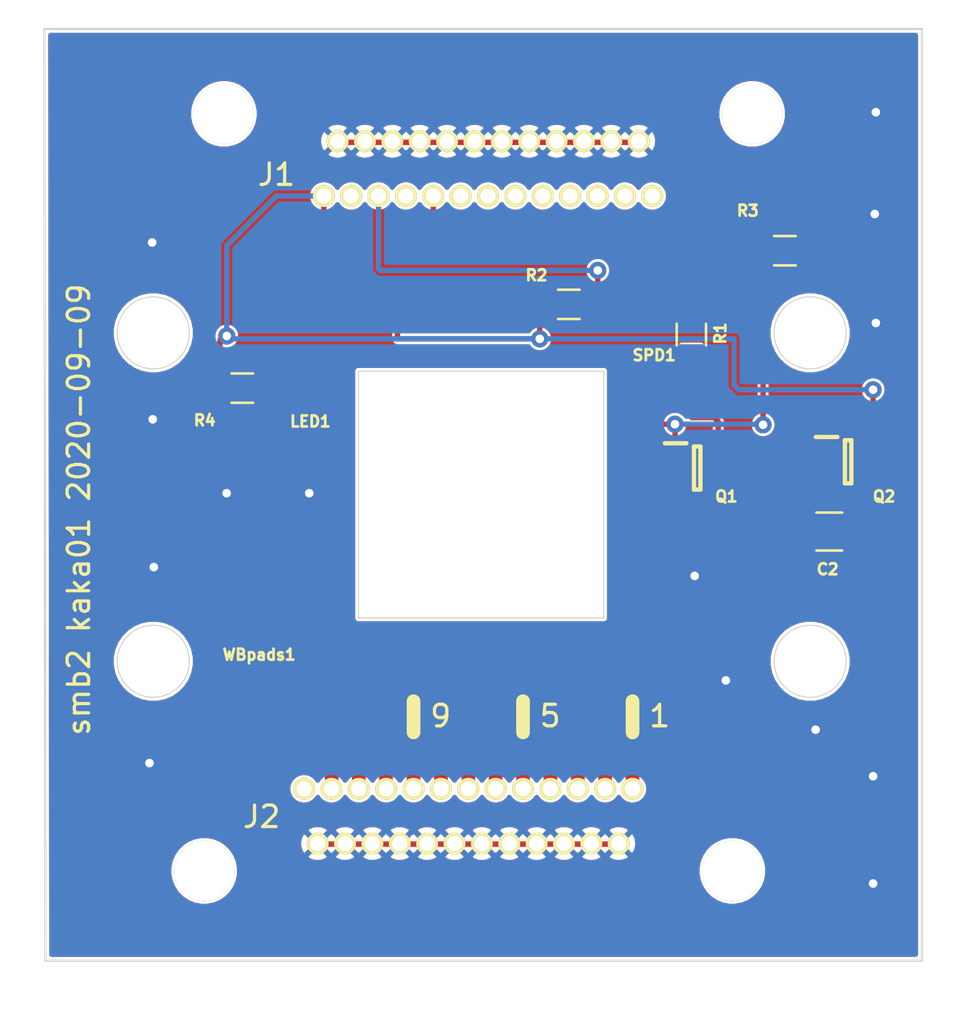
<source format=kicad_pcb>
(kicad_pcb (version 20171130) (host pcbnew "(5.1.5-0-10_14)")

  (general
    (thickness 1.6)
    (drawings 20)
    (tracks 106)
    (zones 0)
    (modules 12)
    (nets 31)
  )

  (page A4)
  (layers
    (0 F.Cu signal)
    (31 B.Cu signal)
    (32 B.Adhes user hide)
    (33 F.Adhes user hide)
    (34 B.Paste user hide)
    (35 F.Paste user hide)
    (36 B.SilkS user hide)
    (37 F.SilkS user)
    (38 B.Mask user hide)
    (39 F.Mask user hide)
    (40 Dwgs.User user hide)
    (41 Cmts.User user hide)
    (42 Eco1.User user hide)
    (43 Eco2.User user hide)
    (44 Edge.Cuts user)
    (45 Margin user hide)
    (46 B.CrtYd user hide)
    (47 F.CrtYd user hide)
    (48 B.Fab user hide)
    (49 F.Fab user hide)
  )

  (setup
    (last_trace_width 0.25)
    (trace_clearance 0.127)
    (zone_clearance 0.127)
    (zone_45_only no)
    (trace_min 0.2)
    (via_size 1.143)
    (via_drill 0.4)
    (via_min_size 0.4)
    (via_min_drill 0.3)
    (uvia_size 0.381)
    (uvia_drill 0.1)
    (uvias_allowed no)
    (uvia_min_size 0.2)
    (uvia_min_drill 0.1)
    (edge_width 0.05)
    (segment_width 0.2)
    (pcb_text_width 0.3)
    (pcb_text_size 1.5 1.5)
    (mod_edge_width 0.12)
    (mod_text_size 1 1)
    (mod_text_width 0.15)
    (pad_size 1.5 1.3)
    (pad_drill 0)
    (pad_to_mask_clearance 0.1016)
    (solder_mask_min_width 0.25)
    (aux_axis_origin 0 0)
    (visible_elements FFFFFFFF)
    (pcbplotparams
      (layerselection 0x010fc_ffffffff)
      (usegerberextensions false)
      (usegerberattributes false)
      (usegerberadvancedattributes false)
      (creategerberjobfile false)
      (excludeedgelayer true)
      (linewidth 0.100000)
      (plotframeref false)
      (viasonmask false)
      (mode 1)
      (useauxorigin false)
      (hpglpennumber 1)
      (hpglpenspeed 20)
      (hpglpendiameter 15.000000)
      (psnegative false)
      (psa4output false)
      (plotreference true)
      (plotvalue true)
      (plotinvisibletext false)
      (padsonsilk false)
      (subtractmaskfromsilk false)
      (outputformat 1)
      (mirror false)
      (drillshape 1)
      (scaleselection 1)
      (outputdirectory "./"))
  )

  (net 0 "")
  (net 1 GND)
  (net 2 "Net-(C2-Pad1)")
  (net 3 "Net-(J1-Pad13)")
  (net 4 "Net-(J1-Pad12)")
  (net 5 "Net-(J1-Pad11)")
  (net 6 "Net-(J1-Pad10)")
  (net 7 "Net-(J1-Pad9)")
  (net 8 "Net-(J1-Pad8)")
  (net 9 "Net-(J1-Pad7)")
  (net 10 "Net-(J1-Pad6)")
  (net 11 "Net-(J1-Pad5)")
  (net 12 "Net-(J1-Pad4)")
  (net 13 "Net-(J1-Pad3)")
  (net 14 "Net-(J1-Pad2)")
  (net 15 "Net-(J1-Pad1)")
  (net 16 "Net-(J2-Pad13)")
  (net 17 "Net-(J2-Pad12)")
  (net 18 "Net-(J2-Pad11)")
  (net 19 "Net-(J2-Pad10)")
  (net 20 "Net-(J2-Pad9)")
  (net 21 "Net-(J2-Pad8)")
  (net 22 "Net-(J2-Pad7)")
  (net 23 "Net-(J2-Pad6)")
  (net 24 "Net-(J2-Pad3)")
  (net 25 "Net-(J2-Pad1)")
  (net 26 "Net-(J2-Pad2)")
  (net 27 "Net-(J2-Pad5)")
  (net 28 "Net-(J2-Pad4)")
  (net 29 "Net-(LED1-Pad1)")
  (net 30 "Net-(Q1-Pad1)")

  (net_class Default "This is the default net class."
    (clearance 0.127)
    (trace_width 0.25)
    (via_dia 1.143)
    (via_drill 0.4)
    (uvia_dia 0.381)
    (uvia_drill 0.1)
    (add_net GND)
    (add_net "Net-(C2-Pad1)")
    (add_net "Net-(J1-Pad1)")
    (add_net "Net-(J1-Pad10)")
    (add_net "Net-(J1-Pad11)")
    (add_net "Net-(J1-Pad12)")
    (add_net "Net-(J1-Pad13)")
    (add_net "Net-(J1-Pad2)")
    (add_net "Net-(J1-Pad3)")
    (add_net "Net-(J1-Pad4)")
    (add_net "Net-(J1-Pad5)")
    (add_net "Net-(J1-Pad6)")
    (add_net "Net-(J1-Pad7)")
    (add_net "Net-(J1-Pad8)")
    (add_net "Net-(J1-Pad9)")
    (add_net "Net-(J2-Pad1)")
    (add_net "Net-(J2-Pad10)")
    (add_net "Net-(J2-Pad11)")
    (add_net "Net-(J2-Pad12)")
    (add_net "Net-(J2-Pad13)")
    (add_net "Net-(J2-Pad2)")
    (add_net "Net-(J2-Pad3)")
    (add_net "Net-(J2-Pad4)")
    (add_net "Net-(J2-Pad5)")
    (add_net "Net-(J2-Pad6)")
    (add_net "Net-(J2-Pad7)")
    (add_net "Net-(J2-Pad8)")
    (add_net "Net-(J2-Pad9)")
    (add_net "Net-(LED1-Pad1)")
    (add_net "Net-(Q1-Pad1)")
  )

  (module myfootprints:MicroD-25-M-upsidedown (layer F.Cu) (tedit 5F4D698C) (tstamp 5F4D48F4)
    (at 145.4018 120.269 270)
    (path /5E7D529E)
    (fp_text reference J2 (at 0.0254 13.398) (layer F.SilkS)
      (effects (font (size 1 1) (thickness 0.15)))
    )
    (fp_text value MicroD-25-M (at -3.81 3.8354) (layer F.Fab)
      (effects (font (size 1 1) (thickness 0.15)))
    )
    (pad 26 thru_hole circle (at 2.54 -8.445 270) (size 2.79 2.79) (drill 2.79) (layers *.Cu *.Mask F.SilkS))
    (pad 0 thru_hole circle (at 2.54 16.065 270) (size 2.79 2.79) (drill 2.79) (layers *.Cu *.Mask F.SilkS))
    (pad 14 thru_hole circle (at 1.27 -3.17 270) (size 1.016 1.016) (drill 0.71) (layers *.Cu *.Mask F.SilkS)
      (net 1 GND) (zone_connect 1) (thermal_width 0.254) (thermal_gap 0.254))
    (pad 15 thru_hole circle (at 1.27 -1.9 270) (size 1.016 1.016) (drill 0.71) (layers *.Cu *.Mask F.SilkS)
      (net 1 GND) (zone_connect 1) (thermal_width 0.254) (thermal_gap 0.254))
    (pad 16 thru_hole circle (at 1.27 -0.63 270) (size 1.016 1.016) (drill 0.71) (layers *.Cu *.Mask F.SilkS)
      (net 1 GND) (zone_connect 1) (thermal_width 0.254) (thermal_gap 0.254))
    (pad 17 thru_hole circle (at 1.27 0.64 270) (size 1.016 1.016) (drill 0.71) (layers *.Cu *.Mask F.SilkS)
      (net 1 GND) (zone_connect 1) (thermal_width 0.254) (thermal_gap 0.254))
    (pad 18 thru_hole circle (at 1.27 1.91 270) (size 1.016 1.016) (drill 0.71) (layers *.Cu *.Mask F.SilkS)
      (net 1 GND) (zone_connect 1) (thermal_width 0.254) (thermal_gap 0.254))
    (pad 19 thru_hole circle (at 1.27 3.18 270) (size 1.016 1.016) (drill 0.71) (layers *.Cu *.Mask F.SilkS)
      (net 1 GND) (zone_connect 1) (thermal_width 0.254) (thermal_gap 0.254))
    (pad 20 thru_hole circle (at 1.27 4.45 270) (size 1.016 1.016) (drill 0.71) (layers *.Cu *.Mask F.SilkS)
      (net 1 GND) (zone_connect 1) (thermal_width 0.254) (thermal_gap 0.254))
    (pad 21 thru_hole circle (at 1.27 5.72 270) (size 1.016 1.016) (drill 0.71) (layers *.Cu *.Mask F.SilkS)
      (net 1 GND) (zone_connect 1) (thermal_width 0.254) (thermal_gap 0.254))
    (pad 22 thru_hole circle (at 1.27 6.99 270) (size 1.016 1.016) (drill 0.71) (layers *.Cu *.Mask F.SilkS)
      (net 1 GND) (zone_connect 1) (thermal_width 0.254) (thermal_gap 0.254))
    (pad 23 thru_hole circle (at 1.27 8.26 270) (size 1.016 1.016) (drill 0.7112) (layers *.Cu *.Mask F.SilkS)
      (net 1 GND) (zone_connect 1) (thermal_width 0.254) (thermal_gap 0.254))
    (pad 24 thru_hole circle (at 1.27 9.53 270) (size 1.016 1.016) (drill 0.71) (layers *.Cu *.Mask F.SilkS)
      (net 1 GND) (zone_connect 1) (thermal_width 0.254) (thermal_gap 0.254))
    (pad 25 thru_hole circle (at 1.27 10.8 270) (size 1.016 1.016) (drill 0.71) (layers *.Cu *.Mask F.SilkS)
      (net 1 GND) (zone_connect 1) (thermal_width 0.254) (thermal_gap 0.254))
    (pad 1 thru_hole circle (at -1.27 -3.81 270) (size 1.016 1.016) (drill 0.71) (layers *.Cu *.Mask F.SilkS)
      (net 25 "Net-(J2-Pad1)"))
    (pad 2 thru_hole circle (at -1.27 -2.54 270) (size 1.016 1.016) (drill 0.71) (layers *.Cu *.Mask F.SilkS)
      (net 26 "Net-(J2-Pad2)"))
    (pad 3 thru_hole circle (at -1.27 -1.27 270) (size 1.016 1.016) (drill 0.71) (layers *.Cu *.Mask F.SilkS)
      (net 24 "Net-(J2-Pad3)"))
    (pad 4 thru_hole circle (at -1.27 0 270) (size 1.016 1.016) (drill 0.71) (layers *.Cu *.Mask F.SilkS)
      (net 28 "Net-(J2-Pad4)"))
    (pad 5 thru_hole circle (at -1.27 1.27 270) (size 1.016 1.016) (drill 0.71) (layers *.Cu *.Mask F.SilkS)
      (net 27 "Net-(J2-Pad5)"))
    (pad 6 thru_hole circle (at -1.27 2.54 270) (size 1.016 1.016) (drill 0.71) (layers *.Cu *.Mask F.SilkS)
      (net 23 "Net-(J2-Pad6)"))
    (pad 7 thru_hole circle (at -1.27 3.81 270) (size 1.016 1.016) (drill 0.71) (layers *.Cu *.Mask F.SilkS)
      (net 22 "Net-(J2-Pad7)"))
    (pad 8 thru_hole circle (at -1.27 5.08 270) (size 1.016 1.016) (drill 0.71) (layers *.Cu *.Mask F.SilkS)
      (net 21 "Net-(J2-Pad8)"))
    (pad 9 thru_hole circle (at -1.27 6.35 270) (size 1.016 1.016) (drill 0.71) (layers *.Cu *.Mask F.SilkS)
      (net 20 "Net-(J2-Pad9)"))
    (pad 10 thru_hole circle (at -1.27 7.62 270) (size 1.016 1.016) (drill 0.71) (layers *.Cu *.Mask F.SilkS)
      (net 19 "Net-(J2-Pad10)"))
    (pad 11 thru_hole circle (at -1.27 8.89 270) (size 1.016 1.016) (drill 0.71) (layers *.Cu *.Mask F.SilkS)
      (net 18 "Net-(J2-Pad11)"))
    (pad 12 thru_hole circle (at -1.27 10.16 270) (size 1.016 1.016) (drill 0.71) (layers *.Cu *.Mask F.SilkS)
      (net 17 "Net-(J2-Pad12)"))
    (pad 13 thru_hole circle (at -1.27 11.43 270) (size 1.016 1.016) (drill 0.71) (layers *.Cu *.Mask F.SilkS)
      (net 16 "Net-(J2-Pad13)"))
    (model /Users/smb2/Documents/PCB/Kicad/Footprints.pretty/3D/MicroD_381-025-112L565.STEP
      (offset (xyz 7.8486 -3.81 -5.181599999999999))
      (scale (xyz 1 1 1))
      (rotate (xyz 90 0 90))
    )
  )

  (module myfootprints:MicroD-25-M-upsidedown (layer F.Cu) (tedit 5F4D698C) (tstamp 5F4D3C17)
    (at 138.6972 90.2208 90)
    (path /5E7C669B)
    (fp_text reference J1 (at -0.2794 -6.0076 180) (layer F.SilkS)
      (effects (font (size 1 1) (thickness 0.15)))
    )
    (fp_text value MicroD-25-M (at -3.81 3.8354 180) (layer F.Fab)
      (effects (font (size 1 1) (thickness 0.15)))
    )
    (pad 26 thru_hole circle (at 2.54 -8.445 90) (size 2.79 2.79) (drill 2.79) (layers *.Cu *.Mask F.SilkS))
    (pad 0 thru_hole circle (at 2.54 16.065 90) (size 2.79 2.79) (drill 2.79) (layers *.Cu *.Mask F.SilkS))
    (pad 14 thru_hole circle (at 1.27 -3.17 90) (size 1.016 1.016) (drill 0.71) (layers *.Cu *.Mask F.SilkS)
      (net 1 GND) (zone_connect 1) (thermal_width 0.254) (thermal_gap 0.254))
    (pad 15 thru_hole circle (at 1.27 -1.9 90) (size 1.016 1.016) (drill 0.71) (layers *.Cu *.Mask F.SilkS)
      (net 1 GND) (zone_connect 1) (thermal_width 0.254) (thermal_gap 0.254))
    (pad 16 thru_hole circle (at 1.27 -0.63 90) (size 1.016 1.016) (drill 0.71) (layers *.Cu *.Mask F.SilkS)
      (net 1 GND) (zone_connect 1) (thermal_width 0.254) (thermal_gap 0.254))
    (pad 17 thru_hole circle (at 1.27 0.64 90) (size 1.016 1.016) (drill 0.71) (layers *.Cu *.Mask F.SilkS)
      (net 1 GND) (zone_connect 1) (thermal_width 0.254) (thermal_gap 0.254))
    (pad 18 thru_hole circle (at 1.27 1.91 90) (size 1.016 1.016) (drill 0.71) (layers *.Cu *.Mask F.SilkS)
      (net 1 GND) (zone_connect 1) (thermal_width 0.254) (thermal_gap 0.254))
    (pad 19 thru_hole circle (at 1.27 3.18 90) (size 1.016 1.016) (drill 0.71) (layers *.Cu *.Mask F.SilkS)
      (net 1 GND) (zone_connect 1) (thermal_width 0.254) (thermal_gap 0.254))
    (pad 20 thru_hole circle (at 1.27 4.45 90) (size 1.016 1.016) (drill 0.71) (layers *.Cu *.Mask F.SilkS)
      (net 1 GND) (zone_connect 1) (thermal_width 0.254) (thermal_gap 0.254))
    (pad 21 thru_hole circle (at 1.27 5.72 90) (size 1.016 1.016) (drill 0.71) (layers *.Cu *.Mask F.SilkS)
      (net 1 GND) (zone_connect 1) (thermal_width 0.254) (thermal_gap 0.254))
    (pad 22 thru_hole circle (at 1.27 6.99 90) (size 1.016 1.016) (drill 0.71) (layers *.Cu *.Mask F.SilkS)
      (net 1 GND) (zone_connect 1) (thermal_width 0.254) (thermal_gap 0.254))
    (pad 23 thru_hole circle (at 1.27 8.26 90) (size 1.016 1.016) (drill 0.7112) (layers *.Cu *.Mask F.SilkS)
      (net 1 GND) (zone_connect 1) (thermal_width 0.254) (thermal_gap 0.254))
    (pad 24 thru_hole circle (at 1.27 9.53 90) (size 1.016 1.016) (drill 0.71) (layers *.Cu *.Mask F.SilkS)
      (net 1 GND) (zone_connect 1) (thermal_width 0.254) (thermal_gap 0.254))
    (pad 25 thru_hole circle (at 1.27 10.8 90) (size 1.016 1.016) (drill 0.71) (layers *.Cu *.Mask F.SilkS)
      (net 1 GND) (zone_connect 1) (thermal_width 0.254) (thermal_gap 0.254))
    (pad 1 thru_hole circle (at -1.27 -3.81 90) (size 1.016 1.016) (drill 0.71) (layers *.Cu *.Mask F.SilkS)
      (net 15 "Net-(J1-Pad1)"))
    (pad 2 thru_hole circle (at -1.27 -2.54 90) (size 1.016 1.016) (drill 0.71) (layers *.Cu *.Mask F.SilkS)
      (net 14 "Net-(J1-Pad2)"))
    (pad 3 thru_hole circle (at -1.27 -1.27 90) (size 1.016 1.016) (drill 0.71) (layers *.Cu *.Mask F.SilkS)
      (net 13 "Net-(J1-Pad3)"))
    (pad 4 thru_hole circle (at -1.27 0 90) (size 1.016 1.016) (drill 0.71) (layers *.Cu *.Mask F.SilkS)
      (net 12 "Net-(J1-Pad4)"))
    (pad 5 thru_hole circle (at -1.27 1.27 90) (size 1.016 1.016) (drill 0.71) (layers *.Cu *.Mask F.SilkS)
      (net 11 "Net-(J1-Pad5)"))
    (pad 6 thru_hole circle (at -1.27 2.54 90) (size 1.016 1.016) (drill 0.71) (layers *.Cu *.Mask F.SilkS)
      (net 10 "Net-(J1-Pad6)"))
    (pad 7 thru_hole circle (at -1.27 3.81 90) (size 1.016 1.016) (drill 0.71) (layers *.Cu *.Mask F.SilkS)
      (net 9 "Net-(J1-Pad7)"))
    (pad 8 thru_hole circle (at -1.27 5.08 90) (size 1.016 1.016) (drill 0.71) (layers *.Cu *.Mask F.SilkS)
      (net 8 "Net-(J1-Pad8)"))
    (pad 9 thru_hole circle (at -1.27 6.35 90) (size 1.016 1.016) (drill 0.71) (layers *.Cu *.Mask F.SilkS)
      (net 7 "Net-(J1-Pad9)"))
    (pad 10 thru_hole circle (at -1.27 7.62 90) (size 1.016 1.016) (drill 0.71) (layers *.Cu *.Mask F.SilkS)
      (net 6 "Net-(J1-Pad10)"))
    (pad 11 thru_hole circle (at -1.27 8.89 90) (size 1.016 1.016) (drill 0.71) (layers *.Cu *.Mask F.SilkS)
      (net 5 "Net-(J1-Pad11)"))
    (pad 12 thru_hole circle (at -1.27 10.16 90) (size 1.016 1.016) (drill 0.71) (layers *.Cu *.Mask F.SilkS)
      (net 4 "Net-(J1-Pad12)"))
    (pad 13 thru_hole circle (at -1.27 11.43 90) (size 1.016 1.016) (drill 0.71) (layers *.Cu *.Mask F.SilkS)
      (net 3 "Net-(J1-Pad13)"))
    (model /Users/smb2/Documents/PCB/Kicad/Footprints.pretty/3D/MicroD_381-025-112L565.STEP
      (offset (xyz 7.8486 -3.81 -5.181599999999999))
      (scale (xyz 1 1 1))
      (rotate (xyz 90 0 90))
    )
  )

  (module Resistors_SMD:R_0603_HandSoldering (layer F.Cu) (tedit 58E0A804) (tstamp 5F4D374C)
    (at 131.107 100.4062)
    (descr "Resistor SMD 0603, hand soldering")
    (tags "resistor 0603")
    (path /5F4E9F42)
    (attr smd)
    (fp_text reference R4 (at -1.7448 1.4986) (layer F.SilkS)
      (effects (font (size 0.508 0.508) (thickness 0.127)))
    )
    (fp_text value R (at 0 1.55) (layer F.Fab)
      (effects (font (size 1 1) (thickness 0.15)))
    )
    (fp_text user %R (at 0 0) (layer F.Fab)
      (effects (font (size 0.4 0.4) (thickness 0.075)))
    )
    (fp_line (start -0.8 0.4) (end -0.8 -0.4) (layer F.Fab) (width 0.1))
    (fp_line (start 0.8 0.4) (end -0.8 0.4) (layer F.Fab) (width 0.1))
    (fp_line (start 0.8 -0.4) (end 0.8 0.4) (layer F.Fab) (width 0.1))
    (fp_line (start -0.8 -0.4) (end 0.8 -0.4) (layer F.Fab) (width 0.1))
    (fp_line (start 0.5 0.68) (end -0.5 0.68) (layer F.SilkS) (width 0.12))
    (fp_line (start -0.5 -0.68) (end 0.5 -0.68) (layer F.SilkS) (width 0.12))
    (fp_line (start -1.96 -0.7) (end 1.95 -0.7) (layer F.CrtYd) (width 0.05))
    (fp_line (start -1.96 -0.7) (end -1.96 0.7) (layer F.CrtYd) (width 0.05))
    (fp_line (start 1.95 0.7) (end 1.95 -0.7) (layer F.CrtYd) (width 0.05))
    (fp_line (start 1.95 0.7) (end -1.96 0.7) (layer F.CrtYd) (width 0.05))
    (pad 1 smd rect (at -1.1 0) (size 1.2 0.9) (layers F.Cu F.Paste F.Mask)
      (net 15 "Net-(J1-Pad1)"))
    (pad 2 smd rect (at 1.1 0) (size 1.2 0.9) (layers F.Cu F.Paste F.Mask)
      (net 29 "Net-(LED1-Pad1)"))
    (model ${KISYS3DMOD}/Resistors_SMD.3dshapes/R_0603.wrl
      (at (xyz 0 0 0))
      (scale (xyz 1 1 1))
      (rotate (xyz 0 0 0))
    )
  )

  (module Resistors_SMD:R_0603_HandSoldering (layer F.Cu) (tedit 58E0A804) (tstamp 5E7A5EC7)
    (at 156.2824 94.0308)
    (descr "Resistor SMD 0603, hand soldering")
    (tags "resistor 0603")
    (path /5E79A1AD)
    (attr smd)
    (fp_text reference R3 (at -1.7234 -1.8542) (layer F.SilkS)
      (effects (font (size 0.508 0.508) (thickness 0.127)))
    )
    (fp_text value R (at 0 1.55) (layer F.Fab)
      (effects (font (size 1 1) (thickness 0.15)))
    )
    (fp_text user %R (at 0 0) (layer F.Fab)
      (effects (font (size 0.4 0.4) (thickness 0.075)))
    )
    (fp_line (start -0.8 0.4) (end -0.8 -0.4) (layer F.Fab) (width 0.1))
    (fp_line (start 0.8 0.4) (end -0.8 0.4) (layer F.Fab) (width 0.1))
    (fp_line (start 0.8 -0.4) (end 0.8 0.4) (layer F.Fab) (width 0.1))
    (fp_line (start -0.8 -0.4) (end 0.8 -0.4) (layer F.Fab) (width 0.1))
    (fp_line (start 0.5 0.68) (end -0.5 0.68) (layer F.SilkS) (width 0.12))
    (fp_line (start -0.5 -0.68) (end 0.5 -0.68) (layer F.SilkS) (width 0.12))
    (fp_line (start -1.96 -0.7) (end 1.95 -0.7) (layer F.CrtYd) (width 0.05))
    (fp_line (start -1.96 -0.7) (end -1.96 0.7) (layer F.CrtYd) (width 0.05))
    (fp_line (start 1.95 0.7) (end 1.95 -0.7) (layer F.CrtYd) (width 0.05))
    (fp_line (start 1.95 0.7) (end -1.96 0.7) (layer F.CrtYd) (width 0.05))
    (pad 1 smd rect (at -1.1 0) (size 1.2 0.9) (layers F.Cu F.Paste F.Mask)
      (net 11 "Net-(J1-Pad5)"))
    (pad 2 smd rect (at 1.1 0) (size 1.2 0.9) (layers F.Cu F.Paste F.Mask)
      (net 30 "Net-(Q1-Pad1)"))
    (model ${KISYS3DMOD}/Resistors_SMD.3dshapes/R_0603.wrl
      (at (xyz 0 0 0))
      (scale (xyz 1 1 1))
      (rotate (xyz 0 0 0))
    )
  )

  (module Resistors_SMD:R_0603_HandSoldering (layer F.Cu) (tedit 58E0A804) (tstamp 5E7A5E58)
    (at 146.257 96.52 180)
    (descr "Resistor SMD 0603, hand soldering")
    (tags "resistor 0603")
    (path /5E79AE4E)
    (attr smd)
    (fp_text reference R2 (at 1.5024 1.3462) (layer F.SilkS)
      (effects (font (size 0.508 0.508) (thickness 0.127)))
    )
    (fp_text value R (at 0 1.55) (layer F.Fab)
      (effects (font (size 1 1) (thickness 0.15)))
    )
    (fp_text user %R (at 0 0) (layer F.Fab)
      (effects (font (size 0.4 0.4) (thickness 0.075)))
    )
    (fp_line (start -0.8 0.4) (end -0.8 -0.4) (layer F.Fab) (width 0.1))
    (fp_line (start 0.8 0.4) (end -0.8 0.4) (layer F.Fab) (width 0.1))
    (fp_line (start 0.8 -0.4) (end 0.8 0.4) (layer F.Fab) (width 0.1))
    (fp_line (start -0.8 -0.4) (end 0.8 -0.4) (layer F.Fab) (width 0.1))
    (fp_line (start 0.5 0.68) (end -0.5 0.68) (layer F.SilkS) (width 0.12))
    (fp_line (start -0.5 -0.68) (end 0.5 -0.68) (layer F.SilkS) (width 0.12))
    (fp_line (start -1.96 -0.7) (end 1.95 -0.7) (layer F.CrtYd) (width 0.05))
    (fp_line (start -1.96 -0.7) (end -1.96 0.7) (layer F.CrtYd) (width 0.05))
    (fp_line (start 1.95 0.7) (end 1.95 -0.7) (layer F.CrtYd) (width 0.05))
    (fp_line (start 1.95 0.7) (end -1.96 0.7) (layer F.CrtYd) (width 0.05))
    (pad 1 smd rect (at -1.1 0 180) (size 1.2 0.9) (layers F.Cu F.Paste F.Mask)
      (net 13 "Net-(J1-Pad3)"))
    (pad 2 smd rect (at 1.1 0 180) (size 1.2 0.9) (layers F.Cu F.Paste F.Mask)
      (net 15 "Net-(J1-Pad1)"))
    (model ${KISYS3DMOD}/Resistors_SMD.3dshapes/R_0603.wrl
      (at (xyz 0 0 0))
      (scale (xyz 1 1 1))
      (rotate (xyz 0 0 0))
    )
  )

  (module Resistors_SMD:R_0603_HandSoldering (layer F.Cu) (tedit 58E0A804) (tstamp 5E7A9D91)
    (at 151.9428 97.9208 270)
    (descr "Resistor SMD 0603, hand soldering")
    (tags "resistor 0603")
    (path /5E799546)
    (attr smd)
    (fp_text reference R1 (at -0.0546 -1.3462 90) (layer F.SilkS)
      (effects (font (size 0.508 0.508) (thickness 0.127)))
    )
    (fp_text value R (at 0 1.55 90) (layer F.Fab)
      (effects (font (size 1 1) (thickness 0.15)))
    )
    (fp_text user %R (at 0 0 90) (layer F.Fab)
      (effects (font (size 0.4 0.4) (thickness 0.075)))
    )
    (fp_line (start -0.8 0.4) (end -0.8 -0.4) (layer F.Fab) (width 0.1))
    (fp_line (start 0.8 0.4) (end -0.8 0.4) (layer F.Fab) (width 0.1))
    (fp_line (start 0.8 -0.4) (end 0.8 0.4) (layer F.Fab) (width 0.1))
    (fp_line (start -0.8 -0.4) (end 0.8 -0.4) (layer F.Fab) (width 0.1))
    (fp_line (start 0.5 0.68) (end -0.5 0.68) (layer F.SilkS) (width 0.12))
    (fp_line (start -0.5 -0.68) (end 0.5 -0.68) (layer F.SilkS) (width 0.12))
    (fp_line (start -1.96 -0.7) (end 1.95 -0.7) (layer F.CrtYd) (width 0.05))
    (fp_line (start -1.96 -0.7) (end -1.96 0.7) (layer F.CrtYd) (width 0.05))
    (fp_line (start 1.95 0.7) (end 1.95 -0.7) (layer F.CrtYd) (width 0.05))
    (fp_line (start 1.95 0.7) (end -1.96 0.7) (layer F.CrtYd) (width 0.05))
    (pad 1 smd rect (at -1.1 0 270) (size 1.2 0.9) (layers F.Cu F.Paste F.Mask)
      (net 13 "Net-(J1-Pad3)"))
    (pad 2 smd rect (at 1.1 0 270) (size 1.2 0.9) (layers F.Cu F.Paste F.Mask)
      (net 2 "Net-(C2-Pad1)"))
    (model ${KISYS3DMOD}/Resistors_SMD.3dshapes/R_0603.wrl
      (at (xyz 0 0 0))
      (scale (xyz 1 1 1))
      (rotate (xyz 0 0 0))
    )
  )

  (module DMND62D0U:SOT65P210X110-3N (layer F.Cu) (tedit 5E7BCFFD) (tstamp 5E7E2110)
    (at 159.2166 103.8248)
    (descr DMN62D0UW-7-1)
    (tags "MOSFET (N-Channel)")
    (path /5E798123)
    (attr smd)
    (fp_text reference Q2 (at 1.667 1.6106) (layer F.SilkS)
      (effects (font (size 0.508 0.508) (thickness 0.127)))
    )
    (fp_text value DMN62D0UW-7 (at 2.556 -0.0912 -90) (layer F.SilkS) hide
      (effects (font (size 0.508 0.508) (thickness 0.127)))
    )
    (fp_line (start -1.5 -1.15) (end -0.5 -1.15) (layer F.SilkS) (width 0.2))
    (fp_line (start -0.15 1) (end -0.15 -1) (layer F.SilkS) (width 0.2))
    (fp_line (start 0.15 1) (end -0.15 1) (layer F.SilkS) (width 0.2))
    (fp_line (start 0.15 -1) (end 0.15 1) (layer F.SilkS) (width 0.2))
    (fp_line (start -0.15 -1) (end 0.15 -1) (layer F.SilkS) (width 0.2))
    (fp_line (start -0.625 -0.35) (end 0.025 -1) (layer F.Fab) (width 0.1))
    (fp_line (start -0.625 1) (end -0.625 -1) (layer F.Fab) (width 0.1))
    (fp_line (start 0.625 1) (end -0.625 1) (layer F.Fab) (width 0.1))
    (fp_line (start 0.625 -1) (end 0.625 1) (layer F.Fab) (width 0.1))
    (fp_line (start -0.625 -1) (end 0.625 -1) (layer F.Fab) (width 0.1))
    (fp_line (start -1.75 1.35) (end -1.75 -1.35) (layer F.CrtYd) (width 0.05))
    (fp_line (start 1.75 1.35) (end -1.75 1.35) (layer F.CrtYd) (width 0.05))
    (fp_line (start 1.75 -1.35) (end 1.75 1.35) (layer F.CrtYd) (width 0.05))
    (fp_line (start -1.75 -1.35) (end 1.75 -1.35) (layer F.CrtYd) (width 0.05))
    (fp_text user %R (at 0 0) (layer F.Fab)
      (effects (font (size 1.27 1.27) (thickness 0.254)))
    )
    (pad 3 smd rect (at 1 0 90) (size 0.5 1) (layers F.Cu F.Paste F.Mask)
      (net 15 "Net-(J1-Pad1)"))
    (pad 2 smd rect (at -1 0.65 90) (size 0.5 1) (layers F.Cu F.Paste F.Mask)
      (net 1 GND))
    (pad 1 smd rect (at -1 -0.65 90) (size 0.5 1) (layers F.Cu F.Paste F.Mask)
      (net 2 "Net-(C2-Pad1)"))
    (model DMN62D0UW-7.stp
      (at (xyz 0 0 0))
      (scale (xyz 1 1 1))
      (rotate (xyz 0 0 0))
    )
    (model ${DMN}/DMN62D0UW-7.stp
      (at (xyz 0 0 0))
      (scale (xyz 1 1 1))
      (rotate (xyz 0 0 0))
    )
  )

  (module Resistors_SMD:R_0805_HandSoldering (layer F.Cu) (tedit 58E0A804) (tstamp 5E7E20DB)
    (at 158.3436 107.061)
    (descr "Resistor SMD 0805, hand soldering")
    (tags "resistor 0805")
    (path /5E7A05F3)
    (attr smd)
    (fp_text reference C2 (at -0.0762 1.7526) (layer F.SilkS)
      (effects (font (size 0.508 0.508) (thickness 0.127)))
    )
    (fp_text value C (at 0 1.75) (layer F.Fab)
      (effects (font (size 1 1) (thickness 0.15)))
    )
    (fp_text user %R (at 0 0) (layer F.Fab)
      (effects (font (size 0.5 0.5) (thickness 0.075)))
    )
    (fp_line (start -1 0.62) (end -1 -0.62) (layer F.Fab) (width 0.1))
    (fp_line (start 1 0.62) (end -1 0.62) (layer F.Fab) (width 0.1))
    (fp_line (start 1 -0.62) (end 1 0.62) (layer F.Fab) (width 0.1))
    (fp_line (start -1 -0.62) (end 1 -0.62) (layer F.Fab) (width 0.1))
    (fp_line (start 0.6 0.88) (end -0.6 0.88) (layer F.SilkS) (width 0.12))
    (fp_line (start -0.6 -0.88) (end 0.6 -0.88) (layer F.SilkS) (width 0.12))
    (fp_line (start -2.35 -0.9) (end 2.35 -0.9) (layer F.CrtYd) (width 0.05))
    (fp_line (start -2.35 -0.9) (end -2.35 0.9) (layer F.CrtYd) (width 0.05))
    (fp_line (start 2.35 0.9) (end 2.35 -0.9) (layer F.CrtYd) (width 0.05))
    (fp_line (start 2.35 0.9) (end -2.35 0.9) (layer F.CrtYd) (width 0.05))
    (pad 1 smd rect (at -1.35 0) (size 1.5 1.3) (layers F.Cu F.Paste F.Mask)
      (net 2 "Net-(C2-Pad1)"))
    (pad 2 smd rect (at 1.35 0) (size 1.5 1.3) (layers F.Cu F.Paste F.Mask)
      (net 1 GND))
    (model ${KISYS3DMOD}/Resistors_SMD.3dshapes/R_0805.wrl
      (at (xyz 0 0 0))
      (scale (xyz 1 1 1))
      (rotate (xyz 0 0 0))
    )
  )

  (module uD:wirebond-1 (layer F.Cu) (tedit 5E7CC403) (tstamp 5F57A57A)
    (at 143.891 92.7608)
    (path /5E8E833B)
    (attr smd)
    (fp_text reference SPD1 (at 6.3246 6.1214) (layer F.SilkS)
      (effects (font (size 0.508 0.508) (thickness 0.127)))
    )
    (fp_text value CONN_01X01 (at 5.9944 9.6266) (layer F.Fab)
      (effects (font (size 1 1) (thickness 0.15)))
    )
    (pad 1 smd rect (at 6.35 7.62) (size 0.762 1) (layers F.Cu F.Mask)
      (net 30 "Net-(Q1-Pad1)"))
  )

  (module uD:wirebond-1 (layer F.Cu) (tedit 5E7CC403) (tstamp 5E7CD30B)
    (at 127.9398 92.7862)
    (path /5E8EA3FF)
    (attr smd)
    (fp_text reference LED1 (at 6.3246 9.1694) (layer F.SilkS)
      (effects (font (size 0.508 0.508) (thickness 0.127)))
    )
    (fp_text value CONN_01X01 (at 5.9944 9.6266) (layer F.Fab)
      (effects (font (size 1 1) (thickness 0.15)))
    )
    (pad 1 smd rect (at 6.35 7.62) (size 0.762 1) (layers F.Cu F.Mask)
      (net 29 "Net-(LED1-Pad1)"))
  )

  (module uD:wirebond-12 (layer F.Cu) (tedit 5E7CBB8B) (tstamp 5E7CC652)
    (at 128.8796 105.3084)
    (path /5E7B1ED6)
    (fp_text reference WBpads1 (at 3.0099 7.4676) (layer F.SilkS)
      (effects (font (size 0.508 0.508) (thickness 0.127)))
    )
    (fp_text value CONN_01X12 (at 5.08 5.08) (layer F.Fab)
      (effects (font (size 0.508 0.508) (thickness 0.127)))
    )
    (pad 12 smd rect (at 20.32 7.62) (size 0.762 1) (layers F.Cu F.Mask)
      (net 25 "Net-(J2-Pad1)"))
    (pad 11 smd rect (at 19.05 7.62) (size 0.762 1) (layers F.Cu F.Mask)
      (net 26 "Net-(J2-Pad2)"))
    (pad 10 smd rect (at 17.78 7.62) (size 0.762 1) (layers F.Cu F.Mask)
      (net 24 "Net-(J2-Pad3)"))
    (pad 9 smd rect (at 16.51 7.62) (size 0.762 1) (layers F.Cu F.Mask)
      (net 28 "Net-(J2-Pad4)"))
    (pad 8 smd rect (at 15.24 7.62) (size 0.762 1) (layers F.Cu F.Mask)
      (net 27 "Net-(J2-Pad5)"))
    (pad 7 smd rect (at 13.97 7.62) (size 0.762 1) (layers F.Cu F.Mask)
      (net 23 "Net-(J2-Pad6)"))
    (pad 6 smd rect (at 12.7 7.62) (size 0.762 1) (layers F.Cu F.Mask)
      (net 22 "Net-(J2-Pad7)"))
    (pad 5 smd rect (at 11.43 7.62) (size 0.762 1) (layers F.Cu F.Mask)
      (net 21 "Net-(J2-Pad8)"))
    (pad 4 smd rect (at 10.16 7.62) (size 0.762 1) (layers F.Cu F.Mask)
      (net 20 "Net-(J2-Pad9)"))
    (pad 3 smd rect (at 8.89 7.62) (size 0.762 1) (layers F.Cu F.Mask)
      (net 19 "Net-(J2-Pad10)"))
    (pad 2 smd rect (at 7.62 7.62) (size 0.762 1) (layers F.Cu F.Mask)
      (net 18 "Net-(J2-Pad11)"))
    (pad 1 smd rect (at 6.35 7.62) (size 0.762 1) (layers F.Cu F.Mask)
      (net 17 "Net-(J2-Pad12)"))
  )

  (module DMND62D0U:SOT65P210X110-3N (layer F.Cu) (tedit 5E7BCFFD) (tstamp 5E7C1EB2)
    (at 152.2128 104.1146)
    (descr DMN62D0UW-7-1)
    (tags "MOSFET (N-Channel)")
    (path /5E794A9D)
    (attr smd)
    (fp_text reference Q1 (at 1.3556 1.3208) (layer F.SilkS)
      (effects (font (size 0.508 0.508) (thickness 0.127)))
    )
    (fp_text value DMN62D0UW-7 (at -2.8608 -0.0508) (layer F.SilkS) hide
      (effects (font (size 0.508 0.508) (thickness 0.127)))
    )
    (fp_line (start -1.5 -1.15) (end -0.5 -1.15) (layer F.SilkS) (width 0.2))
    (fp_line (start -0.15 1) (end -0.15 -1) (layer F.SilkS) (width 0.2))
    (fp_line (start 0.15 1) (end -0.15 1) (layer F.SilkS) (width 0.2))
    (fp_line (start 0.15 -1) (end 0.15 1) (layer F.SilkS) (width 0.2))
    (fp_line (start -0.15 -1) (end 0.15 -1) (layer F.SilkS) (width 0.2))
    (fp_line (start -0.625 -0.35) (end 0.025 -1) (layer F.Fab) (width 0.1))
    (fp_line (start -0.625 1) (end -0.625 -1) (layer F.Fab) (width 0.1))
    (fp_line (start 0.625 1) (end -0.625 1) (layer F.Fab) (width 0.1))
    (fp_line (start 0.625 -1) (end 0.625 1) (layer F.Fab) (width 0.1))
    (fp_line (start -0.625 -1) (end 0.625 -1) (layer F.Fab) (width 0.1))
    (fp_line (start -1.75 1.35) (end -1.75 -1.35) (layer F.CrtYd) (width 0.05))
    (fp_line (start 1.75 1.35) (end -1.75 1.35) (layer F.CrtYd) (width 0.05))
    (fp_line (start 1.75 -1.35) (end 1.75 1.35) (layer F.CrtYd) (width 0.05))
    (fp_line (start -1.75 -1.35) (end 1.75 -1.35) (layer F.CrtYd) (width 0.05))
    (fp_text user %R (at 0 0) (layer F.Fab)
      (effects (font (size 1.27 1.27) (thickness 0.254)))
    )
    (pad 3 smd rect (at 1 0 90) (size 0.5 1) (layers F.Cu F.Paste F.Mask)
      (net 2 "Net-(C2-Pad1)"))
    (pad 2 smd rect (at -1 0.65 90) (size 0.5 1) (layers F.Cu F.Paste F.Mask)
      (net 1 GND))
    (pad 1 smd rect (at -1 -0.65 90) (size 0.5 1) (layers F.Cu F.Paste F.Mask)
      (net 30 "Net-(Q1-Pad1)"))
    (model DMN62D0UW-7.stp
      (at (xyz 0 0 0))
      (scale (xyz 1 1 1))
      (rotate (xyz 0 0 0))
    )
    (model ${DMN}/DMN62D0UW-7.stp
      (at (xyz 0 0 0))
      (scale (xyz 1 1 1))
      (rotate (xyz 0 0 0))
    )
  )

  (gr_circle (center 157.4546 113.0808) (end 158.5976 114.3) (layer Edge.Cuts) (width 0.05) (tstamp 5E7E20C9))
  (gr_circle (center 157.4546 97.8408) (end 158.5976 99.06) (layer Edge.Cuts) (width 0.05) (tstamp 5E7E2073))
  (gr_circle (center 126.9746 97.8408) (end 128.1176 99.06) (layer Edge.Cuts) (width 0.05) (tstamp 5E7E206C))
  (gr_circle (center 126.9746 113.0808) (end 128.1176 114.3) (layer Edge.Cuts) (width 0.05))
  (gr_text 9 (at 140.3096 115.6208) (layer F.SilkS)
    (effects (font (size 1 1) (thickness 0.15)))
  )
  (gr_text 5 (at 145.3896 115.6208) (layer F.SilkS)
    (effects (font (size 1 1) (thickness 0.15)))
  )
  (gr_text 1 (at 150.4696 115.6208) (layer F.SilkS)
    (effects (font (size 1 1) (thickness 0.15)))
  )
  (gr_line (start 139.0523 114.935) (end 139.0523 116.3828) (layer F.SilkS) (width 0.635) (tstamp 5E7E1FD0))
  (gr_line (start 144.1323 114.935) (end 144.1323 116.3828) (layer F.SilkS) (width 0.635) (tstamp 5E7E1FCD))
  (gr_line (start 149.2123 114.935) (end 149.2123 116.3828) (layer F.SilkS) (width 0.635) (tstamp 5E7E1FCA))
  (gr_text "smb2 kaka01 2020-09-09" (at 123.5202 106.045 90) (layer F.SilkS)
    (effects (font (size 1 1) (thickness 0.15)))
  )
  (gr_line (start 136.4996 111.0742) (end 147.8788 111.0742) (layer Edge.Cuts) (width 0.05))
  (gr_line (start 147.8788 111.0234) (end 147.8788 111.0742) (layer Edge.Cuts) (width 0.05))
  (gr_line (start 147.8788 99.6188) (end 147.8788 111.0234) (layer Edge.Cuts) (width 0.05))
  (gr_line (start 136.4996 99.6188) (end 147.8788 99.6188) (layer Edge.Cuts) (width 0.05))
  (gr_line (start 136.4996 111.0742) (end 136.4996 99.6188) (layer Edge.Cuts) (width 0.05))
  (gr_line (start 162.6362 83.7438) (end 162.6362 126.9746) (layer Edge.Cuts) (width 0.1))
  (gr_line (start 121.92 83.7438) (end 162.6362 83.7438) (layer Edge.Cuts) (width 0.1) (tstamp 5E7A603B))
  (gr_line (start 121.9708 126.9746) (end 121.92 83.7438) (layer Edge.Cuts) (width 0.1))
  (gr_line (start 162.6362 126.9746) (end 121.9708 126.9746) (layer Edge.Cuts) (width 0.1))

  (segment (start 134.62 121.5644) (end 148.59 121.5644) (width 0.25) (layer F.Cu) (net 1))
  (segment (start 135.5272 89.0016) (end 136.7972 89.0016) (width 0.25) (layer F.Cu) (net 1))
  (segment (start 136.7972 89.0016) (end 138.0672 89.0016) (width 0.25) (layer F.Cu) (net 1))
  (segment (start 138.0672 89.0016) (end 139.3372 89.0016) (width 0.25) (layer F.Cu) (net 1))
  (segment (start 139.3372 89.0016) (end 140.6072 89.0016) (width 0.25) (layer F.Cu) (net 1))
  (segment (start 140.6072 89.0016) (end 141.8772 89.0016) (width 0.25) (layer F.Cu) (net 1))
  (segment (start 141.8772 89.0016) (end 143.1472 89.0016) (width 0.25) (layer F.Cu) (net 1))
  (segment (start 143.1472 89.0016) (end 144.4172 89.0016) (width 0.25) (layer F.Cu) (net 1))
  (segment (start 144.4172 89.0016) (end 145.6872 89.0016) (width 0.25) (layer F.Cu) (net 1))
  (segment (start 145.6872 89.0016) (end 146.9572 89.0016) (width 0.25) (layer F.Cu) (net 1))
  (segment (start 146.9572 89.0016) (end 148.2272 89.0016) (width 0.25) (layer F.Cu) (net 1))
  (segment (start 148.2272 89.0016) (end 149.4972 89.0016) (width 0.25) (layer F.Cu) (net 1))
  (via (at 126.9492 101.854) (size 0.8) (drill 0.4) (layers F.Cu B.Cu) (net 1))
  (via (at 127 108.712) (size 0.8) (drill 0.4) (layers F.Cu B.Cu) (net 1))
  (via (at 130.3782 105.283) (size 0.8) (drill 0.4) (layers F.Cu B.Cu) (net 1))
  (via (at 134.2136 105.283) (size 0.8) (drill 0.4) (layers F.Cu B.Cu) (net 1))
  (via (at 126.9238 93.6498) (size 0.8) (drill 0.4) (layers F.Cu B.Cu) (net 1))
  (via (at 152.0952 109.1184) (size 0.8) (drill 0.4) (layers F.Cu B.Cu) (net 1))
  (via (at 153.543 113.9698) (size 0.8) (drill 0.4) (layers F.Cu B.Cu) (net 1))
  (via (at 157.7086 116.2558) (size 0.8) (drill 0.4) (layers F.Cu B.Cu) (net 1))
  (via (at 160.3756 118.4148) (size 0.8) (drill 0.4) (layers F.Cu B.Cu) (net 1))
  (via (at 160.3756 123.3932) (size 0.8) (drill 0.4) (layers F.Cu B.Cu) (net 1))
  (via (at 126.7968 117.8052) (size 0.8) (drill 0.4) (layers F.Cu B.Cu) (net 1))
  (via (at 160.5026 87.6046) (size 0.8) (drill 0.4) (layers F.Cu B.Cu) (net 1))
  (via (at 160.4518 92.329) (size 0.8) (drill 0.4) (layers F.Cu B.Cu) (net 1))
  (via (at 160.5026 97.3836) (size 0.8) (drill 0.4) (layers F.Cu B.Cu) (net 1))
  (segment (start 151.9428 100.2708) (end 151.9682 100.2962) (width 0.25) (layer F.Cu) (net 2))
  (segment (start 151.9428 99.2708) (end 151.9428 100.2708) (width 0.25) (layer F.Cu) (net 2))
  (segment (start 151.9682 100.2962) (end 151.9682 101.7778) (width 0.25) (layer F.Cu) (net 2))
  (segment (start 151.9682 101.7778) (end 153.0096 101.7778) (width 0.25) (layer F.Cu) (net 2))
  (segment (start 153.1874 101.9556) (end 153.1874 104.14) (width 0.25) (layer F.Cu) (net 2))
  (segment (start 153.0096 101.7778) (end 153.1874 101.9556) (width 0.25) (layer F.Cu) (net 2))
  (segment (start 153.9374 104.14) (end 153.9628 104.1654) (width 0.25) (layer F.Cu) (net 2))
  (segment (start 153.1874 104.14) (end 153.9374 104.14) (width 0.25) (layer F.Cu) (net 2))
  (segment (start 156.9936 106.161) (end 156.9936 107.061) (width 0.25) (layer F.Cu) (net 2))
  (segment (start 154.9726 104.14) (end 156.9936 106.161) (width 0.25) (layer F.Cu) (net 2))
  (segment (start 153.9374 104.14) (end 154.9726 104.14) (width 0.25) (layer F.Cu) (net 2))
  (segment (start 155.9378 103.1748) (end 154.9726 104.14) (width 0.25) (layer F.Cu) (net 2))
  (segment (start 158.2166 103.1748) (end 155.9378 103.1748) (width 0.25) (layer F.Cu) (net 2))
  (segment (start 139.9672 94.043) (end 139.9672 91.44) (width 0.25) (layer F.Cu) (net 11))
  (segment (start 139.954 94.0562) (end 139.9672 94.043) (width 0.25) (layer F.Cu) (net 11))
  (segment (start 139.954 94.0562) (end 154.9324 94.0562) (width 0.25) (layer F.Cu) (net 11))
  (via (at 147.5994 94.9452) (size 0.8) (drill 0.4) (layers F.Cu B.Cu) (net 13))
  (segment (start 147.5872 94.933) (end 147.5994 94.9452) (width 0.25) (layer B.Cu) (net 13))
  (segment (start 147.5994 96.4438) (end 147.6502 96.4946) (width 0.25) (layer F.Cu) (net 13))
  (segment (start 147.5994 94.9452) (end 147.5994 96.4438) (width 0.25) (layer F.Cu) (net 13))
  (segment (start 151.892 96.52) (end 151.9428 96.5708) (width 0.25) (layer F.Cu) (net 13))
  (segment (start 147.607 96.52) (end 151.892 96.52) (width 0.25) (layer F.Cu) (net 13))
  (segment (start 147.5994 94.9452) (end 137.5156 94.9452) (width 0.25) (layer B.Cu) (net 13))
  (segment (start 137.4272 94.8568) (end 137.4272 91.44) (width 0.25) (layer B.Cu) (net 13))
  (segment (start 137.5156 94.9452) (end 137.4272 94.8568) (width 0.25) (layer B.Cu) (net 13))
  (segment (start 135.255 118.6434) (end 135.255 112.9792) (width 0.635) (layer F.Cu) (net 17))
  (segment (start 136.5123 118.872) (end 136.5123 113.03) (width 0.635) (layer F.Cu) (net 18))
  (segment (start 137.7696 118.872) (end 137.7696 113.03) (width 0.635) (layer F.Cu) (net 19))
  (segment (start 139.0523 118.872) (end 139.0523 113.03) (width 0.635) (layer F.Cu) (net 20))
  (segment (start 140.3223 118.872) (end 140.3223 113.03) (width 0.635) (layer F.Cu) (net 21))
  (segment (start 141.5923 118.872) (end 141.5923 113.03) (width 0.635) (layer F.Cu) (net 22))
  (segment (start 142.8623 118.872) (end 142.8623 113.03) (width 0.635) (layer F.Cu) (net 23))
  (segment (start 146.6723 118.872) (end 146.6723 113.03) (width 0.635) (layer F.Cu) (net 24))
  (segment (start 149.2123 118.872) (end 149.2123 113.03) (width 0.635) (layer F.Cu) (net 25))
  (segment (start 147.9423 118.872) (end 147.9423 113.03) (width 0.635) (layer F.Cu) (net 26))
  (segment (start 144.1323 118.872) (end 144.1323 113.03) (width 0.635) (layer F.Cu) (net 27) (tstamp 5E7E1B27))
  (segment (start 145.4023 118.872) (end 145.4023 113.03) (width 0.635) (layer F.Cu) (net 28))
  (via (at 144.907 98.1202) (size 0.8) (drill 0.4) (layers F.Cu B.Cu) (net 15))
  (via (at 160.3756 100.4824) (size 0.8) (drill 0.4) (layers F.Cu B.Cu) (net 15))
  (segment (start 144.907 96.52) (end 144.907 98.1202) (width 0.25) (layer F.Cu) (net 15))
  (segment (start 144.907 98.1202) (end 138.3284 98.1202) (width 0.25) (layer F.Cu) (net 15))
  (segment (start 138.3284 98.1202) (end 138.303 98.0948) (width 0.25) (layer F.Cu) (net 15))
  (segment (start 153.924 98.1202) (end 144.907 98.1202) (width 0.25) (layer B.Cu) (net 15))
  (segment (start 160.3756 103.6658) (end 160.2166 103.8248) (width 0.25) (layer F.Cu) (net 15))
  (segment (start 160.3756 100.4824) (end 160.3756 103.6658) (width 0.25) (layer F.Cu) (net 15))
  (segment (start 153.924 98.1202) (end 153.924 100.2538) (width 0.25) (layer B.Cu) (net 15) (tstamp 5F593BB8))
  (segment (start 154.1526 100.4824) (end 160.3756 100.4824) (width 0.25) (layer B.Cu) (net 15))
  (segment (start 153.924 100.2538) (end 154.1526 100.4824) (width 0.25) (layer B.Cu) (net 15))
  (segment (start 130.007 99.7062) (end 130.0734 99.6398) (width 0.25) (layer F.Cu) (net 15))
  (segment (start 130.007 100.4062) (end 130.007 99.7062) (width 0.25) (layer F.Cu) (net 15))
  (segment (start 130.0734 99.6398) (end 130.0734 98.171) (width 0.25) (layer F.Cu) (net 15))
  (segment (start 130.2578 97.9866) (end 130.3848 97.9866) (width 0.25) (layer F.Cu) (net 15))
  (segment (start 130.0734 98.171) (end 130.2578 97.9866) (width 0.25) (layer F.Cu) (net 15))
  (segment (start 144.907 98.1202) (end 130.4544 98.1202) (width 0.25) (layer B.Cu) (net 15))
  (via (at 130.3848 97.9866) (size 0.8) (drill 0.4) (layers F.Cu B.Cu) (net 15))
  (segment (start 134.8872 91.4908) (end 134.8872 96.2792) (width 0.25) (layer F.Cu) (net 15))
  (segment (start 135.255 96.647) (end 138.3538 96.647) (width 0.25) (layer F.Cu) (net 15))
  (segment (start 134.8872 96.2792) (end 135.255 96.647) (width 0.25) (layer F.Cu) (net 15))
  (segment (start 138.3538 96.647) (end 138.303 96.6216) (width 0.25) (layer F.Cu) (net 15))
  (segment (start 138.303 98.0948) (end 138.3538 96.647) (width 0.25) (layer F.Cu) (net 15))
  (segment (start 134.8872 91.4908) (end 132.6896 91.4908) (width 0.25) (layer B.Cu) (net 15))
  (segment (start 130.3848 93.7956) (end 130.3848 97.9866) (width 0.25) (layer B.Cu) (net 15))
  (segment (start 132.6896 91.4908) (end 130.3848 93.7956) (width 0.25) (layer B.Cu) (net 15))
  (segment (start 132.1666 100.2434) (end 132.304 100.3808) (width 0.25) (layer F.Cu) (net 29))
  (segment (start 132.304 100.3808) (end 132.3548 100.33) (width 0.25) (layer F.Cu) (net 29))
  (segment (start 131.826 100.4062) (end 134.4422 100.4062) (width 0.25) (layer F.Cu) (net 29))
  (via (at 151.1808 102.0826) (size 0.8) (drill 0.4) (layers F.Cu B.Cu) (net 30))
  (via (at 155.2702 102.108) (size 0.8) (drill 0.4) (layers F.Cu B.Cu) (net 30))
  (segment (start 151.1874 102.2162) (end 151.0792 102.108) (width 0.25) (layer F.Cu) (net 30))
  (segment (start 151.1874 103.49) (end 151.1874 102.2162) (width 0.25) (layer F.Cu) (net 30))
  (segment (start 155.2702 96.7486) (end 155.2702 102.108) (width 0.25) (layer F.Cu) (net 30))
  (segment (start 156.5656 95.4532) (end 155.2702 96.7486) (width 0.25) (layer F.Cu) (net 30))
  (segment (start 157.6324 95.4532) (end 156.5656 95.4532) (width 0.25) (layer F.Cu) (net 30))
  (segment (start 157.6324 94.0308) (end 157.6324 95.4532) (width 0.25) (layer F.Cu) (net 30))
  (segment (start 155.2448 102.0826) (end 155.2702 102.108) (width 0.25) (layer B.Cu) (net 30))
  (segment (start 151.1808 102.0826) (end 155.2448 102.0826) (width 0.25) (layer B.Cu) (net 30))
  (segment (start 150.241 102.0572) (end 150.241 100.3808) (width 0.25) (layer F.Cu) (net 30))
  (segment (start 150.589715 102.0572) (end 150.241 102.0572) (width 0.25) (layer F.Cu) (net 30))
  (segment (start 150.615115 102.0826) (end 150.589715 102.0572) (width 0.25) (layer F.Cu) (net 30))
  (segment (start 151.1808 102.0826) (end 150.615115 102.0826) (width 0.25) (layer F.Cu) (net 30))

  (zone (net 0) (net_name "") (layer F.Mask) (tstamp 5F4D654E) (hatch edge 0.508)
    (connect_pads (clearance 0.35))
    (min_thickness 0.254)
    (fill yes (arc_segments 32) (thermal_gap 0.508) (thermal_bridge_width 0.508))
    (polygon
      (pts
        (xy 148.7424 111.9124) (xy 135.7376 111.9124) (xy 135.7376 98.9076) (xy 148.7424 98.9076)
      )
    )
    (filled_polygon
      (pts
        (xy 148.6154 111.7854) (xy 135.8646 111.7854) (xy 135.8646 99.6188) (xy 136.4996 99.6188) (xy 136.4996 111.0742)
        (xy 147.8788 111.0742) (xy 147.8788 99.6188) (xy 136.4996 99.6188) (xy 135.8646 99.6188) (xy 135.8646 99.0346)
        (xy 148.6154 99.0346)
      )
    )
  )
  (zone (net 0) (net_name "") (layer B.Mask) (tstamp 5F4D654B) (hatch edge 0.508)
    (connect_pads (clearance 0.35))
    (min_thickness 0.254)
    (fill yes (arc_segments 32) (thermal_gap 0.508) (thermal_bridge_width 0.508))
    (polygon
      (pts
        (xy 155.8798 117.3988) (xy 128.8796 117.3988) (xy 128.8796 103.8352) (xy 155.8798 103.8352)
      )
    )
    (filled_polygon
      (pts
        (xy 136.4996 111.0742) (xy 147.8788 111.0742) (xy 147.8788 103.9622) (xy 155.7528 103.9622) (xy 155.7528 117.2718)
        (xy 129.0066 117.2718) (xy 129.0066 103.9622) (xy 136.4996 103.9622)
      )
    )
  )
  (zone (net 1) (net_name GND) (layer F.Cu) (tstamp 0) (hatch edge 0.508)
    (connect_pads (clearance 0.127))
    (min_thickness 0.2286)
    (fill yes (arc_segments 32) (thermal_gap 0.254) (thermal_bridge_width 0.254))
    (polygon
      (pts
        (xy 164.7698 82.7024) (xy 164.8714 129.921) (xy 120.8786 128.4986) (xy 120.0912 82.55) (xy 120.0912 82.3976)
      )
    )
    (filled_polygon
      (pts
        (xy 162.344901 126.6833) (xy 122.261757 126.6833) (xy 122.257016 122.647839) (xy 127.7005 122.647839) (xy 127.7005 122.970161)
        (xy 127.763382 123.286291) (xy 127.88673 123.584079) (xy 128.065803 123.85208) (xy 128.29372 124.079997) (xy 128.561721 124.25907)
        (xy 128.859509 124.382418) (xy 129.175639 124.4453) (xy 129.497961 124.4453) (xy 129.814091 124.382418) (xy 130.111879 124.25907)
        (xy 130.37988 124.079997) (xy 130.607797 123.85208) (xy 130.78687 123.584079) (xy 130.910218 123.286291) (xy 130.9731 122.970161)
        (xy 130.9731 122.647839) (xy 152.2105 122.647839) (xy 152.2105 122.970161) (xy 152.273382 123.286291) (xy 152.39673 123.584079)
        (xy 152.575803 123.85208) (xy 152.80372 124.079997) (xy 153.071721 124.25907) (xy 153.369509 124.382418) (xy 153.685639 124.4453)
        (xy 154.007961 124.4453) (xy 154.324091 124.382418) (xy 154.621879 124.25907) (xy 154.88988 124.079997) (xy 155.117797 123.85208)
        (xy 155.29687 123.584079) (xy 155.420218 123.286291) (xy 155.4831 122.970161) (xy 155.4831 122.647839) (xy 155.420218 122.331709)
        (xy 155.29687 122.033921) (xy 155.117797 121.76592) (xy 154.88988 121.538003) (xy 154.621879 121.35893) (xy 154.324091 121.235582)
        (xy 154.007961 121.1727) (xy 153.685639 121.1727) (xy 153.369509 121.235582) (xy 153.071721 121.35893) (xy 152.80372 121.538003)
        (xy 152.575803 121.76592) (xy 152.39673 122.033921) (xy 152.273382 122.331709) (xy 152.2105 122.647839) (xy 130.9731 122.647839)
        (xy 130.910218 122.331709) (xy 130.816493 122.105437) (xy 134.053323 122.105437) (xy 134.09456 122.258763) (xy 134.244725 122.34389)
        (xy 134.408612 122.398086) (xy 134.579924 122.419267) (xy 134.752076 122.406621) (xy 134.918453 122.360633) (xy 135.072661 122.28307)
        (xy 135.10904 122.258763) (xy 135.150277 122.105437) (xy 135.323323 122.105437) (xy 135.36456 122.258763) (xy 135.514725 122.34389)
        (xy 135.678612 122.398086) (xy 135.849924 122.419267) (xy 136.022076 122.406621) (xy 136.188453 122.360633) (xy 136.342661 122.28307)
        (xy 136.37904 122.258763) (xy 136.420277 122.105437) (xy 136.593323 122.105437) (xy 136.63456 122.258763) (xy 136.784725 122.34389)
        (xy 136.948612 122.398086) (xy 137.119924 122.419267) (xy 137.292076 122.406621) (xy 137.458453 122.360633) (xy 137.612661 122.28307)
        (xy 137.64904 122.258763) (xy 137.690277 122.105437) (xy 137.863323 122.105437) (xy 137.90456 122.258763) (xy 138.054725 122.34389)
        (xy 138.218612 122.398086) (xy 138.389924 122.419267) (xy 138.562076 122.406621) (xy 138.728453 122.360633) (xy 138.882661 122.28307)
        (xy 138.91904 122.258763) (xy 138.960277 122.105437) (xy 139.133323 122.105437) (xy 139.17456 122.258763) (xy 139.324725 122.34389)
        (xy 139.488612 122.398086) (xy 139.659924 122.419267) (xy 139.832076 122.406621) (xy 139.998453 122.360633) (xy 140.152661 122.28307)
        (xy 140.18904 122.258763) (xy 140.230277 122.105437) (xy 140.403323 122.105437) (xy 140.44456 122.258763) (xy 140.594725 122.34389)
        (xy 140.758612 122.398086) (xy 140.929924 122.419267) (xy 141.102076 122.406621) (xy 141.268453 122.360633) (xy 141.422661 122.28307)
        (xy 141.45904 122.258763) (xy 141.500277 122.105437) (xy 141.673323 122.105437) (xy 141.71456 122.258763) (xy 141.864725 122.34389)
        (xy 142.028612 122.398086) (xy 142.199924 122.419267) (xy 142.372076 122.406621) (xy 142.538453 122.360633) (xy 142.692661 122.28307)
        (xy 142.72904 122.258763) (xy 142.770277 122.105437) (xy 142.943323 122.105437) (xy 142.98456 122.258763) (xy 143.134725 122.34389)
        (xy 143.298612 122.398086) (xy 143.469924 122.419267) (xy 143.642076 122.406621) (xy 143.808453 122.360633) (xy 143.962661 122.28307)
        (xy 143.99904 122.258763) (xy 144.040277 122.105437) (xy 144.213323 122.105437) (xy 144.25456 122.258763) (xy 144.404725 122.34389)
        (xy 144.568612 122.398086) (xy 144.739924 122.419267) (xy 144.912076 122.406621) (xy 145.078453 122.360633) (xy 145.232661 122.28307)
        (xy 145.26904 122.258763) (xy 145.310277 122.105437) (xy 145.483323 122.105437) (xy 145.52456 122.258763) (xy 145.674725 122.34389)
        (xy 145.838612 122.398086) (xy 146.009924 122.419267) (xy 146.182076 122.406621) (xy 146.348453 122.360633) (xy 146.502661 122.28307)
        (xy 146.53904 122.258763) (xy 146.580277 122.105437) (xy 146.753323 122.105437) (xy 146.79456 122.258763) (xy 146.944725 122.34389)
        (xy 147.108612 122.398086) (xy 147.279924 122.419267) (xy 147.452076 122.406621) (xy 147.618453 122.360633) (xy 147.772661 122.28307)
        (xy 147.80904 122.258763) (xy 147.850277 122.105437) (xy 148.023323 122.105437) (xy 148.06456 122.258763) (xy 148.214725 122.34389)
        (xy 148.378612 122.398086) (xy 148.549924 122.419267) (xy 148.722076 122.406621) (xy 148.888453 122.360633) (xy 149.042661 122.28307)
        (xy 149.07904 122.258763) (xy 149.120277 122.105437) (xy 148.5718 121.556961) (xy 148.023323 122.105437) (xy 147.850277 122.105437)
        (xy 147.3018 121.556961) (xy 146.753323 122.105437) (xy 146.580277 122.105437) (xy 146.0318 121.556961) (xy 145.483323 122.105437)
        (xy 145.310277 122.105437) (xy 144.7618 121.556961) (xy 144.213323 122.105437) (xy 144.040277 122.105437) (xy 143.4918 121.556961)
        (xy 142.943323 122.105437) (xy 142.770277 122.105437) (xy 142.2218 121.556961) (xy 141.673323 122.105437) (xy 141.500277 122.105437)
        (xy 140.9518 121.556961) (xy 140.403323 122.105437) (xy 140.230277 122.105437) (xy 139.6818 121.556961) (xy 139.133323 122.105437)
        (xy 138.960277 122.105437) (xy 138.4118 121.556961) (xy 137.863323 122.105437) (xy 137.690277 122.105437) (xy 137.1418 121.556961)
        (xy 136.593323 122.105437) (xy 136.420277 122.105437) (xy 135.8718 121.556961) (xy 135.323323 122.105437) (xy 135.150277 122.105437)
        (xy 134.6018 121.556961) (xy 134.053323 122.105437) (xy 130.816493 122.105437) (xy 130.78687 122.033921) (xy 130.607797 121.76592)
        (xy 130.37988 121.538003) (xy 130.348633 121.517124) (xy 133.721533 121.517124) (xy 133.734179 121.689276) (xy 133.780167 121.855653)
        (xy 133.85773 122.009861) (xy 133.882037 122.04624) (xy 134.035363 122.087477) (xy 134.583839 121.539) (xy 134.619761 121.539)
        (xy 135.168237 122.087477) (xy 135.2368 122.069037) (xy 135.305363 122.087477) (xy 135.853839 121.539) (xy 135.889761 121.539)
        (xy 136.438237 122.087477) (xy 136.5068 122.069037) (xy 136.575363 122.087477) (xy 137.123839 121.539) (xy 137.159761 121.539)
        (xy 137.708237 122.087477) (xy 137.7768 122.069037) (xy 137.845363 122.087477) (xy 138.393839 121.539) (xy 138.429761 121.539)
        (xy 138.978237 122.087477) (xy 139.0468 122.069037) (xy 139.115363 122.087477) (xy 139.663839 121.539) (xy 139.699761 121.539)
        (xy 140.248237 122.087477) (xy 140.3168 122.069037) (xy 140.385363 122.087477) (xy 140.933839 121.539) (xy 140.969761 121.539)
        (xy 141.518237 122.087477) (xy 141.5868 122.069037) (xy 141.655363 122.087477) (xy 142.203839 121.539) (xy 142.239761 121.539)
        (xy 142.788237 122.087477) (xy 142.8568 122.069037) (xy 142.925363 122.087477) (xy 143.473839 121.539) (xy 143.509761 121.539)
        (xy 144.058237 122.087477) (xy 144.1268 122.069037) (xy 144.195363 122.087477) (xy 144.743839 121.539) (xy 144.779761 121.539)
        (xy 145.328237 122.087477) (xy 145.3968 122.069037) (xy 145.465363 122.087477) (xy 146.013839 121.539) (xy 146.049761 121.539)
        (xy 146.598237 122.087477) (xy 146.6668 122.069037) (xy 146.735363 122.087477) (xy 147.283839 121.539) (xy 147.319761 121.539)
        (xy 147.868237 122.087477) (xy 147.9368 122.069037) (xy 148.005363 122.087477) (xy 148.553839 121.539) (xy 148.589761 121.539)
        (xy 149.138237 122.087477) (xy 149.291563 122.04624) (xy 149.37669 121.896075) (xy 149.430886 121.732188) (xy 149.452067 121.560876)
        (xy 149.439421 121.388724) (xy 149.393433 121.222347) (xy 149.31587 121.068139) (xy 149.291563 121.03176) (xy 149.138237 120.990523)
        (xy 148.589761 121.539) (xy 148.553839 121.539) (xy 148.005363 120.990523) (xy 147.9368 121.008963) (xy 147.868237 120.990523)
        (xy 147.319761 121.539) (xy 147.283839 121.539) (xy 146.735363 120.990523) (xy 146.6668 121.008963) (xy 146.598237 120.990523)
        (xy 146.049761 121.539) (xy 146.013839 121.539) (xy 145.465363 120.990523) (xy 145.3968 121.008963) (xy 145.328237 120.990523)
        (xy 144.779761 121.539) (xy 144.743839 121.539) (xy 144.195363 120.990523) (xy 144.1268 121.008963) (xy 144.058237 120.990523)
        (xy 143.509761 121.539) (xy 143.473839 121.539) (xy 142.925363 120.990523) (xy 142.8568 121.008963) (xy 142.788237 120.990523)
        (xy 142.239761 121.539) (xy 142.203839 121.539) (xy 141.655363 120.990523) (xy 141.5868 121.008963) (xy 141.518237 120.990523)
        (xy 140.969761 121.539) (xy 140.933839 121.539) (xy 140.385363 120.990523) (xy 140.3168 121.008963) (xy 140.248237 120.990523)
        (xy 139.699761 121.539) (xy 139.663839 121.539) (xy 139.115363 120.990523) (xy 139.0468 121.008963) (xy 138.978237 120.990523)
        (xy 138.429761 121.539) (xy 138.393839 121.539) (xy 137.845363 120.990523) (xy 137.7768 121.008963) (xy 137.708237 120.990523)
        (xy 137.159761 121.539) (xy 137.123839 121.539) (xy 136.575363 120.990523) (xy 136.5068 121.008963) (xy 136.438237 120.990523)
        (xy 135.889761 121.539) (xy 135.853839 121.539) (xy 135.305363 120.990523) (xy 135.2368 121.008963) (xy 135.168237 120.990523)
        (xy 134.619761 121.539) (xy 134.583839 121.539) (xy 134.035363 120.990523) (xy 133.882037 121.03176) (xy 133.79691 121.181925)
        (xy 133.742714 121.345812) (xy 133.721533 121.517124) (xy 130.348633 121.517124) (xy 130.111879 121.35893) (xy 129.814091 121.235582)
        (xy 129.497961 121.1727) (xy 129.175639 121.1727) (xy 128.859509 121.235582) (xy 128.561721 121.35893) (xy 128.29372 121.538003)
        (xy 128.065803 121.76592) (xy 127.88673 122.033921) (xy 127.763382 122.331709) (xy 127.7005 122.647839) (xy 122.257016 122.647839)
        (xy 122.255048 120.972563) (xy 134.053323 120.972563) (xy 134.6018 121.521039) (xy 135.150277 120.972563) (xy 135.323323 120.972563)
        (xy 135.8718 121.521039) (xy 136.420277 120.972563) (xy 136.593323 120.972563) (xy 137.1418 121.521039) (xy 137.690277 120.972563)
        (xy 137.863323 120.972563) (xy 138.4118 121.521039) (xy 138.960277 120.972563) (xy 139.133323 120.972563) (xy 139.6818 121.521039)
        (xy 140.230277 120.972563) (xy 140.403323 120.972563) (xy 140.9518 121.521039) (xy 141.500277 120.972563) (xy 141.673323 120.972563)
        (xy 142.2218 121.521039) (xy 142.770277 120.972563) (xy 142.943323 120.972563) (xy 143.4918 121.521039) (xy 144.040277 120.972563)
        (xy 144.213323 120.972563) (xy 144.7618 121.521039) (xy 145.310277 120.972563) (xy 145.483323 120.972563) (xy 146.0318 121.521039)
        (xy 146.580277 120.972563) (xy 146.753323 120.972563) (xy 147.3018 121.521039) (xy 147.850277 120.972563) (xy 148.023323 120.972563)
        (xy 148.5718 121.521039) (xy 149.120277 120.972563) (xy 149.07904 120.819237) (xy 148.928875 120.73411) (xy 148.764988 120.679914)
        (xy 148.593676 120.658733) (xy 148.421524 120.671379) (xy 148.255147 120.717367) (xy 148.100939 120.79493) (xy 148.06456 120.819237)
        (xy 148.023323 120.972563) (xy 147.850277 120.972563) (xy 147.80904 120.819237) (xy 147.658875 120.73411) (xy 147.494988 120.679914)
        (xy 147.323676 120.658733) (xy 147.151524 120.671379) (xy 146.985147 120.717367) (xy 146.830939 120.79493) (xy 146.79456 120.819237)
        (xy 146.753323 120.972563) (xy 146.580277 120.972563) (xy 146.53904 120.819237) (xy 146.388875 120.73411) (xy 146.224988 120.679914)
        (xy 146.053676 120.658733) (xy 145.881524 120.671379) (xy 145.715147 120.717367) (xy 145.560939 120.79493) (xy 145.52456 120.819237)
        (xy 145.483323 120.972563) (xy 145.310277 120.972563) (xy 145.26904 120.819237) (xy 145.118875 120.73411) (xy 144.954988 120.679914)
        (xy 144.783676 120.658733) (xy 144.611524 120.671379) (xy 144.445147 120.717367) (xy 144.290939 120.79493) (xy 144.25456 120.819237)
        (xy 144.213323 120.972563) (xy 144.040277 120.972563) (xy 143.99904 120.819237) (xy 143.848875 120.73411) (xy 143.684988 120.679914)
        (xy 143.513676 120.658733) (xy 143.341524 120.671379) (xy 143.175147 120.717367) (xy 143.020939 120.79493) (xy 142.98456 120.819237)
        (xy 142.943323 120.972563) (xy 142.770277 120.972563) (xy 142.72904 120.819237) (xy 142.578875 120.73411) (xy 142.414988 120.679914)
        (xy 142.243676 120.658733) (xy 142.071524 120.671379) (xy 141.905147 120.717367) (xy 141.750939 120.79493) (xy 141.71456 120.819237)
        (xy 141.673323 120.972563) (xy 141.500277 120.972563) (xy 141.45904 120.819237) (xy 141.308875 120.73411) (xy 141.144988 120.679914)
        (xy 140.973676 120.658733) (xy 140.801524 120.671379) (xy 140.635147 120.717367) (xy 140.480939 120.79493) (xy 140.44456 120.819237)
        (xy 140.403323 120.972563) (xy 140.230277 120.972563) (xy 140.18904 120.819237) (xy 140.038875 120.73411) (xy 139.874988 120.679914)
        (xy 139.703676 120.658733) (xy 139.531524 120.671379) (xy 139.365147 120.717367) (xy 139.210939 120.79493) (xy 139.17456 120.819237)
        (xy 139.133323 120.972563) (xy 138.960277 120.972563) (xy 138.91904 120.819237) (xy 138.768875 120.73411) (xy 138.604988 120.679914)
        (xy 138.433676 120.658733) (xy 138.261524 120.671379) (xy 138.095147 120.717367) (xy 137.940939 120.79493) (xy 137.90456 120.819237)
        (xy 137.863323 120.972563) (xy 137.690277 120.972563) (xy 137.64904 120.819237) (xy 137.498875 120.73411) (xy 137.334988 120.679914)
        (xy 137.163676 120.658733) (xy 136.991524 120.671379) (xy 136.825147 120.717367) (xy 136.670939 120.79493) (xy 136.63456 120.819237)
        (xy 136.593323 120.972563) (xy 136.420277 120.972563) (xy 136.37904 120.819237) (xy 136.228875 120.73411) (xy 136.064988 120.679914)
        (xy 135.893676 120.658733) (xy 135.721524 120.671379) (xy 135.555147 120.717367) (xy 135.400939 120.79493) (xy 135.36456 120.819237)
        (xy 135.323323 120.972563) (xy 135.150277 120.972563) (xy 135.10904 120.819237) (xy 134.958875 120.73411) (xy 134.794988 120.679914)
        (xy 134.623676 120.658733) (xy 134.451524 120.671379) (xy 134.285147 120.717367) (xy 134.130939 120.79493) (xy 134.09456 120.819237)
        (xy 134.053323 120.972563) (xy 122.255048 120.972563) (xy 122.252642 118.9252) (xy 133.2225 118.9252) (xy 133.2225 119.0728)
        (xy 133.251295 119.217563) (xy 133.307779 119.353927) (xy 133.38978 119.476651) (xy 133.494149 119.58102) (xy 133.616873 119.663021)
        (xy 133.753237 119.719505) (xy 133.898 119.7483) (xy 134.0456 119.7483) (xy 134.190363 119.719505) (xy 134.326727 119.663021)
        (xy 134.449451 119.58102) (xy 134.55382 119.476651) (xy 134.6068 119.39736) (xy 134.65978 119.476651) (xy 134.764149 119.58102)
        (xy 134.886873 119.663021) (xy 135.023237 119.719505) (xy 135.168 119.7483) (xy 135.3156 119.7483) (xy 135.460363 119.719505)
        (xy 135.596727 119.663021) (xy 135.719451 119.58102) (xy 135.82382 119.476651) (xy 135.8768 119.39736) (xy 135.92978 119.476651)
        (xy 136.034149 119.58102) (xy 136.156873 119.663021) (xy 136.293237 119.719505) (xy 136.438 119.7483) (xy 136.5856 119.7483)
        (xy 136.730363 119.719505) (xy 136.866727 119.663021) (xy 136.989451 119.58102) (xy 137.09382 119.476651) (xy 137.1468 119.39736)
        (xy 137.19978 119.476651) (xy 137.304149 119.58102) (xy 137.426873 119.663021) (xy 137.563237 119.719505) (xy 137.708 119.7483)
        (xy 137.8556 119.7483) (xy 138.000363 119.719505) (xy 138.136727 119.663021) (xy 138.259451 119.58102) (xy 138.36382 119.476651)
        (xy 138.4168 119.39736) (xy 138.46978 119.476651) (xy 138.574149 119.58102) (xy 138.696873 119.663021) (xy 138.833237 119.719505)
        (xy 138.978 119.7483) (xy 139.1256 119.7483) (xy 139.270363 119.719505) (xy 139.406727 119.663021) (xy 139.529451 119.58102)
        (xy 139.63382 119.476651) (xy 139.6868 119.39736) (xy 139.73978 119.476651) (xy 139.844149 119.58102) (xy 139.966873 119.663021)
        (xy 140.103237 119.719505) (xy 140.248 119.7483) (xy 140.3956 119.7483) (xy 140.540363 119.719505) (xy 140.676727 119.663021)
        (xy 140.799451 119.58102) (xy 140.90382 119.476651) (xy 140.9568 119.39736) (xy 141.00978 119.476651) (xy 141.114149 119.58102)
        (xy 141.236873 119.663021) (xy 141.373237 119.719505) (xy 141.518 119.7483) (xy 141.6656 119.7483) (xy 141.810363 119.719505)
        (xy 141.946727 119.663021) (xy 142.069451 119.58102) (xy 142.17382 119.476651) (xy 142.2268 119.39736) (xy 142.27978 119.476651)
        (xy 142.384149 119.58102) (xy 142.506873 119.663021) (xy 142.643237 119.719505) (xy 142.788 119.7483) (xy 142.9356 119.7483)
        (xy 143.080363 119.719505) (xy 143.216727 119.663021) (xy 143.339451 119.58102) (xy 143.44382 119.476651) (xy 143.4968 119.39736)
        (xy 143.54978 119.476651) (xy 143.654149 119.58102) (xy 143.776873 119.663021) (xy 143.913237 119.719505) (xy 144.058 119.7483)
        (xy 144.2056 119.7483) (xy 144.350363 119.719505) (xy 144.486727 119.663021) (xy 144.609451 119.58102) (xy 144.71382 119.476651)
        (xy 144.7668 119.39736) (xy 144.81978 119.476651) (xy 144.924149 119.58102) (xy 145.046873 119.663021) (xy 145.183237 119.719505)
        (xy 145.328 119.7483) (xy 145.4756 119.7483) (xy 145.620363 119.719505) (xy 145.756727 119.663021) (xy 145.879451 119.58102)
        (xy 145.98382 119.476651) (xy 146.0368 119.39736) (xy 146.08978 119.476651) (xy 146.194149 119.58102) (xy 146.316873 119.663021)
        (xy 146.453237 119.719505) (xy 146.598 119.7483) (xy 146.7456 119.7483) (xy 146.890363 119.719505) (xy 147.026727 119.663021)
        (xy 147.149451 119.58102) (xy 147.25382 119.476651) (xy 147.3068 119.39736) (xy 147.35978 119.476651) (xy 147.464149 119.58102)
        (xy 147.586873 119.663021) (xy 147.723237 119.719505) (xy 147.868 119.7483) (xy 148.0156 119.7483) (xy 148.160363 119.719505)
        (xy 148.296727 119.663021) (xy 148.419451 119.58102) (xy 148.52382 119.476651) (xy 148.5768 119.39736) (xy 148.62978 119.476651)
        (xy 148.734149 119.58102) (xy 148.856873 119.663021) (xy 148.993237 119.719505) (xy 149.138 119.7483) (xy 149.2856 119.7483)
        (xy 149.430363 119.719505) (xy 149.566727 119.663021) (xy 149.689451 119.58102) (xy 149.79382 119.476651) (xy 149.875821 119.353927)
        (xy 149.932305 119.217563) (xy 149.9611 119.0728) (xy 149.9611 118.9252) (xy 149.932305 118.780437) (xy 149.875821 118.644073)
        (xy 149.79382 118.521349) (xy 149.7711 118.498629) (xy 149.7711 113.576637) (xy 149.782204 113.563107) (xy 149.80461 113.521188)
        (xy 149.818408 113.475703) (xy 149.823067 113.4284) (xy 149.823067 112.888932) (xy 155.50653 112.888932) (xy 155.50653 113.272668)
        (xy 155.581393 113.649031) (xy 155.728243 114.003557) (xy 155.941435 114.322622) (xy 156.212778 114.593965) (xy 156.531843 114.807157)
        (xy 156.886369 114.954007) (xy 157.262732 115.02887) (xy 157.646468 115.02887) (xy 158.022831 114.954007) (xy 158.377357 114.807157)
        (xy 158.696422 114.593965) (xy 158.967765 114.322622) (xy 159.180957 114.003557) (xy 159.327807 113.649031) (xy 159.40267 113.272668)
        (xy 159.40267 112.888932) (xy 159.327807 112.512569) (xy 159.180957 112.158043) (xy 158.967765 111.838978) (xy 158.696422 111.567635)
        (xy 158.377357 111.354443) (xy 158.022831 111.207593) (xy 157.646468 111.13273) (xy 157.262732 111.13273) (xy 156.886369 111.207593)
        (xy 156.531843 111.354443) (xy 156.212778 111.567635) (xy 155.941435 111.838978) (xy 155.728243 112.158043) (xy 155.581393 112.512569)
        (xy 155.50653 112.888932) (xy 149.823067 112.888932) (xy 149.823067 112.4284) (xy 149.818408 112.381097) (xy 149.80461 112.335612)
        (xy 149.782204 112.293693) (xy 149.75205 112.25695) (xy 149.715307 112.226796) (xy 149.673388 112.20439) (xy 149.627903 112.190592)
        (xy 149.5806 112.185933) (xy 148.8186 112.185933) (xy 148.771297 112.190592) (xy 148.725812 112.20439) (xy 148.683893 112.226796)
        (xy 148.64715 112.25695) (xy 148.616996 112.293693) (xy 148.59459 112.335612) (xy 148.580792 112.381097) (xy 148.576133 112.4284)
        (xy 148.576133 113.4284) (xy 148.580792 113.475703) (xy 148.59459 113.521188) (xy 148.616996 113.563107) (xy 148.64715 113.59985)
        (xy 148.653501 113.605062) (xy 148.6535 118.497629) (xy 148.62978 118.521349) (xy 148.5768 118.60064) (xy 148.52382 118.521349)
        (xy 148.5011 118.498629) (xy 148.5011 113.576637) (xy 148.512204 113.563107) (xy 148.53461 113.521188) (xy 148.548408 113.475703)
        (xy 148.553067 113.4284) (xy 148.553067 112.4284) (xy 148.548408 112.381097) (xy 148.53461 112.335612) (xy 148.512204 112.293693)
        (xy 148.48205 112.25695) (xy 148.445307 112.226796) (xy 148.403388 112.20439) (xy 148.357903 112.190592) (xy 148.3106 112.185933)
        (xy 147.5486 112.185933) (xy 147.501297 112.190592) (xy 147.455812 112.20439) (xy 147.413893 112.226796) (xy 147.37715 112.25695)
        (xy 147.346996 112.293693) (xy 147.32459 112.335612) (xy 147.310792 112.381097) (xy 147.306133 112.4284) (xy 147.306133 113.4284)
        (xy 147.310792 113.475703) (xy 147.32459 113.521188) (xy 147.346996 113.563107) (xy 147.37715 113.59985) (xy 147.383501 113.605062)
        (xy 147.3835 118.497629) (xy 147.35978 118.521349) (xy 147.3068 118.60064) (xy 147.25382 118.521349) (xy 147.2311 118.498629)
        (xy 147.2311 113.576637) (xy 147.242204 113.563107) (xy 147.26461 113.521188) (xy 147.278408 113.475703) (xy 147.283067 113.4284)
        (xy 147.283067 112.4284) (xy 147.278408 112.381097) (xy 147.26461 112.335612) (xy 147.242204 112.293693) (xy 147.21205 112.25695)
        (xy 147.175307 112.226796) (xy 147.133388 112.20439) (xy 147.087903 112.190592) (xy 147.0406 112.185933) (xy 146.2786 112.185933)
        (xy 146.231297 112.190592) (xy 146.185812 112.20439) (xy 146.143893 112.226796) (xy 146.10715 112.25695) (xy 146.076996 112.293693)
        (xy 146.05459 112.335612) (xy 146.040792 112.381097) (xy 146.036133 112.4284) (xy 146.036133 113.4284) (xy 146.040792 113.475703)
        (xy 146.05459 113.521188) (xy 146.076996 113.563107) (xy 146.10715 113.59985) (xy 146.113501 113.605062) (xy 146.1135 118.497629)
        (xy 146.08978 118.521349) (xy 146.0368 118.60064) (xy 145.98382 118.521349) (xy 145.9611 118.498629) (xy 145.9611 113.576637)
        (xy 145.972204 113.563107) (xy 145.99461 113.521188) (xy 146.008408 113.475703) (xy 146.013067 113.4284) (xy 146.013067 112.4284)
        (xy 146.008408 112.381097) (xy 145.99461 112.335612) (xy 145.972204 112.293693) (xy 145.94205 112.25695) (xy 145.905307 112.226796)
        (xy 145.863388 112.20439) (xy 145.817903 112.190592) (xy 145.7706 112.185933) (xy 145.0086 112.185933) (xy 144.961297 112.190592)
        (xy 144.915812 112.20439) (xy 144.873893 112.226796) (xy 144.83715 112.25695) (xy 144.806996 112.293693) (xy 144.78459 112.335612)
        (xy 144.770792 112.381097) (xy 144.766133 112.4284) (xy 144.766133 113.4284) (xy 144.770792 113.475703) (xy 144.78459 113.521188)
        (xy 144.806996 113.563107) (xy 144.83715 113.59985) (xy 144.843501 113.605062) (xy 144.8435 118.497629) (xy 144.81978 118.521349)
        (xy 144.7668 118.60064) (xy 144.71382 118.521349) (xy 144.6911 118.498629) (xy 144.6911 113.576637) (xy 144.702204 113.563107)
        (xy 144.72461 113.521188) (xy 144.738408 113.475703) (xy 144.743067 113.4284) (xy 144.743067 112.4284) (xy 144.738408 112.381097)
        (xy 144.72461 112.335612) (xy 144.702204 112.293693) (xy 144.67205 112.25695) (xy 144.635307 112.226796) (xy 144.593388 112.20439)
        (xy 144.547903 112.190592) (xy 144.5006 112.185933) (xy 143.7386 112.185933) (xy 143.691297 112.190592) (xy 143.645812 112.20439)
        (xy 143.603893 112.226796) (xy 143.56715 112.25695) (xy 143.536996 112.293693) (xy 143.51459 112.335612) (xy 143.500792 112.381097)
        (xy 143.496133 112.4284) (xy 143.496133 113.4284) (xy 143.500792 113.475703) (xy 143.51459 113.521188) (xy 143.536996 113.563107)
        (xy 143.56715 113.59985) (xy 143.573501 113.605062) (xy 143.5735 118.497629) (xy 143.54978 118.521349) (xy 143.4968 118.60064)
        (xy 143.44382 118.521349) (xy 143.4211 118.498629) (xy 143.4211 113.576637) (xy 143.432204 113.563107) (xy 143.45461 113.521188)
        (xy 143.468408 113.475703) (xy 143.473067 113.4284) (xy 143.473067 112.4284) (xy 143.468408 112.381097) (xy 143.45461 112.335612)
        (xy 143.432204 112.293693) (xy 143.40205 112.25695) (xy 143.365307 112.226796) (xy 143.323388 112.20439) (xy 143.277903 112.190592)
        (xy 143.2306 112.185933) (xy 142.4686 112.185933) (xy 142.421297 112.190592) (xy 142.375812 112.20439) (xy 142.333893 112.226796)
        (xy 142.29715 112.25695) (xy 142.266996 112.293693) (xy 142.24459 112.335612) (xy 142.230792 112.381097) (xy 142.226133 112.4284)
        (xy 142.226133 113.4284) (xy 142.230792 113.475703) (xy 142.24459 113.521188) (xy 142.266996 113.563107) (xy 142.29715 113.59985)
        (xy 142.303501 113.605062) (xy 142.3035 118.497629) (xy 142.27978 118.521349) (xy 142.2268 118.60064) (xy 142.17382 118.521349)
        (xy 142.1511 118.498629) (xy 142.1511 113.576637) (xy 142.162204 113.563107) (xy 142.18461 113.521188) (xy 142.198408 113.475703)
        (xy 142.203067 113.4284) (xy 142.203067 112.4284) (xy 142.198408 112.381097) (xy 142.18461 112.335612) (xy 142.162204 112.293693)
        (xy 142.13205 112.25695) (xy 142.095307 112.226796) (xy 142.053388 112.20439) (xy 142.007903 112.190592) (xy 141.9606 112.185933)
        (xy 141.1986 112.185933) (xy 141.151297 112.190592) (xy 141.105812 112.20439) (xy 141.063893 112.226796) (xy 141.02715 112.25695)
        (xy 140.996996 112.293693) (xy 140.97459 112.335612) (xy 140.960792 112.381097) (xy 140.956133 112.4284) (xy 140.956133 113.4284)
        (xy 140.960792 113.475703) (xy 140.97459 113.521188) (xy 140.996996 113.563107) (xy 141.02715 113.59985) (xy 141.033501 113.605062)
        (xy 141.0335 118.497629) (xy 141.00978 118.521349) (xy 140.9568 118.60064) (xy 140.90382 118.521349) (xy 140.8811 118.498629)
        (xy 140.8811 113.576637) (xy 140.892204 113.563107) (xy 140.91461 113.521188) (xy 140.928408 113.475703) (xy 140.933067 113.4284)
        (xy 140.933067 112.4284) (xy 140.928408 112.381097) (xy 140.91461 112.335612) (xy 140.892204 112.293693) (xy 140.86205 112.25695)
        (xy 140.825307 112.226796) (xy 140.783388 112.20439) (xy 140.737903 112.190592) (xy 140.6906 112.185933) (xy 139.9286 112.185933)
        (xy 139.881297 112.190592) (xy 139.835812 112.20439) (xy 139.793893 112.226796) (xy 139.75715 112.25695) (xy 139.726996 112.293693)
        (xy 139.70459 112.335612) (xy 139.690792 112.381097) (xy 139.686133 112.4284) (xy 139.686133 113.4284) (xy 139.690792 113.475703)
        (xy 139.70459 113.521188) (xy 139.726996 113.563107) (xy 139.75715 113.59985) (xy 139.763501 113.605062) (xy 139.7635 118.497629)
        (xy 139.73978 118.521349) (xy 139.6868 118.60064) (xy 139.63382 118.521349) (xy 139.6111 118.498629) (xy 139.6111 113.576637)
        (xy 139.622204 113.563107) (xy 139.64461 113.521188) (xy 139.658408 113.475703) (xy 139.663067 113.4284) (xy 139.663067 112.4284)
        (xy 139.658408 112.381097) (xy 139.64461 112.335612) (xy 139.622204 112.293693) (xy 139.59205 112.25695) (xy 139.555307 112.226796)
        (xy 139.513388 112.20439) (xy 139.467903 112.190592) (xy 139.4206 112.185933) (xy 138.6586 112.185933) (xy 138.611297 112.190592)
        (xy 138.565812 112.20439) (xy 138.523893 112.226796) (xy 138.48715 112.25695) (xy 138.456996 112.293693) (xy 138.43459 112.335612)
        (xy 138.420792 112.381097) (xy 138.416133 112.4284) (xy 138.416133 113.4284) (xy 138.420792 113.475703) (xy 138.43459 113.521188)
        (xy 138.456996 113.563107) (xy 138.48715 113.59985) (xy 138.493501 113.605062) (xy 138.4935 118.497629) (xy 138.46978 118.521349)
        (xy 138.4168 118.60064) (xy 138.36382 118.521349) (xy 138.3284 118.485929) (xy 138.3284 113.592112) (xy 138.352204 113.563107)
        (xy 138.37461 113.521188) (xy 138.388408 113.475703) (xy 138.393067 113.4284) (xy 138.393067 112.4284) (xy 138.388408 112.381097)
        (xy 138.37461 112.335612) (xy 138.352204 112.293693) (xy 138.32205 112.25695) (xy 138.285307 112.226796) (xy 138.243388 112.20439)
        (xy 138.197903 112.190592) (xy 138.1506 112.185933) (xy 137.3886 112.185933) (xy 137.341297 112.190592) (xy 137.295812 112.20439)
        (xy 137.253893 112.226796) (xy 137.21715 112.25695) (xy 137.186996 112.293693) (xy 137.16459 112.335612) (xy 137.150792 112.381097)
        (xy 137.146133 112.4284) (xy 137.146133 113.4284) (xy 137.150792 113.475703) (xy 137.16459 113.521188) (xy 137.186996 113.563107)
        (xy 137.210801 113.592114) (xy 137.2108 118.510329) (xy 137.19978 118.521349) (xy 137.1468 118.60064) (xy 137.09382 118.521349)
        (xy 137.0711 118.498629) (xy 137.0711 113.576637) (xy 137.082204 113.563107) (xy 137.10461 113.521188) (xy 137.118408 113.475703)
        (xy 137.123067 113.4284) (xy 137.123067 112.4284) (xy 137.118408 112.381097) (xy 137.10461 112.335612) (xy 137.082204 112.293693)
        (xy 137.05205 112.25695) (xy 137.015307 112.226796) (xy 136.973388 112.20439) (xy 136.927903 112.190592) (xy 136.8806 112.185933)
        (xy 136.1186 112.185933) (xy 136.071297 112.190592) (xy 136.025812 112.20439) (xy 135.983893 112.226796) (xy 135.94715 112.25695)
        (xy 135.916996 112.293693) (xy 135.89459 112.335612) (xy 135.880792 112.381097) (xy 135.876133 112.4284) (xy 135.876133 113.4284)
        (xy 135.880792 113.475703) (xy 135.89459 113.521188) (xy 135.916996 113.563107) (xy 135.94715 113.59985) (xy 135.953501 113.605062)
        (xy 135.9535 118.497629) (xy 135.92978 118.521349) (xy 135.8768 118.60064) (xy 135.82382 118.521349) (xy 135.8138 118.511329)
        (xy 135.8138 113.560121) (xy 135.83461 113.521188) (xy 135.848408 113.475703) (xy 135.853067 113.4284) (xy 135.853067 112.4284)
        (xy 135.848408 112.381097) (xy 135.83461 112.335612) (xy 135.812204 112.293693) (xy 135.78205 112.25695) (xy 135.745307 112.226796)
        (xy 135.703388 112.20439) (xy 135.657903 112.190592) (xy 135.6106 112.185933) (xy 134.8486 112.185933) (xy 134.801297 112.190592)
        (xy 134.755812 112.20439) (xy 134.713893 112.226796) (xy 134.67715 112.25695) (xy 134.646996 112.293693) (xy 134.62459 112.335612)
        (xy 134.610792 112.381097) (xy 134.606133 112.4284) (xy 134.606133 113.4284) (xy 134.610792 113.475703) (xy 134.62459 113.521188)
        (xy 134.646996 113.563107) (xy 134.67715 113.59985) (xy 134.696201 113.615485) (xy 134.6962 118.484929) (xy 134.65978 118.521349)
        (xy 134.6068 118.60064) (xy 134.55382 118.521349) (xy 134.449451 118.41698) (xy 134.326727 118.334979) (xy 134.190363 118.278495)
        (xy 134.0456 118.2497) (xy 133.898 118.2497) (xy 133.753237 118.278495) (xy 133.616873 118.334979) (xy 133.494149 118.41698)
        (xy 133.38978 118.521349) (xy 133.307779 118.644073) (xy 133.251295 118.780437) (xy 133.2225 118.9252) (xy 122.252642 118.9252)
        (xy 122.245548 112.888932) (xy 125.02653 112.888932) (xy 125.02653 113.272668) (xy 125.101393 113.649031) (xy 125.248243 114.003557)
        (xy 125.461435 114.322622) (xy 125.732778 114.593965) (xy 126.051843 114.807157) (xy 126.406369 114.954007) (xy 126.782732 115.02887)
        (xy 127.166468 115.02887) (xy 127.542831 114.954007) (xy 127.897357 114.807157) (xy 128.216422 114.593965) (xy 128.487765 114.322622)
        (xy 128.700957 114.003557) (xy 128.847807 113.649031) (xy 128.92267 113.272668) (xy 128.92267 112.888932) (xy 128.847807 112.512569)
        (xy 128.700957 112.158043) (xy 128.487765 111.838978) (xy 128.216422 111.567635) (xy 127.897357 111.354443) (xy 127.542831 111.207593)
        (xy 127.166468 111.13273) (xy 126.782732 111.13273) (xy 126.406369 111.207593) (xy 126.051843 111.354443) (xy 125.732778 111.567635)
        (xy 125.461435 111.838978) (xy 125.248243 112.158043) (xy 125.101393 112.512569) (xy 125.02653 112.888932) (xy 122.245548 112.888932)
        (xy 122.230352 99.9562) (xy 129.164533 99.9562) (xy 129.164533 100.8562) (xy 129.169192 100.903503) (xy 129.18299 100.948988)
        (xy 129.205396 100.990907) (xy 129.23555 101.02765) (xy 129.272293 101.057804) (xy 129.314212 101.08021) (xy 129.359697 101.094008)
        (xy 129.407 101.098667) (xy 130.607 101.098667) (xy 130.654303 101.094008) (xy 130.699788 101.08021) (xy 130.741707 101.057804)
        (xy 130.77845 101.02765) (xy 130.808604 100.990907) (xy 130.83101 100.948988) (xy 130.844808 100.903503) (xy 130.849467 100.8562)
        (xy 130.849467 99.9562) (xy 131.364533 99.9562) (xy 131.364533 100.8562) (xy 131.369192 100.903503) (xy 131.38299 100.948988)
        (xy 131.405396 100.990907) (xy 131.43555 101.02765) (xy 131.472293 101.057804) (xy 131.514212 101.08021) (xy 131.559697 101.094008)
        (xy 131.607 101.098667) (xy 132.807 101.098667) (xy 132.854303 101.094008) (xy 132.899788 101.08021) (xy 132.941707 101.057804)
        (xy 132.97845 101.02765) (xy 133.008604 100.990907) (xy 133.03101 100.948988) (xy 133.044808 100.903503) (xy 133.049467 100.8562)
        (xy 133.049467 100.7725) (xy 133.666333 100.7725) (xy 133.666333 100.9062) (xy 133.670992 100.953503) (xy 133.68479 100.998988)
        (xy 133.707196 101.040907) (xy 133.73735 101.07765) (xy 133.774093 101.107804) (xy 133.816012 101.13021) (xy 133.861497 101.144008)
        (xy 133.9088 101.148667) (xy 134.6708 101.148667) (xy 134.718103 101.144008) (xy 134.763588 101.13021) (xy 134.805507 101.107804)
        (xy 134.84225 101.07765) (xy 134.872404 101.040907) (xy 134.89481 100.998988) (xy 134.908608 100.953503) (xy 134.913267 100.9062)
        (xy 134.913267 99.9062) (xy 134.908608 99.858897) (xy 134.89481 99.813412) (xy 134.872404 99.771493) (xy 134.84225 99.73475)
        (xy 134.805507 99.704596) (xy 134.763588 99.68219) (xy 134.718103 99.668392) (xy 134.6708 99.663733) (xy 133.9088 99.663733)
        (xy 133.861497 99.668392) (xy 133.816012 99.68219) (xy 133.774093 99.704596) (xy 133.73735 99.73475) (xy 133.707196 99.771493)
        (xy 133.68479 99.813412) (xy 133.670992 99.858897) (xy 133.666333 99.9062) (xy 133.666333 100.0399) (xy 133.049467 100.0399)
        (xy 133.049467 99.9562) (xy 133.044808 99.908897) (xy 133.03101 99.863412) (xy 133.008604 99.821493) (xy 132.97845 99.78475)
        (xy 132.941707 99.754596) (xy 132.899788 99.73219) (xy 132.854303 99.718392) (xy 132.807 99.713733) (xy 131.607 99.713733)
        (xy 131.559697 99.718392) (xy 131.514212 99.73219) (xy 131.472293 99.754596) (xy 131.43555 99.78475) (xy 131.405396 99.821493)
        (xy 131.38299 99.863412) (xy 131.369192 99.908897) (xy 131.364533 99.9562) (xy 130.849467 99.9562) (xy 130.844808 99.908897)
        (xy 130.83101 99.863412) (xy 130.808604 99.821493) (xy 130.77845 99.78475) (xy 130.741707 99.754596) (xy 130.699788 99.73219)
        (xy 130.654303 99.718392) (xy 130.607 99.713733) (xy 130.433755 99.713733) (xy 130.4344 99.711607) (xy 130.4397 99.657792)
        (xy 130.4397 99.657785) (xy 130.441471 99.6398) (xy 130.4397 99.621815) (xy 130.4397 99.6188) (xy 136.232012 99.6188)
        (xy 136.233301 99.631887) (xy 136.2333 111.061124) (xy 136.232012 111.0742) (xy 136.237154 111.126404) (xy 136.252381 111.176601)
        (xy 136.268947 111.207593) (xy 136.277109 111.222864) (xy 136.310387 111.263413) (xy 136.350936 111.296691) (xy 136.397199 111.321419)
        (xy 136.447396 111.336646) (xy 136.4996 111.341788) (xy 136.512676 111.3405) (xy 147.865724 111.3405) (xy 147.8788 111.341788)
        (xy 147.891876 111.3405) (xy 147.931004 111.336646) (xy 147.981201 111.321419) (xy 148.027464 111.296691) (xy 148.068013 111.263413)
        (xy 148.101291 111.222864) (xy 148.126019 111.176601) (xy 148.141246 111.126404) (xy 148.146388 111.0742) (xy 148.1451 111.061124)
        (xy 148.1451 105.0146) (xy 150.342718 105.0146) (xy 150.349829 105.086799) (xy 150.370889 105.156224) (xy 150.405088 105.220207)
        (xy 150.451113 105.276287) (xy 150.507193 105.322312) (xy 150.571176 105.356511) (xy 150.640601 105.377571) (xy 150.7128 105.384682)
        (xy 151.108025 105.3829) (xy 151.2001 105.290825) (xy 151.2001 104.7773) (xy 151.2255 104.7773) (xy 151.2255 105.290825)
        (xy 151.317575 105.3829) (xy 151.7128 105.384682) (xy 151.784999 105.377571) (xy 151.854424 105.356511) (xy 151.918407 105.322312)
        (xy 151.974487 105.276287) (xy 152.020512 105.220207) (xy 152.054711 105.156224) (xy 152.075771 105.086799) (xy 152.082882 105.0146)
        (xy 152.0811 104.869375) (xy 151.989025 104.7773) (xy 151.2255 104.7773) (xy 151.2001 104.7773) (xy 150.436575 104.7773)
        (xy 150.3445 104.869375) (xy 150.342718 105.0146) (xy 148.1451 105.0146) (xy 148.1451 104.5146) (xy 150.342718 104.5146)
        (xy 150.3445 104.659825) (xy 150.436575 104.7519) (xy 151.2001 104.7519) (xy 151.2001 104.238375) (xy 151.2255 104.238375)
        (xy 151.2255 104.7519) (xy 151.989025 104.7519) (xy 152.0811 104.659825) (xy 152.082882 104.5146) (xy 152.075771 104.442401)
        (xy 152.054711 104.372976) (xy 152.020512 104.308993) (xy 151.974487 104.252913) (xy 151.918407 104.206888) (xy 151.854424 104.172689)
        (xy 151.784999 104.151629) (xy 151.7128 104.144518) (xy 151.317575 104.1463) (xy 151.2255 104.238375) (xy 151.2001 104.238375)
        (xy 151.108025 104.1463) (xy 150.7128 104.144518) (xy 150.640601 104.151629) (xy 150.571176 104.172689) (xy 150.507193 104.206888)
        (xy 150.451113 104.252913) (xy 150.405088 104.308993) (xy 150.370889 104.372976) (xy 150.349829 104.442401) (xy 150.342718 104.5146)
        (xy 148.1451 104.5146) (xy 148.1451 99.8808) (xy 149.617533 99.8808) (xy 149.617533 100.8808) (xy 149.622192 100.928103)
        (xy 149.63599 100.973588) (xy 149.658396 101.015507) (xy 149.68855 101.05225) (xy 149.725293 101.082404) (xy 149.767212 101.10481)
        (xy 149.812697 101.118608) (xy 149.86 101.123267) (xy 149.874701 101.123267) (xy 149.8747 102.039207) (xy 149.872928 102.0572)
        (xy 149.88 102.129007) (xy 149.900946 102.198055) (xy 149.934959 102.26169) (xy 149.980734 102.317466) (xy 150.03651 102.363241)
        (xy 150.100145 102.397254) (xy 150.169193 102.4182) (xy 150.241 102.425272) (xy 150.258992 102.4235) (xy 150.477049 102.4235)
        (xy 150.543308 102.4436) (xy 150.597123 102.4489) (xy 150.597132 102.4489) (xy 150.615114 102.450671) (xy 150.633096 102.4489)
        (xy 150.654269 102.4489) (xy 150.68267 102.491405) (xy 150.771995 102.58073) (xy 150.821101 102.613541) (xy 150.8211 102.972133)
        (xy 150.7128 102.972133) (xy 150.665497 102.976792) (xy 150.620012 102.99059) (xy 150.578093 103.012996) (xy 150.54135 103.04315)
        (xy 150.511196 103.079893) (xy 150.48879 103.121812) (xy 150.474992 103.167297) (xy 150.470333 103.2146) (xy 150.470333 103.7146)
        (xy 150.474992 103.761903) (xy 150.48879 103.807388) (xy 150.511196 103.849307) (xy 150.54135 103.88605) (xy 150.578093 103.916204)
        (xy 150.620012 103.93861) (xy 150.665497 103.952408) (xy 150.7128 103.957067) (xy 151.7128 103.957067) (xy 151.760103 103.952408)
        (xy 151.805588 103.93861) (xy 151.847507 103.916204) (xy 151.88425 103.88605) (xy 151.914404 103.849307) (xy 151.93681 103.807388)
        (xy 151.950608 103.761903) (xy 151.955267 103.7146) (xy 151.955267 103.2146) (xy 151.950608 103.167297) (xy 151.93681 103.121812)
        (xy 151.914404 103.079893) (xy 151.88425 103.04315) (xy 151.847507 103.012996) (xy 151.805588 102.99059) (xy 151.760103 102.976792)
        (xy 151.7128 102.972133) (xy 151.5537 102.972133) (xy 151.5537 102.604721) (xy 151.589605 102.58073) (xy 151.67893 102.491405)
        (xy 151.749113 102.386369) (xy 151.797455 102.26966) (xy 151.8221 102.145763) (xy 151.8221 102.115051) (xy 151.827345 102.117854)
        (xy 151.896393 102.1388) (xy 151.950208 102.1441) (xy 151.9682 102.145872) (xy 151.986192 102.1441) (xy 152.8211 102.1441)
        (xy 152.821101 103.622133) (xy 152.7128 103.622133) (xy 152.665497 103.626792) (xy 152.620012 103.64059) (xy 152.578093 103.662996)
        (xy 152.54135 103.69315) (xy 152.511196 103.729893) (xy 152.48879 103.771812) (xy 152.474992 103.817297) (xy 152.470333 103.8646)
        (xy 152.470333 104.3646) (xy 152.474992 104.411903) (xy 152.48879 104.457388) (xy 152.511196 104.499307) (xy 152.54135 104.53605)
        (xy 152.578093 104.566204) (xy 152.620012 104.58861) (xy 152.665497 104.602408) (xy 152.7128 104.607067) (xy 153.7128 104.607067)
        (xy 153.760103 104.602408) (xy 153.805588 104.58861) (xy 153.847507 104.566204) (xy 153.88425 104.53605) (xy 153.892082 104.526506)
        (xy 153.962799 104.533471) (xy 154.034607 104.526399) (xy 154.100862 104.5063) (xy 154.820875 104.5063) (xy 156.483107 106.168533)
        (xy 156.2436 106.168533) (xy 156.196297 106.173192) (xy 156.150812 106.18699) (xy 156.108893 106.209396) (xy 156.07215 106.23955)
        (xy 156.041996 106.276293) (xy 156.01959 106.318212) (xy 156.005792 106.363697) (xy 156.001133 106.411) (xy 156.001133 107.711)
        (xy 156.005792 107.758303) (xy 156.01959 107.803788) (xy 156.041996 107.845707) (xy 156.07215 107.88245) (xy 156.108893 107.912604)
        (xy 156.150812 107.93501) (xy 156.196297 107.948808) (xy 156.2436 107.953467) (xy 157.7436 107.953467) (xy 157.790903 107.948808)
        (xy 157.836388 107.93501) (xy 157.878307 107.912604) (xy 157.91505 107.88245) (xy 157.945204 107.845707) (xy 157.96761 107.803788)
        (xy 157.981408 107.758303) (xy 157.986067 107.711) (xy 158.573518 107.711) (xy 158.580629 107.783199) (xy 158.601689 107.852624)
        (xy 158.635888 107.916607) (xy 158.681913 107.972687) (xy 158.737993 108.018712) (xy 158.801976 108.052911) (xy 158.871401 108.073971)
        (xy 158.9436 108.081082) (xy 159.588825 108.0793) (xy 159.6809 107.987225) (xy 159.6809 107.0737) (xy 159.7063 107.0737)
        (xy 159.7063 107.987225) (xy 159.798375 108.0793) (xy 160.4436 108.081082) (xy 160.515799 108.073971) (xy 160.585224 108.052911)
        (xy 160.649207 108.018712) (xy 160.705287 107.972687) (xy 160.751312 107.916607) (xy 160.785511 107.852624) (xy 160.806571 107.783199)
        (xy 160.813682 107.711) (xy 160.8119 107.165775) (xy 160.719825 107.0737) (xy 159.7063 107.0737) (xy 159.6809 107.0737)
        (xy 158.667375 107.0737) (xy 158.5753 107.165775) (xy 158.573518 107.711) (xy 157.986067 107.711) (xy 157.986067 106.411)
        (xy 158.573518 106.411) (xy 158.5753 106.956225) (xy 158.667375 107.0483) (xy 159.6809 107.0483) (xy 159.6809 106.134775)
        (xy 159.7063 106.134775) (xy 159.7063 107.0483) (xy 160.719825 107.0483) (xy 160.8119 106.956225) (xy 160.813682 106.411)
        (xy 160.806571 106.338801) (xy 160.785511 106.269376) (xy 160.751312 106.205393) (xy 160.705287 106.149313) (xy 160.649207 106.103288)
        (xy 160.585224 106.069089) (xy 160.515799 106.048029) (xy 160.4436 106.040918) (xy 159.798375 106.0427) (xy 159.7063 106.134775)
        (xy 159.6809 106.134775) (xy 159.588825 106.0427) (xy 158.9436 106.040918) (xy 158.871401 106.048029) (xy 158.801976 106.069089)
        (xy 158.737993 106.103288) (xy 158.681913 106.149313) (xy 158.635888 106.205393) (xy 158.601689 106.269376) (xy 158.580629 106.338801)
        (xy 158.573518 106.411) (xy 157.986067 106.411) (xy 157.981408 106.363697) (xy 157.96761 106.318212) (xy 157.945204 106.276293)
        (xy 157.91505 106.23955) (xy 157.878307 106.209396) (xy 157.836388 106.18699) (xy 157.790903 106.173192) (xy 157.7436 106.168533)
        (xy 157.360929 106.168533) (xy 157.361671 106.161) (xy 157.3599 106.143015) (xy 157.3599 106.143008) (xy 157.3546 106.089193)
        (xy 157.348502 106.069089) (xy 157.333654 106.020145) (xy 157.299641 105.956509) (xy 157.265335 105.914709) (xy 157.265332 105.914706)
        (xy 157.253865 105.900734) (xy 157.239894 105.889268) (xy 156.075426 104.7248) (xy 157.346518 104.7248) (xy 157.353629 104.796999)
        (xy 157.374689 104.866424) (xy 157.408888 104.930407) (xy 157.454913 104.986487) (xy 157.510993 105.032512) (xy 157.574976 105.066711)
        (xy 157.644401 105.087771) (xy 157.7166 105.094882) (xy 158.111825 105.0931) (xy 158.2039 105.001025) (xy 158.2039 104.4875)
        (xy 158.2293 104.4875) (xy 158.2293 105.001025) (xy 158.321375 105.0931) (xy 158.7166 105.094882) (xy 158.788799 105.087771)
        (xy 158.858224 105.066711) (xy 158.922207 105.032512) (xy 158.978287 104.986487) (xy 159.024312 104.930407) (xy 159.058511 104.866424)
        (xy 159.079571 104.796999) (xy 159.086682 104.7248) (xy 159.0849 104.579575) (xy 158.992825 104.4875) (xy 158.2293 104.4875)
        (xy 158.2039 104.4875) (xy 157.440375 104.4875) (xy 157.3483 104.579575) (xy 157.346518 104.7248) (xy 156.075426 104.7248)
        (xy 155.575426 104.2248) (xy 157.346518 104.2248) (xy 157.3483 104.370025) (xy 157.440375 104.4621) (xy 158.2039 104.4621)
        (xy 158.2039 103.948575) (xy 158.2293 103.948575) (xy 158.2293 104.4621) (xy 158.992825 104.4621) (xy 159.0849 104.370025)
        (xy 159.086682 104.2248) (xy 159.079571 104.152601) (xy 159.058511 104.083176) (xy 159.024312 104.019193) (xy 158.978287 103.963113)
        (xy 158.922207 103.917088) (xy 158.858224 103.882889) (xy 158.788799 103.861829) (xy 158.7166 103.854718) (xy 158.321375 103.8565)
        (xy 158.2293 103.948575) (xy 158.2039 103.948575) (xy 158.111825 103.8565) (xy 157.7166 103.854718) (xy 157.644401 103.861829)
        (xy 157.574976 103.882889) (xy 157.510993 103.917088) (xy 157.454913 103.963113) (xy 157.408888 104.019193) (xy 157.374689 104.083176)
        (xy 157.353629 104.152601) (xy 157.346518 104.2248) (xy 155.575426 104.2248) (xy 155.490625 104.14) (xy 156.089526 103.5411)
        (xy 157.505157 103.5411) (xy 157.514996 103.559507) (xy 157.54515 103.59625) (xy 157.581893 103.626404) (xy 157.623812 103.64881)
        (xy 157.669297 103.662608) (xy 157.7166 103.667267) (xy 158.7166 103.667267) (xy 158.763903 103.662608) (xy 158.809388 103.64881)
        (xy 158.851307 103.626404) (xy 158.88805 103.59625) (xy 158.905653 103.5748) (xy 159.474133 103.5748) (xy 159.474133 104.0748)
        (xy 159.478792 104.122103) (xy 159.49259 104.167588) (xy 159.514996 104.209507) (xy 159.54515 104.24625) (xy 159.581893 104.276404)
        (xy 159.623812 104.29881) (xy 159.669297 104.312608) (xy 159.7166 104.317267) (xy 160.7166 104.317267) (xy 160.763903 104.312608)
        (xy 160.809388 104.29881) (xy 160.851307 104.276404) (xy 160.88805 104.24625) (xy 160.918204 104.209507) (xy 160.94061 104.167588)
        (xy 160.954408 104.122103) (xy 160.959067 104.0748) (xy 160.959067 103.5748) (xy 160.954408 103.527497) (xy 160.94061 103.482012)
        (xy 160.918204 103.440093) (xy 160.88805 103.40335) (xy 160.851307 103.373196) (xy 160.809388 103.35079) (xy 160.763903 103.336992)
        (xy 160.7419 103.334825) (xy 160.7419 101.008931) (xy 160.784405 100.98053) (xy 160.87373 100.891205) (xy 160.943913 100.786169)
        (xy 160.992255 100.66946) (xy 161.0169 100.545563) (xy 161.0169 100.419237) (xy 160.992255 100.29534) (xy 160.943913 100.178631)
        (xy 160.87373 100.073595) (xy 160.784405 99.98427) (xy 160.679369 99.914087) (xy 160.56266 99.865745) (xy 160.438763 99.8411)
        (xy 160.312437 99.8411) (xy 160.18854 99.865745) (xy 160.071831 99.914087) (xy 159.966795 99.98427) (xy 159.87747 100.073595)
        (xy 159.807287 100.178631) (xy 159.758945 100.29534) (xy 159.7343 100.419237) (xy 159.7343 100.545563) (xy 159.758945 100.66946)
        (xy 159.807287 100.786169) (xy 159.87747 100.891205) (xy 159.966795 100.98053) (xy 160.0093 101.008931) (xy 160.009301 103.332333)
        (xy 159.7166 103.332333) (xy 159.669297 103.336992) (xy 159.623812 103.35079) (xy 159.581893 103.373196) (xy 159.54515 103.40335)
        (xy 159.514996 103.440093) (xy 159.49259 103.482012) (xy 159.478792 103.527497) (xy 159.474133 103.5748) (xy 158.905653 103.5748)
        (xy 158.918204 103.559507) (xy 158.94061 103.517588) (xy 158.954408 103.472103) (xy 158.959067 103.4248) (xy 158.959067 102.9248)
        (xy 158.954408 102.877497) (xy 158.94061 102.832012) (xy 158.918204 102.790093) (xy 158.88805 102.75335) (xy 158.851307 102.723196)
        (xy 158.809388 102.70079) (xy 158.763903 102.686992) (xy 158.7166 102.682333) (xy 157.7166 102.682333) (xy 157.669297 102.686992)
        (xy 157.623812 102.70079) (xy 157.581893 102.723196) (xy 157.54515 102.75335) (xy 157.514996 102.790093) (xy 157.505157 102.8085)
        (xy 155.955782 102.8085) (xy 155.9378 102.806729) (xy 155.919818 102.8085) (xy 155.919808 102.8085) (xy 155.865993 102.8138)
        (xy 155.796945 102.834746) (xy 155.73331 102.868759) (xy 155.677534 102.914534) (xy 155.666064 102.92851) (xy 154.820875 103.7737)
        (xy 153.955382 103.7737) (xy 153.9374 103.771929) (xy 153.936862 103.771982) (xy 153.93681 103.771812) (xy 153.914404 103.729893)
        (xy 153.88425 103.69315) (xy 153.847507 103.662996) (xy 153.805588 103.64059) (xy 153.760103 103.626792) (xy 153.7128 103.622133)
        (xy 153.5537 103.622133) (xy 153.5537 102.044837) (xy 154.6289 102.044837) (xy 154.6289 102.171163) (xy 154.653545 102.29506)
        (xy 154.701887 102.411769) (xy 154.77207 102.516805) (xy 154.861395 102.60613) (xy 154.966431 102.676313) (xy 155.08314 102.724655)
        (xy 155.207037 102.7493) (xy 155.333363 102.7493) (xy 155.45726 102.724655) (xy 155.573969 102.676313) (xy 155.679005 102.60613)
        (xy 155.76833 102.516805) (xy 155.838513 102.411769) (xy 155.886855 102.29506) (xy 155.9115 102.171163) (xy 155.9115 102.044837)
        (xy 155.886855 101.92094) (xy 155.838513 101.804231) (xy 155.76833 101.699195) (xy 155.679005 101.60987) (xy 155.6365 101.581469)
        (xy 155.6365 98.542071) (xy 155.728243 98.763557) (xy 155.941435 99.082622) (xy 156.212778 99.353965) (xy 156.531843 99.567157)
        (xy 156.886369 99.714007) (xy 157.262732 99.78887) (xy 157.646468 99.78887) (xy 158.022831 99.714007) (xy 158.377357 99.567157)
        (xy 158.696422 99.353965) (xy 158.967765 99.082622) (xy 159.180957 98.763557) (xy 159.327807 98.409031) (xy 159.40267 98.032668)
        (xy 159.40267 97.648932) (xy 159.327807 97.272569) (xy 159.180957 96.918043) (xy 158.967765 96.598978) (xy 158.696422 96.327635)
        (xy 158.377357 96.114443) (xy 158.022831 95.967593) (xy 157.646468 95.89273) (xy 157.262732 95.89273) (xy 156.886369 95.967593)
        (xy 156.531843 96.114443) (xy 156.212778 96.327635) (xy 155.941435 96.598978) (xy 155.728243 96.918043) (xy 155.6365 97.139529)
        (xy 155.6365 96.900325) (xy 156.717327 95.8195) (xy 157.614408 95.8195) (xy 157.6324 95.821272) (xy 157.650392 95.8195)
        (xy 157.704207 95.8142) (xy 157.773255 95.793254) (xy 157.83689 95.759241) (xy 157.892666 95.713466) (xy 157.938441 95.65769)
        (xy 157.972454 95.594055) (xy 157.9934 95.525007) (xy 158.000472 95.4532) (xy 157.9987 95.435208) (xy 157.9987 94.721662)
        (xy 158.029703 94.718608) (xy 158.075188 94.70481) (xy 158.117107 94.682404) (xy 158.15385 94.65225) (xy 158.184004 94.615507)
        (xy 158.20641 94.573588) (xy 158.220208 94.528103) (xy 158.224867 94.4808) (xy 158.224867 93.5808) (xy 158.220208 93.533497)
        (xy 158.20641 93.488012) (xy 158.184004 93.446093) (xy 158.15385 93.40935) (xy 158.117107 93.379196) (xy 158.075188 93.35679)
        (xy 158.029703 93.342992) (xy 157.9824 93.338333) (xy 156.7824 93.338333) (xy 156.735097 93.342992) (xy 156.689612 93.35679)
        (xy 156.647693 93.379196) (xy 156.61095 93.40935) (xy 156.580796 93.446093) (xy 156.55839 93.488012) (xy 156.544592 93.533497)
        (xy 156.539933 93.5808) (xy 156.539933 94.4808) (xy 156.544592 94.528103) (xy 156.55839 94.573588) (xy 156.580796 94.615507)
        (xy 156.61095 94.65225) (xy 156.647693 94.682404) (xy 156.689612 94.70481) (xy 156.735097 94.718608) (xy 156.7824 94.723267)
        (xy 157.2661 94.723267) (xy 157.266101 95.0869) (xy 156.583581 95.0869) (xy 156.565599 95.085129) (xy 156.547617 95.0869)
        (xy 156.547608 95.0869) (xy 156.493793 95.0922) (xy 156.424745 95.113146) (xy 156.36111 95.147159) (xy 156.361108 95.14716)
        (xy 156.361109 95.14716) (xy 156.319308 95.181465) (xy 156.319304 95.181469) (xy 156.305334 95.192934) (xy 156.293868 95.206905)
        (xy 155.023911 96.476864) (xy 155.009934 96.488335) (xy 154.964159 96.544111) (xy 154.930146 96.607746) (xy 154.9092 96.676794)
        (xy 154.9039 96.730609) (xy 154.9039 96.730618) (xy 154.902129 96.7486) (xy 154.9039 96.766582) (xy 154.903901 101.581468)
        (xy 154.861395 101.60987) (xy 154.77207 101.699195) (xy 154.701887 101.804231) (xy 154.653545 101.92094) (xy 154.6289 102.044837)
        (xy 153.5537 102.044837) (xy 153.5537 101.973581) (xy 153.555471 101.955599) (xy 153.5537 101.937617) (xy 153.5537 101.937608)
        (xy 153.5484 101.883793) (xy 153.527454 101.814745) (xy 153.493441 101.75111) (xy 153.469222 101.7216) (xy 153.459135 101.709309)
        (xy 153.459132 101.709306) (xy 153.447665 101.695334) (xy 153.433694 101.683868) (xy 153.28134 101.531515) (xy 153.269866 101.517534)
        (xy 153.21409 101.471759) (xy 153.150455 101.437746) (xy 153.081407 101.4168) (xy 153.027592 101.4115) (xy 153.027582 101.4115)
        (xy 153.0096 101.409729) (xy 152.991618 101.4115) (xy 152.3345 101.4115) (xy 152.3345 100.314181) (xy 152.336271 100.296199)
        (xy 152.3345 100.278217) (xy 152.3345 100.278208) (xy 152.3292 100.224393) (xy 152.3091 100.158134) (xy 152.3091 99.863267)
        (xy 152.3928 99.863267) (xy 152.440103 99.858608) (xy 152.485588 99.84481) (xy 152.527507 99.822404) (xy 152.56425 99.79225)
        (xy 152.594404 99.755507) (xy 152.61681 99.713588) (xy 152.630608 99.668103) (xy 152.635267 99.6208) (xy 152.635267 98.4208)
        (xy 152.630608 98.373497) (xy 152.61681 98.328012) (xy 152.594404 98.286093) (xy 152.56425 98.24935) (xy 152.527507 98.219196)
        (xy 152.485588 98.19679) (xy 152.440103 98.182992) (xy 152.3928 98.178333) (xy 151.4928 98.178333) (xy 151.445497 98.182992)
        (xy 151.400012 98.19679) (xy 151.358093 98.219196) (xy 151.32135 98.24935) (xy 151.291196 98.286093) (xy 151.26879 98.328012)
        (xy 151.254992 98.373497) (xy 151.250333 98.4208) (xy 151.250333 99.6208) (xy 151.254992 99.668103) (xy 151.26879 99.713588)
        (xy 151.291196 99.755507) (xy 151.32135 99.79225) (xy 151.358093 99.822404) (xy 151.400012 99.84481) (xy 151.445497 99.858608)
        (xy 151.4928 99.863267) (xy 151.576501 99.863267) (xy 151.576501 100.252808) (xy 151.574729 100.2708) (xy 151.581801 100.342607)
        (xy 151.6019 100.408865) (xy 151.601901 101.596766) (xy 151.589605 101.58447) (xy 151.484569 101.514287) (xy 151.36786 101.465945)
        (xy 151.243963 101.4413) (xy 151.117637 101.4413) (xy 150.99374 101.465945) (xy 150.877031 101.514287) (xy 150.771995 101.58447)
        (xy 150.68267 101.673795) (xy 150.666658 101.697758) (xy 150.661522 101.6962) (xy 150.607707 101.6909) (xy 150.607697 101.6909)
        (xy 150.6073 101.690861) (xy 150.6073 101.123267) (xy 150.622 101.123267) (xy 150.669303 101.118608) (xy 150.714788 101.10481)
        (xy 150.756707 101.082404) (xy 150.79345 101.05225) (xy 150.823604 101.015507) (xy 150.84601 100.973588) (xy 150.859808 100.928103)
        (xy 150.864467 100.8808) (xy 150.864467 99.8808) (xy 150.859808 99.833497) (xy 150.84601 99.788012) (xy 150.823604 99.746093)
        (xy 150.79345 99.70935) (xy 150.756707 99.679196) (xy 150.714788 99.65679) (xy 150.669303 99.642992) (xy 150.622 99.638333)
        (xy 149.86 99.638333) (xy 149.812697 99.642992) (xy 149.767212 99.65679) (xy 149.725293 99.679196) (xy 149.68855 99.70935)
        (xy 149.658396 99.746093) (xy 149.63599 99.788012) (xy 149.622192 99.833497) (xy 149.617533 99.8808) (xy 148.1451 99.8808)
        (xy 148.1451 99.631876) (xy 148.146388 99.6188) (xy 148.141246 99.566596) (xy 148.126019 99.516399) (xy 148.101291 99.470136)
        (xy 148.068013 99.429587) (xy 148.027464 99.396309) (xy 147.981201 99.371581) (xy 147.931004 99.356354) (xy 147.891876 99.3525)
        (xy 147.8788 99.351212) (xy 147.865724 99.3525) (xy 136.512676 99.3525) (xy 136.4996 99.351212) (xy 136.486524 99.3525)
        (xy 136.447396 99.356354) (xy 136.397199 99.371581) (xy 136.350936 99.396309) (xy 136.310387 99.429587) (xy 136.277109 99.470136)
        (xy 136.252381 99.516399) (xy 136.237154 99.566596) (xy 136.232012 99.6188) (xy 130.4397 99.6188) (xy 130.4397 98.6279)
        (xy 130.447963 98.6279) (xy 130.57186 98.603255) (xy 130.688569 98.554913) (xy 130.793605 98.48473) (xy 130.88293 98.395405)
        (xy 130.953113 98.290369) (xy 131.001455 98.17366) (xy 131.0261 98.049763) (xy 131.0261 97.923437) (xy 131.001455 97.79954)
        (xy 130.953113 97.682831) (xy 130.88293 97.577795) (xy 130.793605 97.48847) (xy 130.688569 97.418287) (xy 130.57186 97.369945)
        (xy 130.447963 97.3453) (xy 130.321637 97.3453) (xy 130.19774 97.369945) (xy 130.081031 97.418287) (xy 129.975995 97.48847)
        (xy 129.88667 97.577795) (xy 129.816487 97.682831) (xy 129.768145 97.79954) (xy 129.7435 97.923437) (xy 129.7435 98.011149)
        (xy 129.733346 98.030146) (xy 129.712401 98.099193) (xy 129.705329 98.171) (xy 129.707101 98.188992) (xy 129.7071 99.494228)
        (xy 129.70096 99.50171) (xy 129.666946 99.565346) (xy 129.646001 99.634393) (xy 129.638929 99.7062) (xy 129.639671 99.713733)
        (xy 129.407 99.713733) (xy 129.359697 99.718392) (xy 129.314212 99.73219) (xy 129.272293 99.754596) (xy 129.23555 99.78475)
        (xy 129.205396 99.821493) (xy 129.18299 99.863412) (xy 129.169192 99.908897) (xy 129.164533 99.9562) (xy 122.230352 99.9562)
        (xy 122.22764 97.648932) (xy 125.02653 97.648932) (xy 125.02653 98.032668) (xy 125.101393 98.409031) (xy 125.248243 98.763557)
        (xy 125.461435 99.082622) (xy 125.732778 99.353965) (xy 126.051843 99.567157) (xy 126.406369 99.714007) (xy 126.782732 99.78887)
        (xy 127.166468 99.78887) (xy 127.542831 99.714007) (xy 127.897357 99.567157) (xy 128.216422 99.353965) (xy 128.487765 99.082622)
        (xy 128.700957 98.763557) (xy 128.847807 98.409031) (xy 128.92267 98.032668) (xy 128.92267 97.648932) (xy 128.847807 97.272569)
        (xy 128.700957 96.918043) (xy 128.487765 96.598978) (xy 128.216422 96.327635) (xy 127.897357 96.114443) (xy 127.542831 95.967593)
        (xy 127.166468 95.89273) (xy 126.782732 95.89273) (xy 126.406369 95.967593) (xy 126.051843 96.114443) (xy 125.732778 96.327635)
        (xy 125.461435 96.598978) (xy 125.248243 96.918043) (xy 125.101393 97.272569) (xy 125.02653 97.648932) (xy 122.22764 97.648932)
        (xy 122.220317 91.417) (xy 134.1379 91.417) (xy 134.1379 91.5646) (xy 134.166695 91.709363) (xy 134.223179 91.845727)
        (xy 134.30518 91.968451) (xy 134.409549 92.07282) (xy 134.5209 92.147222) (xy 134.520901 96.261208) (xy 134.519129 96.2792)
        (xy 134.526201 96.351007) (xy 134.547146 96.420054) (xy 134.58116 96.48369) (xy 134.626935 96.539466) (xy 134.640911 96.550936)
        (xy 134.983264 96.89329) (xy 134.994734 96.907266) (xy 135.05051 96.953041) (xy 135.114145 96.987054) (xy 135.183192 97.008)
        (xy 135.189924 97.008663) (xy 135.237008 97.0133) (xy 135.237015 97.0133) (xy 135.255 97.015071) (xy 135.272985 97.0133)
        (xy 137.974423 97.0133) (xy 137.937331 98.070411) (xy 137.934929 98.0948) (xy 137.937835 98.124304) (xy 137.939705 98.153903)
        (xy 137.941366 98.160162) (xy 137.942001 98.166607) (xy 137.95061 98.194986) (xy 137.958216 98.223643) (xy 137.961066 98.229457)
        (xy 137.962946 98.235654) (xy 137.976923 98.261803) (xy 137.989977 98.288432) (xy 137.993908 98.293579) (xy 137.99696 98.29929)
        (xy 138.015771 98.322211) (xy 138.033768 98.345779) (xy 138.052161 98.361986) (xy 138.056659 98.366484) (xy 138.068134 98.380466)
        (xy 138.12391 98.426241) (xy 138.187545 98.460254) (xy 138.256593 98.4812) (xy 138.310408 98.4865) (xy 138.310417 98.4865)
        (xy 138.328399 98.488271) (xy 138.346381 98.4865) (xy 144.380469 98.4865) (xy 144.40887 98.529005) (xy 144.498195 98.61833)
        (xy 144.603231 98.688513) (xy 144.71994 98.736855) (xy 144.843837 98.7615) (xy 144.970163 98.7615) (xy 145.09406 98.736855)
        (xy 145.210769 98.688513) (xy 145.315805 98.61833) (xy 145.40513 98.529005) (xy 145.475313 98.423969) (xy 145.523655 98.30726)
        (xy 145.5483 98.183363) (xy 145.5483 98.057037) (xy 145.523655 97.93314) (xy 145.475313 97.816431) (xy 145.40513 97.711395)
        (xy 145.315805 97.62207) (xy 145.2733 97.593669) (xy 145.2733 97.212467) (xy 145.757 97.212467) (xy 145.804303 97.207808)
        (xy 145.849788 97.19401) (xy 145.891707 97.171604) (xy 145.92845 97.14145) (xy 145.958604 97.104707) (xy 145.98101 97.062788)
        (xy 145.994808 97.017303) (xy 145.999467 96.97) (xy 145.999467 96.07) (xy 145.994808 96.022697) (xy 145.98101 95.977212)
        (xy 145.958604 95.935293) (xy 145.92845 95.89855) (xy 145.891707 95.868396) (xy 145.849788 95.84599) (xy 145.804303 95.832192)
        (xy 145.757 95.827533) (xy 144.557 95.827533) (xy 144.509697 95.832192) (xy 144.464212 95.84599) (xy 144.422293 95.868396)
        (xy 144.38555 95.89855) (xy 144.355396 95.935293) (xy 144.33299 95.977212) (xy 144.319192 96.022697) (xy 144.314533 96.07)
        (xy 144.314533 96.97) (xy 144.319192 97.017303) (xy 144.33299 97.062788) (xy 144.355396 97.104707) (xy 144.38555 97.14145)
        (xy 144.422293 97.171604) (xy 144.464212 97.19401) (xy 144.509697 97.207808) (xy 144.5407 97.210862) (xy 144.540701 97.593669)
        (xy 144.498195 97.62207) (xy 144.40887 97.711395) (xy 144.380469 97.7539) (xy 138.681486 97.7539) (xy 138.719012 96.684413)
        (xy 138.720945 96.673092) (xy 138.720589 96.660025) (xy 138.721872 96.647) (xy 138.719609 96.62402) (xy 138.718981 96.600965)
        (xy 138.717513 96.594508) (xy 138.717095 96.587896) (xy 138.715435 96.581643) (xy 138.7148 96.575193) (xy 138.708096 96.553095)
        (xy 138.702983 96.530606) (xy 138.700284 96.524561) (xy 138.698584 96.518156) (xy 138.695734 96.512342) (xy 138.693854 96.506145)
        (xy 138.682969 96.485781) (xy 138.673566 96.46472) (xy 138.66974 96.459318) (xy 138.666823 96.453368) (xy 138.662896 96.448225)
        (xy 138.659841 96.44251) (xy 138.645193 96.424661) (xy 138.631861 96.405839) (xy 138.627051 96.401284) (xy 138.623032 96.396021)
        (xy 138.618176 96.391743) (xy 138.614066 96.386734) (xy 138.596226 96.372093) (xy 138.57947 96.356225) (xy 138.573863 96.352696)
        (xy 138.568895 96.348318) (xy 138.563298 96.345069) (xy 138.55829 96.340959) (xy 138.537927 96.330075) (xy 138.533706 96.327418)
        (xy 138.527817 96.324474) (xy 138.506492 96.312095) (xy 138.50037 96.310001) (xy 138.494655 96.306946) (xy 138.48984 96.305485)
        (xy 138.450721 96.285926) (xy 138.400217 96.266599) (xy 138.329092 96.254455) (xy 138.256965 96.256418) (xy 138.186606 96.272417)
        (xy 138.168054 96.2807) (xy 135.406726 96.2807) (xy 135.2535 96.127475) (xy 135.2535 92.147222) (xy 135.364851 92.07282)
        (xy 135.46922 91.968451) (xy 135.5222 91.88916) (xy 135.57518 91.968451) (xy 135.679549 92.07282) (xy 135.802273 92.154821)
        (xy 135.938637 92.211305) (xy 136.0834 92.2401) (xy 136.231 92.2401) (xy 136.375763 92.211305) (xy 136.512127 92.154821)
        (xy 136.634851 92.07282) (xy 136.73922 91.968451) (xy 136.7922 91.88916) (xy 136.84518 91.968451) (xy 136.949549 92.07282)
        (xy 137.072273 92.154821) (xy 137.208637 92.211305) (xy 137.3534 92.2401) (xy 137.501 92.2401) (xy 137.645763 92.211305)
        (xy 137.782127 92.154821) (xy 137.904851 92.07282) (xy 138.00922 91.968451) (xy 138.0622 91.88916) (xy 138.11518 91.968451)
        (xy 138.219549 92.07282) (xy 138.342273 92.154821) (xy 138.478637 92.211305) (xy 138.6234 92.2401) (xy 138.771 92.2401)
        (xy 138.915763 92.211305) (xy 139.052127 92.154821) (xy 139.174851 92.07282) (xy 139.27922 91.968451) (xy 139.3322 91.88916)
        (xy 139.38518 91.968451) (xy 139.489549 92.07282) (xy 139.600901 92.147222) (xy 139.6009 93.958351) (xy 139.593 93.984393)
        (xy 139.585928 94.0562) (xy 139.593 94.128007) (xy 139.613946 94.197055) (xy 139.647959 94.26069) (xy 139.693734 94.316466)
        (xy 139.74951 94.362241) (xy 139.813145 94.396254) (xy 139.882193 94.4172) (xy 139.936008 94.4225) (xy 139.936018 94.4225)
        (xy 139.954 94.424271) (xy 139.971982 94.4225) (xy 147.227367 94.4225) (xy 147.190595 94.44707) (xy 147.10127 94.536395)
        (xy 147.031087 94.641431) (xy 146.982745 94.75814) (xy 146.9581 94.882037) (xy 146.9581 95.008363) (xy 146.982745 95.13226)
        (xy 147.031087 95.248969) (xy 147.10127 95.354005) (xy 147.190595 95.44333) (xy 147.2331 95.471731) (xy 147.233101 95.827533)
        (xy 146.757 95.827533) (xy 146.709697 95.832192) (xy 146.664212 95.84599) (xy 146.622293 95.868396) (xy 146.58555 95.89855)
        (xy 146.555396 95.935293) (xy 146.53299 95.977212) (xy 146.519192 96.022697) (xy 146.514533 96.07) (xy 146.514533 96.97)
        (xy 146.519192 97.017303) (xy 146.53299 97.062788) (xy 146.555396 97.104707) (xy 146.58555 97.14145) (xy 146.622293 97.171604)
        (xy 146.664212 97.19401) (xy 146.709697 97.207808) (xy 146.757 97.212467) (xy 147.957 97.212467) (xy 148.004303 97.207808)
        (xy 148.049788 97.19401) (xy 148.091707 97.171604) (xy 148.12845 97.14145) (xy 148.158604 97.104707) (xy 148.18101 97.062788)
        (xy 148.194808 97.017303) (xy 148.199467 96.97) (xy 148.199467 96.8863) (xy 151.250333 96.8863) (xy 151.250333 97.4208)
        (xy 151.254992 97.468103) (xy 151.26879 97.513588) (xy 151.291196 97.555507) (xy 151.32135 97.59225) (xy 151.358093 97.622404)
        (xy 151.400012 97.64481) (xy 151.445497 97.658608) (xy 151.4928 97.663267) (xy 152.3928 97.663267) (xy 152.440103 97.658608)
        (xy 152.485588 97.64481) (xy 152.527507 97.622404) (xy 152.56425 97.59225) (xy 152.594404 97.555507) (xy 152.61681 97.513588)
        (xy 152.630608 97.468103) (xy 152.635267 97.4208) (xy 152.635267 96.2208) (xy 152.630608 96.173497) (xy 152.61681 96.128012)
        (xy 152.594404 96.086093) (xy 152.56425 96.04935) (xy 152.527507 96.019196) (xy 152.485588 95.99679) (xy 152.440103 95.982992)
        (xy 152.3928 95.978333) (xy 151.4928 95.978333) (xy 151.445497 95.982992) (xy 151.400012 95.99679) (xy 151.358093 96.019196)
        (xy 151.32135 96.04935) (xy 151.291196 96.086093) (xy 151.26879 96.128012) (xy 151.260997 96.1537) (xy 148.199467 96.1537)
        (xy 148.199467 96.07) (xy 148.194808 96.022697) (xy 148.18101 95.977212) (xy 148.158604 95.935293) (xy 148.12845 95.89855)
        (xy 148.091707 95.868396) (xy 148.049788 95.84599) (xy 148.004303 95.832192) (xy 147.9657 95.82839) (xy 147.9657 95.471731)
        (xy 148.008205 95.44333) (xy 148.09753 95.354005) (xy 148.167713 95.248969) (xy 148.216055 95.13226) (xy 148.2407 95.008363)
        (xy 148.2407 94.882037) (xy 148.216055 94.75814) (xy 148.167713 94.641431) (xy 148.09753 94.536395) (xy 148.008205 94.44707)
        (xy 147.971433 94.4225) (xy 154.339933 94.4225) (xy 154.339933 94.4808) (xy 154.344592 94.528103) (xy 154.35839 94.573588)
        (xy 154.380796 94.615507) (xy 154.41095 94.65225) (xy 154.447693 94.682404) (xy 154.489612 94.70481) (xy 154.535097 94.718608)
        (xy 154.5824 94.723267) (xy 155.7824 94.723267) (xy 155.829703 94.718608) (xy 155.875188 94.70481) (xy 155.917107 94.682404)
        (xy 155.95385 94.65225) (xy 155.984004 94.615507) (xy 156.00641 94.573588) (xy 156.020208 94.528103) (xy 156.024867 94.4808)
        (xy 156.024867 93.5808) (xy 156.020208 93.533497) (xy 156.00641 93.488012) (xy 155.984004 93.446093) (xy 155.95385 93.40935)
        (xy 155.917107 93.379196) (xy 155.875188 93.35679) (xy 155.829703 93.342992) (xy 155.7824 93.338333) (xy 154.5824 93.338333)
        (xy 154.535097 93.342992) (xy 154.489612 93.35679) (xy 154.447693 93.379196) (xy 154.41095 93.40935) (xy 154.380796 93.446093)
        (xy 154.35839 93.488012) (xy 154.344592 93.533497) (xy 154.339933 93.5808) (xy 154.339933 93.6899) (xy 140.3335 93.6899)
        (xy 140.3335 92.147222) (xy 140.444851 92.07282) (xy 140.54922 91.968451) (xy 140.6022 91.88916) (xy 140.65518 91.968451)
        (xy 140.759549 92.07282) (xy 140.882273 92.154821) (xy 141.018637 92.211305) (xy 141.1634 92.2401) (xy 141.311 92.2401)
        (xy 141.455763 92.211305) (xy 141.592127 92.154821) (xy 141.714851 92.07282) (xy 141.81922 91.968451) (xy 141.8722 91.88916)
        (xy 141.92518 91.968451) (xy 142.029549 92.07282) (xy 142.152273 92.154821) (xy 142.288637 92.211305) (xy 142.4334 92.2401)
        (xy 142.581 92.2401) (xy 142.725763 92.211305) (xy 142.862127 92.154821) (xy 142.984851 92.07282) (xy 143.08922 91.968451)
        (xy 143.1422 91.88916) (xy 143.19518 91.968451) (xy 143.299549 92.07282) (xy 143.422273 92.154821) (xy 143.558637 92.211305)
        (xy 143.7034 92.2401) (xy 143.851 92.2401) (xy 143.995763 92.211305) (xy 144.132127 92.154821) (xy 144.254851 92.07282)
        (xy 144.35922 91.968451) (xy 144.4122 91.88916) (xy 144.46518 91.968451) (xy 144.569549 92.07282) (xy 144.692273 92.154821)
        (xy 144.828637 92.211305) (xy 144.9734 92.2401) (xy 145.121 92.2401) (xy 145.265763 92.211305) (xy 145.402127 92.154821)
        (xy 145.524851 92.07282) (xy 145.62922 91.968451) (xy 145.6822 91.88916) (xy 145.73518 91.968451) (xy 145.839549 92.07282)
        (xy 145.962273 92.154821) (xy 146.098637 92.211305) (xy 146.2434 92.2401) (xy 146.391 92.2401) (xy 146.535763 92.211305)
        (xy 146.672127 92.154821) (xy 146.794851 92.07282) (xy 146.89922 91.968451) (xy 146.9522 91.88916) (xy 147.00518 91.968451)
        (xy 147.109549 92.07282) (xy 147.232273 92.154821) (xy 147.368637 92.211305) (xy 147.5134 92.2401) (xy 147.661 92.2401)
        (xy 147.805763 92.211305) (xy 147.942127 92.154821) (xy 148.064851 92.07282) (xy 148.16922 91.968451) (xy 148.2222 91.88916)
        (xy 148.27518 91.968451) (xy 148.379549 92.07282) (xy 148.502273 92.154821) (xy 148.638637 92.211305) (xy 148.7834 92.2401)
        (xy 148.931 92.2401) (xy 149.075763 92.211305) (xy 149.212127 92.154821) (xy 149.334851 92.07282) (xy 149.43922 91.968451)
        (xy 149.4922 91.88916) (xy 149.54518 91.968451) (xy 149.649549 92.07282) (xy 149.772273 92.154821) (xy 149.908637 92.211305)
        (xy 150.0534 92.2401) (xy 150.201 92.2401) (xy 150.345763 92.211305) (xy 150.482127 92.154821) (xy 150.604851 92.07282)
        (xy 150.70922 91.968451) (xy 150.791221 91.845727) (xy 150.847705 91.709363) (xy 150.8765 91.5646) (xy 150.8765 91.417)
        (xy 150.847705 91.272237) (xy 150.791221 91.135873) (xy 150.70922 91.013149) (xy 150.604851 90.90878) (xy 150.482127 90.826779)
        (xy 150.345763 90.770295) (xy 150.201 90.7415) (xy 150.0534 90.7415) (xy 149.908637 90.770295) (xy 149.772273 90.826779)
        (xy 149.649549 90.90878) (xy 149.54518 91.013149) (xy 149.4922 91.09244) (xy 149.43922 91.013149) (xy 149.334851 90.90878)
        (xy 149.212127 90.826779) (xy 149.075763 90.770295) (xy 148.931 90.7415) (xy 148.7834 90.7415) (xy 148.638637 90.770295)
        (xy 148.502273 90.826779) (xy 148.379549 90.90878) (xy 148.27518 91.013149) (xy 148.2222 91.09244) (xy 148.16922 91.013149)
        (xy 148.064851 90.90878) (xy 147.942127 90.826779) (xy 147.805763 90.770295) (xy 147.661 90.7415) (xy 147.5134 90.7415)
        (xy 147.368637 90.770295) (xy 147.232273 90.826779) (xy 147.109549 90.90878) (xy 147.00518 91.013149) (xy 146.9522 91.09244)
        (xy 146.89922 91.013149) (xy 146.794851 90.90878) (xy 146.672127 90.826779) (xy 146.535763 90.770295) (xy 146.391 90.7415)
        (xy 146.2434 90.7415) (xy 146.098637 90.770295) (xy 145.962273 90.826779) (xy 145.839549 90.90878) (xy 145.73518 91.013149)
        (xy 145.6822 91.09244) (xy 145.62922 91.013149) (xy 145.524851 90.90878) (xy 145.402127 90.826779) (xy 145.265763 90.770295)
        (xy 145.121 90.7415) (xy 144.9734 90.7415) (xy 144.828637 90.770295) (xy 144.692273 90.826779) (xy 144.569549 90.90878)
        (xy 144.46518 91.013149) (xy 144.4122 91.09244) (xy 144.35922 91.013149) (xy 144.254851 90.90878) (xy 144.132127 90.826779)
        (xy 143.995763 90.770295) (xy 143.851 90.7415) (xy 143.7034 90.7415) (xy 143.558637 90.770295) (xy 143.422273 90.826779)
        (xy 143.299549 90.90878) (xy 143.19518 91.013149) (xy 143.1422 91.09244) (xy 143.08922 91.013149) (xy 142.984851 90.90878)
        (xy 142.862127 90.826779) (xy 142.725763 90.770295) (xy 142.581 90.7415) (xy 142.4334 90.7415) (xy 142.288637 90.770295)
        (xy 142.152273 90.826779) (xy 142.029549 90.90878) (xy 141.92518 91.013149) (xy 141.8722 91.09244) (xy 141.81922 91.013149)
        (xy 141.714851 90.90878) (xy 141.592127 90.826779) (xy 141.455763 90.770295) (xy 141.311 90.7415) (xy 141.1634 90.7415)
        (xy 141.018637 90.770295) (xy 140.882273 90.826779) (xy 140.759549 90.90878) (xy 140.65518 91.013149) (xy 140.6022 91.09244)
        (xy 140.54922 91.013149) (xy 140.444851 90.90878) (xy 140.322127 90.826779) (xy 140.185763 90.770295) (xy 140.041 90.7415)
        (xy 139.8934 90.7415) (xy 139.748637 90.770295) (xy 139.612273 90.826779) (xy 139.489549 90.90878) (xy 139.38518 91.013149)
        (xy 139.3322 91.09244) (xy 139.27922 91.013149) (xy 139.174851 90.90878) (xy 139.052127 90.826779) (xy 138.915763 90.770295)
        (xy 138.771 90.7415) (xy 138.6234 90.7415) (xy 138.478637 90.770295) (xy 138.342273 90.826779) (xy 138.219549 90.90878)
        (xy 138.11518 91.013149) (xy 138.0622 91.09244) (xy 138.00922 91.013149) (xy 137.904851 90.90878) (xy 137.782127 90.826779)
        (xy 137.645763 90.770295) (xy 137.501 90.7415) (xy 137.3534 90.7415) (xy 137.208637 90.770295) (xy 137.072273 90.826779)
        (xy 136.949549 90.90878) (xy 136.84518 91.013149) (xy 136.7922 91.09244) (xy 136.73922 91.013149) (xy 136.634851 90.90878)
        (xy 136.512127 90.826779) (xy 136.375763 90.770295) (xy 136.231 90.7415) (xy 136.0834 90.7415) (xy 135.938637 90.770295)
        (xy 135.802273 90.826779) (xy 135.679549 90.90878) (xy 135.57518 91.013149) (xy 135.5222 91.09244) (xy 135.46922 91.013149)
        (xy 135.364851 90.90878) (xy 135.242127 90.826779) (xy 135.105763 90.770295) (xy 134.961 90.7415) (xy 134.8134 90.7415)
        (xy 134.668637 90.770295) (xy 134.532273 90.826779) (xy 134.409549 90.90878) (xy 134.30518 91.013149) (xy 134.223179 91.135873)
        (xy 134.166695 91.272237) (xy 134.1379 91.417) (xy 122.220317 91.417) (xy 122.218085 89.517237) (xy 134.978723 89.517237)
        (xy 135.01996 89.670563) (xy 135.170125 89.75569) (xy 135.334012 89.809886) (xy 135.505324 89.831067) (xy 135.677476 89.818421)
        (xy 135.843853 89.772433) (xy 135.998061 89.69487) (xy 136.03444 89.670563) (xy 136.075677 89.517237) (xy 136.248723 89.517237)
        (xy 136.28996 89.670563) (xy 136.440125 89.75569) (xy 136.604012 89.809886) (xy 136.775324 89.831067) (xy 136.947476 89.818421)
        (xy 137.113853 89.772433) (xy 137.268061 89.69487) (xy 137.30444 89.670563) (xy 137.345677 89.517237) (xy 137.518723 89.517237)
        (xy 137.55996 89.670563) (xy 137.710125 89.75569) (xy 137.874012 89.809886) (xy 138.045324 89.831067) (xy 138.217476 89.818421)
        (xy 138.383853 89.772433) (xy 138.538061 89.69487) (xy 138.57444 89.670563) (xy 138.615677 89.517237) (xy 138.788723 89.517237)
        (xy 138.82996 89.670563) (xy 138.980125 89.75569) (xy 139.144012 89.809886) (xy 139.315324 89.831067) (xy 139.487476 89.818421)
        (xy 139.653853 89.772433) (xy 139.808061 89.69487) (xy 139.84444 89.670563) (xy 139.885677 89.517237) (xy 140.058723 89.517237)
        (xy 140.09996 89.670563) (xy 140.250125 89.75569) (xy 140.414012 89.809886) (xy 140.585324 89.831067) (xy 140.757476 89.818421)
        (xy 140.923853 89.772433) (xy 141.078061 89.69487) (xy 141.11444 89.670563) (xy 141.155677 89.517237) (xy 141.328723 89.517237)
        (xy 141.36996 89.670563) (xy 141.520125 89.75569) (xy 141.684012 89.809886) (xy 141.855324 89.831067) (xy 142.027476 89.818421)
        (xy 142.193853 89.772433) (xy 142.348061 89.69487) (xy 142.38444 89.670563) (xy 142.425677 89.517237) (xy 142.598723 89.517237)
        (xy 142.63996 89.670563) (xy 142.790125 89.75569) (xy 142.954012 89.809886) (xy 143.125324 89.831067) (xy 143.297476 89.818421)
        (xy 143.463853 89.772433) (xy 143.618061 89.69487) (xy 143.65444 89.670563) (xy 143.695677 89.517237) (xy 143.868723 89.517237)
        (xy 143.90996 89.670563) (xy 144.060125 89.75569) (xy 144.224012 89.809886) (xy 144.395324 89.831067) (xy 144.567476 89.818421)
        (xy 144.733853 89.772433) (xy 144.888061 89.69487) (xy 144.92444 89.670563) (xy 144.965677 89.517237) (xy 145.138723 89.517237)
        (xy 145.17996 89.670563) (xy 145.330125 89.75569) (xy 145.494012 89.809886) (xy 145.665324 89.831067) (xy 145.837476 89.818421)
        (xy 146.003853 89.772433) (xy 146.158061 89.69487) (xy 146.19444 89.670563) (xy 146.235677 89.517237) (xy 146.408723 89.517237)
        (xy 146.44996 89.670563) (xy 146.600125 89.75569) (xy 146.764012 89.809886) (xy 146.935324 89.831067) (xy 147.107476 89.818421)
        (xy 147.273853 89.772433) (xy 147.428061 89.69487) (xy 147.46444 89.670563) (xy 147.505677 89.517237) (xy 147.678723 89.517237)
        (xy 147.71996 89.670563) (xy 147.870125 89.75569) (xy 148.034012 89.809886) (xy 148.205324 89.831067) (xy 148.377476 89.818421)
        (xy 148.543853 89.772433) (xy 148.698061 89.69487) (xy 148.73444 89.670563) (xy 148.775677 89.517237) (xy 148.948723 89.517237)
        (xy 148.98996 89.670563) (xy 149.140125 89.75569) (xy 149.304012 89.809886) (xy 149.475324 89.831067) (xy 149.647476 89.818421)
        (xy 149.813853 89.772433) (xy 149.968061 89.69487) (xy 150.00444 89.670563) (xy 150.045677 89.517237) (xy 149.4972 88.968761)
        (xy 148.948723 89.517237) (xy 148.775677 89.517237) (xy 148.2272 88.968761) (xy 147.678723 89.517237) (xy 147.505677 89.517237)
        (xy 146.9572 88.968761) (xy 146.408723 89.517237) (xy 146.235677 89.517237) (xy 145.6872 88.968761) (xy 145.138723 89.517237)
        (xy 144.965677 89.517237) (xy 144.4172 88.968761) (xy 143.868723 89.517237) (xy 143.695677 89.517237) (xy 143.1472 88.968761)
        (xy 142.598723 89.517237) (xy 142.425677 89.517237) (xy 141.8772 88.968761) (xy 141.328723 89.517237) (xy 141.155677 89.517237)
        (xy 140.6072 88.968761) (xy 140.058723 89.517237) (xy 139.885677 89.517237) (xy 139.3372 88.968761) (xy 138.788723 89.517237)
        (xy 138.615677 89.517237) (xy 138.0672 88.968761) (xy 137.518723 89.517237) (xy 137.345677 89.517237) (xy 136.7972 88.968761)
        (xy 136.248723 89.517237) (xy 136.075677 89.517237) (xy 135.5272 88.968761) (xy 134.978723 89.517237) (xy 122.218085 89.517237)
        (xy 122.215737 87.519639) (xy 128.6159 87.519639) (xy 128.6159 87.841961) (xy 128.678782 88.158091) (xy 128.80213 88.455879)
        (xy 128.981203 88.72388) (xy 129.20912 88.951797) (xy 129.477121 89.13087) (xy 129.774909 89.254218) (xy 130.091039 89.3171)
        (xy 130.413361 89.3171) (xy 130.729491 89.254218) (xy 131.027279 89.13087) (xy 131.29528 88.951797) (xy 131.318153 88.928924)
        (xy 134.646933 88.928924) (xy 134.659579 89.101076) (xy 134.705567 89.267453) (xy 134.78313 89.421661) (xy 134.807437 89.45804)
        (xy 134.960763 89.499277) (xy 135.509239 88.9508) (xy 135.545161 88.9508) (xy 136.093637 89.499277) (xy 136.1622 89.480837)
        (xy 136.230763 89.499277) (xy 136.779239 88.9508) (xy 136.815161 88.9508) (xy 137.363637 89.499277) (xy 137.4322 89.480837)
        (xy 137.500763 89.499277) (xy 138.049239 88.9508) (xy 138.085161 88.9508) (xy 138.633637 89.499277) (xy 138.7022 89.480837)
        (xy 138.770763 89.499277) (xy 139.319239 88.9508) (xy 139.355161 88.9508) (xy 139.903637 89.499277) (xy 139.9722 89.480837)
        (xy 140.040763 89.499277) (xy 140.589239 88.9508) (xy 140.625161 88.9508) (xy 141.173637 89.499277) (xy 141.2422 89.480837)
        (xy 141.310763 89.499277) (xy 141.859239 88.9508) (xy 141.895161 88.9508) (xy 142.443637 89.499277) (xy 142.5122 89.480837)
        (xy 142.580763 89.499277) (xy 143.129239 88.9508) (xy 143.165161 88.9508) (xy 143.713637 89.499277) (xy 143.7822 89.480837)
        (xy 143.850763 89.499277) (xy 144.399239 88.9508) (xy 144.435161 88.9508) (xy 144.983637 89.499277) (xy 145.0522 89.480837)
        (xy 145.120763 89.499277) (xy 145.669239 88.9508) (xy 145.705161 88.9508) (xy 146.253637 89.499277) (xy 146.3222 89.480837)
        (xy 146.390763 89.499277) (xy 146.939239 88.9508) (xy 146.975161 88.9508) (xy 147.523637 89.499277) (xy 147.5922 89.480837)
        (xy 147.660763 89.499277) (xy 148.209239 88.9508) (xy 148.245161 88.9508) (xy 148.793637 89.499277) (xy 148.8622 89.480837)
        (xy 148.930763 89.499277) (xy 149.479239 88.9508) (xy 149.515161 88.9508) (xy 150.063637 89.499277) (xy 150.216963 89.45804)
        (xy 150.30209 89.307875) (xy 150.356286 89.143988) (xy 150.377467 88.972676) (xy 150.364821 88.800524) (xy 150.318833 88.634147)
        (xy 150.24127 88.479939) (xy 150.216963 88.44356) (xy 150.063637 88.402323) (xy 149.515161 88.9508) (xy 149.479239 88.9508)
        (xy 148.930763 88.402323) (xy 148.8622 88.420763) (xy 148.793637 88.402323) (xy 148.245161 88.9508) (xy 148.209239 88.9508)
        (xy 147.660763 88.402323) (xy 147.5922 88.420763) (xy 147.523637 88.402323) (xy 146.975161 88.9508) (xy 146.939239 88.9508)
        (xy 146.390763 88.402323) (xy 146.3222 88.420763) (xy 146.253637 88.402323) (xy 145.705161 88.9508) (xy 145.669239 88.9508)
        (xy 145.120763 88.402323) (xy 145.0522 88.420763) (xy 144.983637 88.402323) (xy 144.435161 88.9508) (xy 144.399239 88.9508)
        (xy 143.850763 88.402323) (xy 143.7822 88.420763) (xy 143.713637 88.402323) (xy 143.165161 88.9508) (xy 143.129239 88.9508)
        (xy 142.580763 88.402323) (xy 142.5122 88.420763) (xy 142.443637 88.402323) (xy 141.895161 88.9508) (xy 141.859239 88.9508)
        (xy 141.310763 88.402323) (xy 141.2422 88.420763) (xy 141.173637 88.402323) (xy 140.625161 88.9508) (xy 140.589239 88.9508)
        (xy 140.040763 88.402323) (xy 139.9722 88.420763) (xy 139.903637 88.402323) (xy 139.355161 88.9508) (xy 139.319239 88.9508)
        (xy 138.770763 88.402323) (xy 138.7022 88.420763) (xy 138.633637 88.402323) (xy 138.085161 88.9508) (xy 138.049239 88.9508)
        (xy 137.500763 88.402323) (xy 137.4322 88.420763) (xy 137.363637 88.402323) (xy 136.815161 88.9508) (xy 136.779239 88.9508)
        (xy 136.230763 88.402323) (xy 136.1622 88.420763) (xy 136.093637 88.402323) (xy 135.545161 88.9508) (xy 135.509239 88.9508)
        (xy 134.960763 88.402323) (xy 134.807437 88.44356) (xy 134.72231 88.593725) (xy 134.668114 88.757612) (xy 134.646933 88.928924)
        (xy 131.318153 88.928924) (xy 131.523197 88.72388) (xy 131.70227 88.455879) (xy 131.731892 88.384363) (xy 134.978723 88.384363)
        (xy 135.5272 88.932839) (xy 136.075677 88.384363) (xy 136.248723 88.384363) (xy 136.7972 88.932839) (xy 137.345677 88.384363)
        (xy 137.518723 88.384363) (xy 138.0672 88.932839) (xy 138.615677 88.384363) (xy 138.788723 88.384363) (xy 139.3372 88.932839)
        (xy 139.885677 88.384363) (xy 140.058723 88.384363) (xy 140.6072 88.932839) (xy 141.155677 88.384363) (xy 141.328723 88.384363)
        (xy 141.8772 88.932839) (xy 142.425677 88.384363) (xy 142.598723 88.384363) (xy 143.1472 88.932839) (xy 143.695677 88.384363)
        (xy 143.868723 88.384363) (xy 144.4172 88.932839) (xy 144.965677 88.384363) (xy 145.138723 88.384363) (xy 145.6872 88.932839)
        (xy 146.235677 88.384363) (xy 146.408723 88.384363) (xy 146.9572 88.932839) (xy 147.505677 88.384363) (xy 147.678723 88.384363)
        (xy 148.2272 88.932839) (xy 148.775677 88.384363) (xy 148.948723 88.384363) (xy 149.4972 88.932839) (xy 150.045677 88.384363)
        (xy 150.00444 88.231037) (xy 149.854275 88.14591) (xy 149.690388 88.091714) (xy 149.519076 88.070533) (xy 149.346924 88.083179)
        (xy 149.180547 88.129167) (xy 149.026339 88.20673) (xy 148.98996 88.231037) (xy 148.948723 88.384363) (xy 148.775677 88.384363)
        (xy 148.73444 88.231037) (xy 148.584275 88.14591) (xy 148.420388 88.091714) (xy 148.249076 88.070533) (xy 148.076924 88.083179)
        (xy 147.910547 88.129167) (xy 147.756339 88.20673) (xy 147.71996 88.231037) (xy 147.678723 88.384363) (xy 147.505677 88.384363)
        (xy 147.46444 88.231037) (xy 147.314275 88.14591) (xy 147.150388 88.091714) (xy 146.979076 88.070533) (xy 146.806924 88.083179)
        (xy 146.640547 88.129167) (xy 146.486339 88.20673) (xy 146.44996 88.231037) (xy 146.408723 88.384363) (xy 146.235677 88.384363)
        (xy 146.19444 88.231037) (xy 146.044275 88.14591) (xy 145.880388 88.091714) (xy 145.709076 88.070533) (xy 145.536924 88.083179)
        (xy 145.370547 88.129167) (xy 145.216339 88.20673) (xy 145.17996 88.231037) (xy 145.138723 88.384363) (xy 144.965677 88.384363)
        (xy 144.92444 88.231037) (xy 144.774275 88.14591) (xy 144.610388 88.091714) (xy 144.439076 88.070533) (xy 144.266924 88.083179)
        (xy 144.100547 88.129167) (xy 143.946339 88.20673) (xy 143.90996 88.231037) (xy 143.868723 88.384363) (xy 143.695677 88.384363)
        (xy 143.65444 88.231037) (xy 143.504275 88.14591) (xy 143.340388 88.091714) (xy 143.169076 88.070533) (xy 142.996924 88.083179)
        (xy 142.830547 88.129167) (xy 142.676339 88.20673) (xy 142.63996 88.231037) (xy 142.598723 88.384363) (xy 142.425677 88.384363)
        (xy 142.38444 88.231037) (xy 142.234275 88.14591) (xy 142.070388 88.091714) (xy 141.899076 88.070533) (xy 141.726924 88.083179)
        (xy 141.560547 88.129167) (xy 141.406339 88.20673) (xy 141.36996 88.231037) (xy 141.328723 88.384363) (xy 141.155677 88.384363)
        (xy 141.11444 88.231037) (xy 140.964275 88.14591) (xy 140.800388 88.091714) (xy 140.629076 88.070533) (xy 140.456924 88.083179)
        (xy 140.290547 88.129167) (xy 140.136339 88.20673) (xy 140.09996 88.231037) (xy 140.058723 88.384363) (xy 139.885677 88.384363)
        (xy 139.84444 88.231037) (xy 139.694275 88.14591) (xy 139.530388 88.091714) (xy 139.359076 88.070533) (xy 139.186924 88.083179)
        (xy 139.020547 88.129167) (xy 138.866339 88.20673) (xy 138.82996 88.231037) (xy 138.788723 88.384363) (xy 138.615677 88.384363)
        (xy 138.57444 88.231037) (xy 138.424275 88.14591) (xy 138.260388 88.091714) (xy 138.089076 88.070533) (xy 137.916924 88.083179)
        (xy 137.750547 88.129167) (xy 137.596339 88.20673) (xy 137.55996 88.231037) (xy 137.518723 88.384363) (xy 137.345677 88.384363)
        (xy 137.30444 88.231037) (xy 137.154275 88.14591) (xy 136.990388 88.091714) (xy 136.819076 88.070533) (xy 136.646924 88.083179)
        (xy 136.480547 88.129167) (xy 136.326339 88.20673) (xy 136.28996 88.231037) (xy 136.248723 88.384363) (xy 136.075677 88.384363)
        (xy 136.03444 88.231037) (xy 135.884275 88.14591) (xy 135.720388 88.091714) (xy 135.549076 88.070533) (xy 135.376924 88.083179)
        (xy 135.210547 88.129167) (xy 135.056339 88.20673) (xy 135.01996 88.231037) (xy 134.978723 88.384363) (xy 131.731892 88.384363)
        (xy 131.825618 88.158091) (xy 131.8885 87.841961) (xy 131.8885 87.519639) (xy 153.1259 87.519639) (xy 153.1259 87.841961)
        (xy 153.188782 88.158091) (xy 153.31213 88.455879) (xy 153.491203 88.72388) (xy 153.71912 88.951797) (xy 153.987121 89.13087)
        (xy 154.284909 89.254218) (xy 154.601039 89.3171) (xy 154.923361 89.3171) (xy 155.239491 89.254218) (xy 155.537279 89.13087)
        (xy 155.80528 88.951797) (xy 156.033197 88.72388) (xy 156.21227 88.455879) (xy 156.335618 88.158091) (xy 156.3985 87.841961)
        (xy 156.3985 87.519639) (xy 156.335618 87.203509) (xy 156.21227 86.905721) (xy 156.033197 86.63772) (xy 155.80528 86.409803)
        (xy 155.537279 86.23073) (xy 155.239491 86.107382) (xy 154.923361 86.0445) (xy 154.601039 86.0445) (xy 154.284909 86.107382)
        (xy 153.987121 86.23073) (xy 153.71912 86.409803) (xy 153.491203 86.63772) (xy 153.31213 86.905721) (xy 153.188782 87.203509)
        (xy 153.1259 87.519639) (xy 131.8885 87.519639) (xy 131.825618 87.203509) (xy 131.70227 86.905721) (xy 131.523197 86.63772)
        (xy 131.29528 86.409803) (xy 131.027279 86.23073) (xy 130.729491 86.107382) (xy 130.413361 86.0445) (xy 130.091039 86.0445)
        (xy 129.774909 86.107382) (xy 129.477121 86.23073) (xy 129.20912 86.409803) (xy 128.981203 86.63772) (xy 128.80213 86.905721)
        (xy 128.678782 87.203509) (xy 128.6159 87.519639) (xy 122.215737 87.519639) (xy 122.211642 84.0351) (xy 162.3449 84.0351)
      )
    )
  )
  (zone (net 1) (net_name GND) (layer B.Cu) (tstamp 0) (hatch edge 0.508)
    (connect_pads (clearance 0.127))
    (min_thickness 0.2286)
    (fill yes (arc_segments 32) (thermal_gap 0.254) (thermal_bridge_width 0.254))
    (polygon
      (pts
        (xy 164.4396 83.0072) (xy 164.084 129.0574) (xy 119.8626 128.8796) (xy 121.231918 83.311736) (xy 163.5252 82.8294)
      )
    )
    (polygon
      (pts
        (xy 121.231918 83.311736) (xy 121.2088 83.312) (xy 121.2342 83.2358)
      )
    )
    (filled_polygon
      (pts
        (xy 162.344901 126.6833) (xy 122.261757 126.6833) (xy 122.257016 122.647839) (xy 127.7005 122.647839) (xy 127.7005 122.970161)
        (xy 127.763382 123.286291) (xy 127.88673 123.584079) (xy 128.065803 123.85208) (xy 128.29372 124.079997) (xy 128.561721 124.25907)
        (xy 128.859509 124.382418) (xy 129.175639 124.4453) (xy 129.497961 124.4453) (xy 129.814091 124.382418) (xy 130.111879 124.25907)
        (xy 130.37988 124.079997) (xy 130.607797 123.85208) (xy 130.78687 123.584079) (xy 130.910218 123.286291) (xy 130.9731 122.970161)
        (xy 130.9731 122.647839) (xy 152.2105 122.647839) (xy 152.2105 122.970161) (xy 152.273382 123.286291) (xy 152.39673 123.584079)
        (xy 152.575803 123.85208) (xy 152.80372 124.079997) (xy 153.071721 124.25907) (xy 153.369509 124.382418) (xy 153.685639 124.4453)
        (xy 154.007961 124.4453) (xy 154.324091 124.382418) (xy 154.621879 124.25907) (xy 154.88988 124.079997) (xy 155.117797 123.85208)
        (xy 155.29687 123.584079) (xy 155.420218 123.286291) (xy 155.4831 122.970161) (xy 155.4831 122.647839) (xy 155.420218 122.331709)
        (xy 155.29687 122.033921) (xy 155.117797 121.76592) (xy 154.88988 121.538003) (xy 154.621879 121.35893) (xy 154.324091 121.235582)
        (xy 154.007961 121.1727) (xy 153.685639 121.1727) (xy 153.369509 121.235582) (xy 153.071721 121.35893) (xy 152.80372 121.538003)
        (xy 152.575803 121.76592) (xy 152.39673 122.033921) (xy 152.273382 122.331709) (xy 152.2105 122.647839) (xy 130.9731 122.647839)
        (xy 130.910218 122.331709) (xy 130.816493 122.105437) (xy 134.053323 122.105437) (xy 134.09456 122.258763) (xy 134.244725 122.34389)
        (xy 134.408612 122.398086) (xy 134.579924 122.419267) (xy 134.752076 122.406621) (xy 134.918453 122.360633) (xy 135.072661 122.28307)
        (xy 135.10904 122.258763) (xy 135.150277 122.105437) (xy 135.323323 122.105437) (xy 135.36456 122.258763) (xy 135.514725 122.34389)
        (xy 135.678612 122.398086) (xy 135.849924 122.419267) (xy 136.022076 122.406621) (xy 136.188453 122.360633) (xy 136.342661 122.28307)
        (xy 136.37904 122.258763) (xy 136.420277 122.105437) (xy 136.593323 122.105437) (xy 136.63456 122.258763) (xy 136.784725 122.34389)
        (xy 136.948612 122.398086) (xy 137.119924 122.419267) (xy 137.292076 122.406621) (xy 137.458453 122.360633) (xy 137.612661 122.28307)
        (xy 137.64904 122.258763) (xy 137.690277 122.105437) (xy 137.863323 122.105437) (xy 137.90456 122.258763) (xy 138.054725 122.34389)
        (xy 138.218612 122.398086) (xy 138.389924 122.419267) (xy 138.562076 122.406621) (xy 138.728453 122.360633) (xy 138.882661 122.28307)
        (xy 138.91904 122.258763) (xy 138.960277 122.105437) (xy 139.133323 122.105437) (xy 139.17456 122.258763) (xy 139.324725 122.34389)
        (xy 139.488612 122.398086) (xy 139.659924 122.419267) (xy 139.832076 122.406621) (xy 139.998453 122.360633) (xy 140.152661 122.28307)
        (xy 140.18904 122.258763) (xy 140.230277 122.105437) (xy 140.403323 122.105437) (xy 140.44456 122.258763) (xy 140.594725 122.34389)
        (xy 140.758612 122.398086) (xy 140.929924 122.419267) (xy 141.102076 122.406621) (xy 141.268453 122.360633) (xy 141.422661 122.28307)
        (xy 141.45904 122.258763) (xy 141.500277 122.105437) (xy 141.673323 122.105437) (xy 141.71456 122.258763) (xy 141.864725 122.34389)
        (xy 142.028612 122.398086) (xy 142.199924 122.419267) (xy 142.372076 122.406621) (xy 142.538453 122.360633) (xy 142.692661 122.28307)
        (xy 142.72904 122.258763) (xy 142.770277 122.105437) (xy 142.943323 122.105437) (xy 142.98456 122.258763) (xy 143.134725 122.34389)
        (xy 143.298612 122.398086) (xy 143.469924 122.419267) (xy 143.642076 122.406621) (xy 143.808453 122.360633) (xy 143.962661 122.28307)
        (xy 143.99904 122.258763) (xy 144.040277 122.105437) (xy 144.213323 122.105437) (xy 144.25456 122.258763) (xy 144.404725 122.34389)
        (xy 144.568612 122.398086) (xy 144.739924 122.419267) (xy 144.912076 122.406621) (xy 145.078453 122.360633) (xy 145.232661 122.28307)
        (xy 145.26904 122.258763) (xy 145.310277 122.105437) (xy 145.483323 122.105437) (xy 145.52456 122.258763) (xy 145.674725 122.34389)
        (xy 145.838612 122.398086) (xy 146.009924 122.419267) (xy 146.182076 122.406621) (xy 146.348453 122.360633) (xy 146.502661 122.28307)
        (xy 146.53904 122.258763) (xy 146.580277 122.105437) (xy 146.753323 122.105437) (xy 146.79456 122.258763) (xy 146.944725 122.34389)
        (xy 147.108612 122.398086) (xy 147.279924 122.419267) (xy 147.452076 122.406621) (xy 147.618453 122.360633) (xy 147.772661 122.28307)
        (xy 147.80904 122.258763) (xy 147.850277 122.105437) (xy 148.023323 122.105437) (xy 148.06456 122.258763) (xy 148.214725 122.34389)
        (xy 148.378612 122.398086) (xy 148.549924 122.419267) (xy 148.722076 122.406621) (xy 148.888453 122.360633) (xy 149.042661 122.28307)
        (xy 149.07904 122.258763) (xy 149.120277 122.105437) (xy 148.5718 121.556961) (xy 148.023323 122.105437) (xy 147.850277 122.105437)
        (xy 147.3018 121.556961) (xy 146.753323 122.105437) (xy 146.580277 122.105437) (xy 146.0318 121.556961) (xy 145.483323 122.105437)
        (xy 145.310277 122.105437) (xy 144.7618 121.556961) (xy 144.213323 122.105437) (xy 144.040277 122.105437) (xy 143.4918 121.556961)
        (xy 142.943323 122.105437) (xy 142.770277 122.105437) (xy 142.2218 121.556961) (xy 141.673323 122.105437) (xy 141.500277 122.105437)
        (xy 140.9518 121.556961) (xy 140.403323 122.105437) (xy 140.230277 122.105437) (xy 139.6818 121.556961) (xy 139.133323 122.105437)
        (xy 138.960277 122.105437) (xy 138.4118 121.556961) (xy 137.863323 122.105437) (xy 137.690277 122.105437) (xy 137.1418 121.556961)
        (xy 136.593323 122.105437) (xy 136.420277 122.105437) (xy 135.8718 121.556961) (xy 135.323323 122.105437) (xy 135.150277 122.105437)
        (xy 134.6018 121.556961) (xy 134.053323 122.105437) (xy 130.816493 122.105437) (xy 130.78687 122.033921) (xy 130.607797 121.76592)
        (xy 130.37988 121.538003) (xy 130.348633 121.517124) (xy 133.721533 121.517124) (xy 133.734179 121.689276) (xy 133.780167 121.855653)
        (xy 133.85773 122.009861) (xy 133.882037 122.04624) (xy 134.035363 122.087477) (xy 134.583839 121.539) (xy 134.619761 121.539)
        (xy 135.168237 122.087477) (xy 135.2368 122.069037) (xy 135.305363 122.087477) (xy 135.853839 121.539) (xy 135.889761 121.539)
        (xy 136.438237 122.087477) (xy 136.5068 122.069037) (xy 136.575363 122.087477) (xy 137.123839 121.539) (xy 137.159761 121.539)
        (xy 137.708237 122.087477) (xy 137.7768 122.069037) (xy 137.845363 122.087477) (xy 138.393839 121.539) (xy 138.429761 121.539)
        (xy 138.978237 122.087477) (xy 139.0468 122.069037) (xy 139.115363 122.087477) (xy 139.663839 121.539) (xy 139.699761 121.539)
        (xy 140.248237 122.087477) (xy 140.3168 122.069037) (xy 140.385363 122.087477) (xy 140.933839 121.539) (xy 140.969761 121.539)
        (xy 141.518237 122.087477) (xy 141.5868 122.069037) (xy 141.655363 122.087477) (xy 142.203839 121.539) (xy 142.239761 121.539)
        (xy 142.788237 122.087477) (xy 142.8568 122.069037) (xy 142.925363 122.087477) (xy 143.473839 121.539) (xy 143.509761 121.539)
        (xy 144.058237 122.087477) (xy 144.1268 122.069037) (xy 144.195363 122.087477) (xy 144.743839 121.539) (xy 144.779761 121.539)
        (xy 145.328237 122.087477) (xy 145.3968 122.069037) (xy 145.465363 122.087477) (xy 146.013839 121.539) (xy 146.049761 121.539)
        (xy 146.598237 122.087477) (xy 146.6668 122.069037) (xy 146.735363 122.087477) (xy 147.283839 121.539) (xy 147.319761 121.539)
        (xy 147.868237 122.087477) (xy 147.9368 122.069037) (xy 148.005363 122.087477) (xy 148.553839 121.539) (xy 148.589761 121.539)
        (xy 149.138237 122.087477) (xy 149.291563 122.04624) (xy 149.37669 121.896075) (xy 149.430886 121.732188) (xy 149.452067 121.560876)
        (xy 149.439421 121.388724) (xy 149.393433 121.222347) (xy 149.31587 121.068139) (xy 149.291563 121.03176) (xy 149.138237 120.990523)
        (xy 148.589761 121.539) (xy 148.553839 121.539) (xy 148.005363 120.990523) (xy 147.9368 121.008963) (xy 147.868237 120.990523)
        (xy 147.319761 121.539) (xy 147.283839 121.539) (xy 146.735363 120.990523) (xy 146.6668 121.008963) (xy 146.598237 120.990523)
        (xy 146.049761 121.539) (xy 146.013839 121.539) (xy 145.465363 120.990523) (xy 145.3968 121.008963) (xy 145.328237 120.990523)
        (xy 144.779761 121.539) (xy 144.743839 121.539) (xy 144.195363 120.990523) (xy 144.1268 121.008963) (xy 144.058237 120.990523)
        (xy 143.509761 121.539) (xy 143.473839 121.539) (xy 142.925363 120.990523) (xy 142.8568 121.008963) (xy 142.788237 120.990523)
        (xy 142.239761 121.539) (xy 142.203839 121.539) (xy 141.655363 120.990523) (xy 141.5868 121.008963) (xy 141.518237 120.990523)
        (xy 140.969761 121.539) (xy 140.933839 121.539) (xy 140.385363 120.990523) (xy 140.3168 121.008963) (xy 140.248237 120.990523)
        (xy 139.699761 121.539) (xy 139.663839 121.539) (xy 139.115363 120.990523) (xy 139.0468 121.008963) (xy 138.978237 120.990523)
        (xy 138.429761 121.539) (xy 138.393839 121.539) (xy 137.845363 120.990523) (xy 137.7768 121.008963) (xy 137.708237 120.990523)
        (xy 137.159761 121.539) (xy 137.123839 121.539) (xy 136.575363 120.990523) (xy 136.5068 121.008963) (xy 136.438237 120.990523)
        (xy 135.889761 121.539) (xy 135.853839 121.539) (xy 135.305363 120.990523) (xy 135.2368 121.008963) (xy 135.168237 120.990523)
        (xy 134.619761 121.539) (xy 134.583839 121.539) (xy 134.035363 120.990523) (xy 133.882037 121.03176) (xy 133.79691 121.181925)
        (xy 133.742714 121.345812) (xy 133.721533 121.517124) (xy 130.348633 121.517124) (xy 130.111879 121.35893) (xy 129.814091 121.235582)
        (xy 129.497961 121.1727) (xy 129.175639 121.1727) (xy 128.859509 121.235582) (xy 128.561721 121.35893) (xy 128.29372 121.538003)
        (xy 128.065803 121.76592) (xy 127.88673 122.033921) (xy 127.763382 122.331709) (xy 127.7005 122.647839) (xy 122.257016 122.647839)
        (xy 122.255048 120.972563) (xy 134.053323 120.972563) (xy 134.6018 121.521039) (xy 135.150277 120.972563) (xy 135.323323 120.972563)
        (xy 135.8718 121.521039) (xy 136.420277 120.972563) (xy 136.593323 120.972563) (xy 137.1418 121.521039) (xy 137.690277 120.972563)
        (xy 137.863323 120.972563) (xy 138.4118 121.521039) (xy 138.960277 120.972563) (xy 139.133323 120.972563) (xy 139.6818 121.521039)
        (xy 140.230277 120.972563) (xy 140.403323 120.972563) (xy 140.9518 121.521039) (xy 141.500277 120.972563) (xy 141.673323 120.972563)
        (xy 142.2218 121.521039) (xy 142.770277 120.972563) (xy 142.943323 120.972563) (xy 143.4918 121.521039) (xy 144.040277 120.972563)
        (xy 144.213323 120.972563) (xy 144.7618 121.521039) (xy 145.310277 120.972563) (xy 145.483323 120.972563) (xy 146.0318 121.521039)
        (xy 146.580277 120.972563) (xy 146.753323 120.972563) (xy 147.3018 121.521039) (xy 147.850277 120.972563) (xy 148.023323 120.972563)
        (xy 148.5718 121.521039) (xy 149.120277 120.972563) (xy 149.07904 120.819237) (xy 148.928875 120.73411) (xy 148.764988 120.679914)
        (xy 148.593676 120.658733) (xy 148.421524 120.671379) (xy 148.255147 120.717367) (xy 148.100939 120.79493) (xy 148.06456 120.819237)
        (xy 148.023323 120.972563) (xy 147.850277 120.972563) (xy 147.80904 120.819237) (xy 147.658875 120.73411) (xy 147.494988 120.679914)
        (xy 147.323676 120.658733) (xy 147.151524 120.671379) (xy 146.985147 120.717367) (xy 146.830939 120.79493) (xy 146.79456 120.819237)
        (xy 146.753323 120.972563) (xy 146.580277 120.972563) (xy 146.53904 120.819237) (xy 146.388875 120.73411) (xy 146.224988 120.679914)
        (xy 146.053676 120.658733) (xy 145.881524 120.671379) (xy 145.715147 120.717367) (xy 145.560939 120.79493) (xy 145.52456 120.819237)
        (xy 145.483323 120.972563) (xy 145.310277 120.972563) (xy 145.26904 120.819237) (xy 145.118875 120.73411) (xy 144.954988 120.679914)
        (xy 144.783676 120.658733) (xy 144.611524 120.671379) (xy 144.445147 120.717367) (xy 144.290939 120.79493) (xy 144.25456 120.819237)
        (xy 144.213323 120.972563) (xy 144.040277 120.972563) (xy 143.99904 120.819237) (xy 143.848875 120.73411) (xy 143.684988 120.679914)
        (xy 143.513676 120.658733) (xy 143.341524 120.671379) (xy 143.175147 120.717367) (xy 143.020939 120.79493) (xy 142.98456 120.819237)
        (xy 142.943323 120.972563) (xy 142.770277 120.972563) (xy 142.72904 120.819237) (xy 142.578875 120.73411) (xy 142.414988 120.679914)
        (xy 142.243676 120.658733) (xy 142.071524 120.671379) (xy 141.905147 120.717367) (xy 141.750939 120.79493) (xy 141.71456 120.819237)
        (xy 141.673323 120.972563) (xy 141.500277 120.972563) (xy 141.45904 120.819237) (xy 141.308875 120.73411) (xy 141.144988 120.679914)
        (xy 140.973676 120.658733) (xy 140.801524 120.671379) (xy 140.635147 120.717367) (xy 140.480939 120.79493) (xy 140.44456 120.819237)
        (xy 140.403323 120.972563) (xy 140.230277 120.972563) (xy 140.18904 120.819237) (xy 140.038875 120.73411) (xy 139.874988 120.679914)
        (xy 139.703676 120.658733) (xy 139.531524 120.671379) (xy 139.365147 120.717367) (xy 139.210939 120.79493) (xy 139.17456 120.819237)
        (xy 139.133323 120.972563) (xy 138.960277 120.972563) (xy 138.91904 120.819237) (xy 138.768875 120.73411) (xy 138.604988 120.679914)
        (xy 138.433676 120.658733) (xy 138.261524 120.671379) (xy 138.095147 120.717367) (xy 137.940939 120.79493) (xy 137.90456 120.819237)
        (xy 137.863323 120.972563) (xy 137.690277 120.972563) (xy 137.64904 120.819237) (xy 137.498875 120.73411) (xy 137.334988 120.679914)
        (xy 137.163676 120.658733) (xy 136.991524 120.671379) (xy 136.825147 120.717367) (xy 136.670939 120.79493) (xy 136.63456 120.819237)
        (xy 136.593323 120.972563) (xy 136.420277 120.972563) (xy 136.37904 120.819237) (xy 136.228875 120.73411) (xy 136.064988 120.679914)
        (xy 135.893676 120.658733) (xy 135.721524 120.671379) (xy 135.555147 120.717367) (xy 135.400939 120.79493) (xy 135.36456 120.819237)
        (xy 135.323323 120.972563) (xy 135.150277 120.972563) (xy 135.10904 120.819237) (xy 134.958875 120.73411) (xy 134.794988 120.679914)
        (xy 134.623676 120.658733) (xy 134.451524 120.671379) (xy 134.285147 120.717367) (xy 134.130939 120.79493) (xy 134.09456 120.819237)
        (xy 134.053323 120.972563) (xy 122.255048 120.972563) (xy 122.252642 118.9252) (xy 133.2225 118.9252) (xy 133.2225 119.0728)
        (xy 133.251295 119.217563) (xy 133.307779 119.353927) (xy 133.38978 119.476651) (xy 133.494149 119.58102) (xy 133.616873 119.663021)
        (xy 133.753237 119.719505) (xy 133.898 119.7483) (xy 134.0456 119.7483) (xy 134.190363 119.719505) (xy 134.326727 119.663021)
        (xy 134.449451 119.58102) (xy 134.55382 119.476651) (xy 134.6068 119.39736) (xy 134.65978 119.476651) (xy 134.764149 119.58102)
        (xy 134.886873 119.663021) (xy 135.023237 119.719505) (xy 135.168 119.7483) (xy 135.3156 119.7483) (xy 135.460363 119.719505)
        (xy 135.596727 119.663021) (xy 135.719451 119.58102) (xy 135.82382 119.476651) (xy 135.8768 119.39736) (xy 135.92978 119.476651)
        (xy 136.034149 119.58102) (xy 136.156873 119.663021) (xy 136.293237 119.719505) (xy 136.438 119.7483) (xy 136.5856 119.7483)
        (xy 136.730363 119.719505) (xy 136.866727 119.663021) (xy 136.989451 119.58102) (xy 137.09382 119.476651) (xy 137.1468 119.39736)
        (xy 137.19978 119.476651) (xy 137.304149 119.58102) (xy 137.426873 119.663021) (xy 137.563237 119.719505) (xy 137.708 119.7483)
        (xy 137.8556 119.7483) (xy 138.000363 119.719505) (xy 138.136727 119.663021) (xy 138.259451 119.58102) (xy 138.36382 119.476651)
        (xy 138.4168 119.39736) (xy 138.46978 119.476651) (xy 138.574149 119.58102) (xy 138.696873 119.663021) (xy 138.833237 119.719505)
        (xy 138.978 119.7483) (xy 139.1256 119.7483) (xy 139.270363 119.719505) (xy 139.406727 119.663021) (xy 139.529451 119.58102)
        (xy 139.63382 119.476651) (xy 139.6868 119.39736) (xy 139.73978 119.476651) (xy 139.844149 119.58102) (xy 139.966873 119.663021)
        (xy 140.103237 119.719505) (xy 140.248 119.7483) (xy 140.3956 119.7483) (xy 140.540363 119.719505) (xy 140.676727 119.663021)
        (xy 140.799451 119.58102) (xy 140.90382 119.476651) (xy 140.9568 119.39736) (xy 141.00978 119.476651) (xy 141.114149 119.58102)
        (xy 141.236873 119.663021) (xy 141.373237 119.719505) (xy 141.518 119.7483) (xy 141.6656 119.7483) (xy 141.810363 119.719505)
        (xy 141.946727 119.663021) (xy 142.069451 119.58102) (xy 142.17382 119.476651) (xy 142.2268 119.39736) (xy 142.27978 119.476651)
        (xy 142.384149 119.58102) (xy 142.506873 119.663021) (xy 142.643237 119.719505) (xy 142.788 119.7483) (xy 142.9356 119.7483)
        (xy 143.080363 119.719505) (xy 143.216727 119.663021) (xy 143.339451 119.58102) (xy 143.44382 119.476651) (xy 143.4968 119.39736)
        (xy 143.54978 119.476651) (xy 143.654149 119.58102) (xy 143.776873 119.663021) (xy 143.913237 119.719505) (xy 144.058 119.7483)
        (xy 144.2056 119.7483) (xy 144.350363 119.719505) (xy 144.486727 119.663021) (xy 144.609451 119.58102) (xy 144.71382 119.476651)
        (xy 144.7668 119.39736) (xy 144.81978 119.476651) (xy 144.924149 119.58102) (xy 145.046873 119.663021) (xy 145.183237 119.719505)
        (xy 145.328 119.7483) (xy 145.4756 119.7483) (xy 145.620363 119.719505) (xy 145.756727 119.663021) (xy 145.879451 119.58102)
        (xy 145.98382 119.476651) (xy 146.0368 119.39736) (xy 146.08978 119.476651) (xy 146.194149 119.58102) (xy 146.316873 119.663021)
        (xy 146.453237 119.719505) (xy 146.598 119.7483) (xy 146.7456 119.7483) (xy 146.890363 119.719505) (xy 147.026727 119.663021)
        (xy 147.149451 119.58102) (xy 147.25382 119.476651) (xy 147.3068 119.39736) (xy 147.35978 119.476651) (xy 147.464149 119.58102)
        (xy 147.586873 119.663021) (xy 147.723237 119.719505) (xy 147.868 119.7483) (xy 148.0156 119.7483) (xy 148.160363 119.719505)
        (xy 148.296727 119.663021) (xy 148.419451 119.58102) (xy 148.52382 119.476651) (xy 148.5768 119.39736) (xy 148.62978 119.476651)
        (xy 148.734149 119.58102) (xy 148.856873 119.663021) (xy 148.993237 119.719505) (xy 149.138 119.7483) (xy 149.2856 119.7483)
        (xy 149.430363 119.719505) (xy 149.566727 119.663021) (xy 149.689451 119.58102) (xy 149.79382 119.476651) (xy 149.875821 119.353927)
        (xy 149.932305 119.217563) (xy 149.9611 119.0728) (xy 149.9611 118.9252) (xy 149.932305 118.780437) (xy 149.875821 118.644073)
        (xy 149.79382 118.521349) (xy 149.689451 118.41698) (xy 149.566727 118.334979) (xy 149.430363 118.278495) (xy 149.2856 118.2497)
        (xy 149.138 118.2497) (xy 148.993237 118.278495) (xy 148.856873 118.334979) (xy 148.734149 118.41698) (xy 148.62978 118.521349)
        (xy 148.5768 118.60064) (xy 148.52382 118.521349) (xy 148.419451 118.41698) (xy 148.296727 118.334979) (xy 148.160363 118.278495)
        (xy 148.0156 118.2497) (xy 147.868 118.2497) (xy 147.723237 118.278495) (xy 147.586873 118.334979) (xy 147.464149 118.41698)
        (xy 147.35978 118.521349) (xy 147.3068 118.60064) (xy 147.25382 118.521349) (xy 147.149451 118.41698) (xy 147.026727 118.334979)
        (xy 146.890363 118.278495) (xy 146.7456 118.2497) (xy 146.598 118.2497) (xy 146.453237 118.278495) (xy 146.316873 118.334979)
        (xy 146.194149 118.41698) (xy 146.08978 118.521349) (xy 146.0368 118.60064) (xy 145.98382 118.521349) (xy 145.879451 118.41698)
        (xy 145.756727 118.334979) (xy 145.620363 118.278495) (xy 145.4756 118.2497) (xy 145.328 118.2497) (xy 145.183237 118.278495)
        (xy 145.046873 118.334979) (xy 144.924149 118.41698) (xy 144.81978 118.521349) (xy 144.7668 118.60064) (xy 144.71382 118.521349)
        (xy 144.609451 118.41698) (xy 144.486727 118.334979) (xy 144.350363 118.278495) (xy 144.2056 118.2497) (xy 144.058 118.2497)
        (xy 143.913237 118.278495) (xy 143.776873 118.334979) (xy 143.654149 118.41698) (xy 143.54978 118.521349) (xy 143.4968 118.60064)
        (xy 143.44382 118.521349) (xy 143.339451 118.41698) (xy 143.216727 118.334979) (xy 143.080363 118.278495) (xy 142.9356 118.2497)
        (xy 142.788 118.2497) (xy 142.643237 118.278495) (xy 142.506873 118.334979) (xy 142.384149 118.41698) (xy 142.27978 118.521349)
        (xy 142.2268 118.60064) (xy 142.17382 118.521349) (xy 142.069451 118.41698) (xy 141.946727 118.334979) (xy 141.810363 118.278495)
        (xy 141.6656 118.2497) (xy 141.518 118.2497) (xy 141.373237 118.278495) (xy 141.236873 118.334979) (xy 141.114149 118.41698)
        (xy 141.00978 118.521349) (xy 140.9568 118.60064) (xy 140.90382 118.521349) (xy 140.799451 118.41698) (xy 140.676727 118.334979)
        (xy 140.540363 118.278495) (xy 140.3956 118.2497) (xy 140.248 118.2497) (xy 140.103237 118.278495) (xy 139.966873 118.334979)
        (xy 139.844149 118.41698) (xy 139.73978 118.521349) (xy 139.6868 118.60064) (xy 139.63382 118.521349) (xy 139.529451 118.41698)
        (xy 139.406727 118.334979) (xy 139.270363 118.278495) (xy 139.1256 118.2497) (xy 138.978 118.2497) (xy 138.833237 118.278495)
        (xy 138.696873 118.334979) (xy 138.574149 118.41698) (xy 138.46978 118.521349) (xy 138.4168 118.60064) (xy 138.36382 118.521349)
        (xy 138.259451 118.41698) (xy 138.136727 118.334979) (xy 138.000363 118.278495) (xy 137.8556 118.2497) (xy 137.708 118.2497)
        (xy 137.563237 118.278495) (xy 137.426873 118.334979) (xy 137.304149 118.41698) (xy 137.19978 118.521349) (xy 137.1468 118.60064)
        (xy 137.09382 118.521349) (xy 136.989451 118.41698) (xy 136.866727 118.334979) (xy 136.730363 118.278495) (xy 136.5856 118.2497)
        (xy 136.438 118.2497) (xy 136.293237 118.278495) (xy 136.156873 118.334979) (xy 136.034149 118.41698) (xy 135.92978 118.521349)
        (xy 135.8768 118.60064) (xy 135.82382 118.521349) (xy 135.719451 118.41698) (xy 135.596727 118.334979) (xy 135.460363 118.278495)
        (xy 135.3156 118.2497) (xy 135.168 118.2497) (xy 135.023237 118.278495) (xy 134.886873 118.334979) (xy 134.764149 118.41698)
        (xy 134.65978 118.521349) (xy 134.6068 118.60064) (xy 134.55382 118.521349) (xy 134.449451 118.41698) (xy 134.326727 118.334979)
        (xy 134.190363 118.278495) (xy 134.0456 118.2497) (xy 133.898 118.2497) (xy 133.753237 118.278495) (xy 133.616873 118.334979)
        (xy 133.494149 118.41698) (xy 133.38978 118.521349) (xy 133.307779 118.644073) (xy 133.251295 118.780437) (xy 133.2225 118.9252)
        (xy 122.252642 118.9252) (xy 122.245548 112.888932) (xy 125.02653 112.888932) (xy 125.02653 113.272668) (xy 125.101393 113.649031)
        (xy 125.248243 114.003557) (xy 125.461435 114.322622) (xy 125.732778 114.593965) (xy 126.051843 114.807157) (xy 126.406369 114.954007)
        (xy 126.782732 115.02887) (xy 127.166468 115.02887) (xy 127.542831 114.954007) (xy 127.897357 114.807157) (xy 128.216422 114.593965)
        (xy 128.487765 114.322622) (xy 128.700957 114.003557) (xy 128.847807 113.649031) (xy 128.92267 113.272668) (xy 128.92267 112.888932)
        (xy 155.50653 112.888932) (xy 155.50653 113.272668) (xy 155.581393 113.649031) (xy 155.728243 114.003557) (xy 155.941435 114.322622)
        (xy 156.212778 114.593965) (xy 156.531843 114.807157) (xy 156.886369 114.954007) (xy 157.262732 115.02887) (xy 157.646468 115.02887)
        (xy 158.022831 114.954007) (xy 158.377357 114.807157) (xy 158.696422 114.593965) (xy 158.967765 114.322622) (xy 159.180957 114.003557)
        (xy 159.327807 113.649031) (xy 159.40267 113.272668) (xy 159.40267 112.888932) (xy 159.327807 112.512569) (xy 159.180957 112.158043)
        (xy 158.967765 111.838978) (xy 158.696422 111.567635) (xy 158.377357 111.354443) (xy 158.022831 111.207593) (xy 157.646468 111.13273)
        (xy 157.262732 111.13273) (xy 156.886369 111.207593) (xy 156.531843 111.354443) (xy 156.212778 111.567635) (xy 155.941435 111.838978)
        (xy 155.728243 112.158043) (xy 155.581393 112.512569) (xy 155.50653 112.888932) (xy 128.92267 112.888932) (xy 128.847807 112.512569)
        (xy 128.700957 112.158043) (xy 128.487765 111.838978) (xy 128.216422 111.567635) (xy 127.897357 111.354443) (xy 127.542831 111.207593)
        (xy 127.166468 111.13273) (xy 126.782732 111.13273) (xy 126.406369 111.207593) (xy 126.051843 111.354443) (xy 125.732778 111.567635)
        (xy 125.461435 111.838978) (xy 125.248243 112.158043) (xy 125.101393 112.512569) (xy 125.02653 112.888932) (xy 122.245548 112.888932)
        (xy 122.22764 97.648932) (xy 125.02653 97.648932) (xy 125.02653 98.032668) (xy 125.101393 98.409031) (xy 125.248243 98.763557)
        (xy 125.461435 99.082622) (xy 125.732778 99.353965) (xy 126.051843 99.567157) (xy 126.406369 99.714007) (xy 126.782732 99.78887)
        (xy 127.166468 99.78887) (xy 127.542831 99.714007) (xy 127.77268 99.6188) (xy 136.232012 99.6188) (xy 136.233301 99.631887)
        (xy 136.2333 111.061124) (xy 136.232012 111.0742) (xy 136.237154 111.126404) (xy 136.252381 111.176601) (xy 136.268947 111.207593)
        (xy 136.277109 111.222864) (xy 136.310387 111.263413) (xy 136.350936 111.296691) (xy 136.397199 111.321419) (xy 136.447396 111.336646)
        (xy 136.4996 111.341788) (xy 136.512676 111.3405) (xy 147.865724 111.3405) (xy 147.8788 111.341788) (xy 147.891876 111.3405)
        (xy 147.931004 111.336646) (xy 147.981201 111.321419) (xy 148.027464 111.296691) (xy 148.068013 111.263413) (xy 148.101291 111.222864)
        (xy 148.126019 111.176601) (xy 148.141246 111.126404) (xy 148.146388 111.0742) (xy 148.1451 111.061124) (xy 148.1451 102.019437)
        (xy 150.5395 102.019437) (xy 150.5395 102.145763) (xy 150.564145 102.26966) (xy 150.612487 102.386369) (xy 150.68267 102.491405)
        (xy 150.771995 102.58073) (xy 150.877031 102.650913) (xy 150.99374 102.699255) (xy 151.117637 102.7239) (xy 151.243963 102.7239)
        (xy 151.36786 102.699255) (xy 151.484569 102.650913) (xy 151.589605 102.58073) (xy 151.67893 102.491405) (xy 151.707331 102.4489)
        (xy 154.726697 102.4489) (xy 154.77207 102.516805) (xy 154.861395 102.60613) (xy 154.966431 102.676313) (xy 155.08314 102.724655)
        (xy 155.207037 102.7493) (xy 155.333363 102.7493) (xy 155.45726 102.724655) (xy 155.573969 102.676313) (xy 155.679005 102.60613)
        (xy 155.76833 102.516805) (xy 155.838513 102.411769) (xy 155.886855 102.29506) (xy 155.9115 102.171163) (xy 155.9115 102.044837)
        (xy 155.886855 101.92094) (xy 155.838513 101.804231) (xy 155.76833 101.699195) (xy 155.679005 101.60987) (xy 155.573969 101.539687)
        (xy 155.45726 101.491345) (xy 155.333363 101.4667) (xy 155.207037 101.4667) (xy 155.08314 101.491345) (xy 154.966431 101.539687)
        (xy 154.861395 101.60987) (xy 154.77207 101.699195) (xy 154.760641 101.7163) (xy 151.707331 101.7163) (xy 151.67893 101.673795)
        (xy 151.589605 101.58447) (xy 151.484569 101.514287) (xy 151.36786 101.465945) (xy 151.243963 101.4413) (xy 151.117637 101.4413)
        (xy 150.99374 101.465945) (xy 150.877031 101.514287) (xy 150.771995 101.58447) (xy 150.68267 101.673795) (xy 150.612487 101.778831)
        (xy 150.564145 101.89554) (xy 150.5395 102.019437) (xy 148.1451 102.019437) (xy 148.1451 99.631876) (xy 148.146388 99.6188)
        (xy 148.141246 99.566596) (xy 148.126019 99.516399) (xy 148.101291 99.470136) (xy 148.068013 99.429587) (xy 148.027464 99.396309)
        (xy 147.981201 99.371581) (xy 147.931004 99.356354) (xy 147.891876 99.3525) (xy 147.8788 99.351212) (xy 147.865724 99.3525)
        (xy 136.512676 99.3525) (xy 136.4996 99.351212) (xy 136.486524 99.3525) (xy 136.447396 99.356354) (xy 136.397199 99.371581)
        (xy 136.350936 99.396309) (xy 136.310387 99.429587) (xy 136.277109 99.470136) (xy 136.252381 99.516399) (xy 136.237154 99.566596)
        (xy 136.232012 99.6188) (xy 127.77268 99.6188) (xy 127.897357 99.567157) (xy 128.216422 99.353965) (xy 128.487765 99.082622)
        (xy 128.700957 98.763557) (xy 128.847807 98.409031) (xy 128.92267 98.032668) (xy 128.92267 97.923437) (xy 129.7435 97.923437)
        (xy 129.7435 98.049763) (xy 129.768145 98.17366) (xy 129.816487 98.290369) (xy 129.88667 98.395405) (xy 129.975995 98.48473)
        (xy 130.081031 98.554913) (xy 130.19774 98.603255) (xy 130.321637 98.6279) (xy 130.447963 98.6279) (xy 130.57186 98.603255)
        (xy 130.688569 98.554913) (xy 130.790956 98.4865) (xy 144.380469 98.4865) (xy 144.40887 98.529005) (xy 144.498195 98.61833)
        (xy 144.603231 98.688513) (xy 144.71994 98.736855) (xy 144.843837 98.7615) (xy 144.970163 98.7615) (xy 145.09406 98.736855)
        (xy 145.210769 98.688513) (xy 145.315805 98.61833) (xy 145.40513 98.529005) (xy 145.433531 98.4865) (xy 153.5577 98.4865)
        (xy 153.557701 100.235808) (xy 153.555929 100.2538) (xy 153.563001 100.325607) (xy 153.583946 100.394654) (xy 153.583947 100.394655)
        (xy 153.61796 100.45829) (xy 153.663735 100.514066) (xy 153.677711 100.525536) (xy 153.880863 100.728689) (xy 153.892334 100.742666)
        (xy 153.94811 100.788441) (xy 154.011745 100.822454) (xy 154.080793 100.8434) (xy 154.134608 100.8487) (xy 154.134617 100.8487)
        (xy 154.152599 100.850471) (xy 154.170581 100.8487) (xy 159.849069 100.8487) (xy 159.87747 100.891205) (xy 159.966795 100.98053)
        (xy 160.071831 101.050713) (xy 160.18854 101.099055) (xy 160.312437 101.1237) (xy 160.438763 101.1237) (xy 160.56266 101.099055)
        (xy 160.679369 101.050713) (xy 160.784405 100.98053) (xy 160.87373 100.891205) (xy 160.943913 100.786169) (xy 160.992255 100.66946)
        (xy 161.0169 100.545563) (xy 161.0169 100.419237) (xy 160.992255 100.29534) (xy 160.943913 100.178631) (xy 160.87373 100.073595)
        (xy 160.784405 99.98427) (xy 160.679369 99.914087) (xy 160.56266 99.865745) (xy 160.438763 99.8411) (xy 160.312437 99.8411)
        (xy 160.18854 99.865745) (xy 160.071831 99.914087) (xy 159.966795 99.98427) (xy 159.87747 100.073595) (xy 159.849069 100.1161)
        (xy 154.304326 100.1161) (xy 154.2903 100.102075) (xy 154.2903 98.138192) (xy 154.292072 98.1202) (xy 154.285 98.048393)
        (xy 154.264054 97.979345) (xy 154.230041 97.91571) (xy 154.184266 97.859934) (xy 154.12849 97.814159) (xy 154.064855 97.780146)
        (xy 153.995807 97.7592) (xy 153.941992 97.7539) (xy 153.924 97.752128) (xy 153.906008 97.7539) (xy 145.433531 97.7539)
        (xy 145.40513 97.711395) (xy 145.342667 97.648932) (xy 155.50653 97.648932) (xy 155.50653 98.032668) (xy 155.581393 98.409031)
        (xy 155.728243 98.763557) (xy 155.941435 99.082622) (xy 156.212778 99.353965) (xy 156.531843 99.567157) (xy 156.886369 99.714007)
        (xy 157.262732 99.78887) (xy 157.646468 99.78887) (xy 158.022831 99.714007) (xy 158.377357 99.567157) (xy 158.696422 99.353965)
        (xy 158.967765 99.082622) (xy 159.180957 98.763557) (xy 159.327807 98.409031) (xy 159.40267 98.032668) (xy 159.40267 97.648932)
        (xy 159.327807 97.272569) (xy 159.180957 96.918043) (xy 158.967765 96.598978) (xy 158.696422 96.327635) (xy 158.377357 96.114443)
        (xy 158.022831 95.967593) (xy 157.646468 95.89273) (xy 157.262732 95.89273) (xy 156.886369 95.967593) (xy 156.531843 96.114443)
        (xy 156.212778 96.327635) (xy 155.941435 96.598978) (xy 155.728243 96.918043) (xy 155.581393 97.272569) (xy 155.50653 97.648932)
        (xy 145.342667 97.648932) (xy 145.315805 97.62207) (xy 145.210769 97.551887) (xy 145.09406 97.503545) (xy 144.970163 97.4789)
        (xy 144.843837 97.4789) (xy 144.71994 97.503545) (xy 144.603231 97.551887) (xy 144.498195 97.62207) (xy 144.40887 97.711395)
        (xy 144.380469 97.7539) (xy 130.98255 97.7539) (xy 130.953113 97.682831) (xy 130.88293 97.577795) (xy 130.793605 97.48847)
        (xy 130.7511 97.460069) (xy 130.7511 93.947325) (xy 132.841327 91.8571) (xy 134.230778 91.8571) (xy 134.30518 91.968451)
        (xy 134.409549 92.07282) (xy 134.532273 92.154821) (xy 134.668637 92.211305) (xy 134.8134 92.2401) (xy 134.961 92.2401)
        (xy 135.105763 92.211305) (xy 135.242127 92.154821) (xy 135.364851 92.07282) (xy 135.46922 91.968451) (xy 135.5222 91.88916)
        (xy 135.57518 91.968451) (xy 135.679549 92.07282) (xy 135.802273 92.154821) (xy 135.938637 92.211305) (xy 136.0834 92.2401)
        (xy 136.231 92.2401) (xy 136.375763 92.211305) (xy 136.512127 92.154821) (xy 136.634851 92.07282) (xy 136.73922 91.968451)
        (xy 136.7922 91.88916) (xy 136.84518 91.968451) (xy 136.949549 92.07282) (xy 137.060901 92.147222) (xy 137.0609 94.838818)
        (xy 137.059129 94.8568) (xy 137.0609 94.874782) (xy 137.0609 94.874791) (xy 137.0662 94.928606) (xy 137.087146 94.997654)
        (xy 137.121159 95.061289) (xy 137.166934 95.117065) (xy 137.18091 95.128535) (xy 137.243863 95.191489) (xy 137.255334 95.205466)
        (xy 137.31111 95.251241) (xy 137.374745 95.285254) (xy 137.443793 95.3062) (xy 137.497608 95.3115) (xy 137.497617 95.3115)
        (xy 137.515599 95.313271) (xy 137.533581 95.3115) (xy 147.072869 95.3115) (xy 147.10127 95.354005) (xy 147.190595 95.44333)
        (xy 147.295631 95.513513) (xy 147.41234 95.561855) (xy 147.536237 95.5865) (xy 147.662563 95.5865) (xy 147.78646 95.561855)
        (xy 147.903169 95.513513) (xy 148.008205 95.44333) (xy 148.09753 95.354005) (xy 148.167713 95.248969) (xy 148.216055 95.13226)
        (xy 148.2407 95.008363) (xy 148.2407 94.882037) (xy 148.216055 94.75814) (xy 148.167713 94.641431) (xy 148.09753 94.536395)
        (xy 148.008205 94.44707) (xy 147.903169 94.376887) (xy 147.78646 94.328545) (xy 147.662563 94.3039) (xy 147.536237 94.3039)
        (xy 147.41234 94.328545) (xy 147.295631 94.376887) (xy 147.190595 94.44707) (xy 147.10127 94.536395) (xy 147.072869 94.5789)
        (xy 137.7935 94.5789) (xy 137.7935 92.147222) (xy 137.904851 92.07282) (xy 138.00922 91.968451) (xy 138.0622 91.88916)
        (xy 138.11518 91.968451) (xy 138.219549 92.07282) (xy 138.342273 92.154821) (xy 138.478637 92.211305) (xy 138.6234 92.2401)
        (xy 138.771 92.2401) (xy 138.915763 92.211305) (xy 139.052127 92.154821) (xy 139.174851 92.07282) (xy 139.27922 91.968451)
        (xy 139.3322 91.88916) (xy 139.38518 91.968451) (xy 139.489549 92.07282) (xy 139.612273 92.154821) (xy 139.748637 92.211305)
        (xy 139.8934 92.2401) (xy 140.041 92.2401) (xy 140.185763 92.211305) (xy 140.322127 92.154821) (xy 140.444851 92.07282)
        (xy 140.54922 91.968451) (xy 140.6022 91.88916) (xy 140.65518 91.968451) (xy 140.759549 92.07282) (xy 140.882273 92.154821)
        (xy 141.018637 92.211305) (xy 141.1634 92.2401) (xy 141.311 92.2401) (xy 141.455763 92.211305) (xy 141.592127 92.154821)
        (xy 141.714851 92.07282) (xy 141.81922 91.968451) (xy 141.8722 91.88916) (xy 141.92518 91.968451) (xy 142.029549 92.07282)
        (xy 142.152273 92.154821) (xy 142.288637 92.211305) (xy 142.4334 92.2401) (xy 142.581 92.2401) (xy 142.725763 92.211305)
        (xy 142.862127 92.154821) (xy 142.984851 92.07282) (xy 143.08922 91.968451) (xy 143.1422 91.88916) (xy 143.19518 91.968451)
        (xy 143.299549 92.07282) (xy 143.422273 92.154821) (xy 143.558637 92.211305) (xy 143.7034 92.2401) (xy 143.851 92.2401)
        (xy 143.995763 92.211305) (xy 144.132127 92.154821) (xy 144.254851 92.07282) (xy 144.35922 91.968451) (xy 144.4122 91.88916)
        (xy 144.46518 91.968451) (xy 144.569549 92.07282) (xy 144.692273 92.154821) (xy 144.828637 92.211305) (xy 144.9734 92.2401)
        (xy 145.121 92.2401) (xy 145.265763 92.211305) (xy 145.402127 92.154821) (xy 145.524851 92.07282) (xy 145.62922 91.968451)
        (xy 145.6822 91.88916) (xy 145.73518 91.968451) (xy 145.839549 92.07282) (xy 145.962273 92.154821) (xy 146.098637 92.211305)
        (xy 146.2434 92.2401) (xy 146.391 92.2401) (xy 146.535763 92.211305) (xy 146.672127 92.154821) (xy 146.794851 92.07282)
        (xy 146.89922 91.968451) (xy 146.9522 91.88916) (xy 147.00518 91.968451) (xy 147.109549 92.07282) (xy 147.232273 92.154821)
        (xy 147.368637 92.211305) (xy 147.5134 92.2401) (xy 147.661 92.2401) (xy 147.805763 92.211305) (xy 147.942127 92.154821)
        (xy 148.064851 92.07282) (xy 148.16922 91.968451) (xy 148.2222 91.88916) (xy 148.27518 91.968451) (xy 148.379549 92.07282)
        (xy 148.502273 92.154821) (xy 148.638637 92.211305) (xy 148.7834 92.2401) (xy 148.931 92.2401) (xy 149.075763 92.211305)
        (xy 149.212127 92.154821) (xy 149.334851 92.07282) (xy 149.43922 91.968451) (xy 149.4922 91.88916) (xy 149.54518 91.968451)
        (xy 149.649549 92.07282) (xy 149.772273 92.154821) (xy 149.908637 92.211305) (xy 150.0534 92.2401) (xy 150.201 92.2401)
        (xy 150.345763 92.211305) (xy 150.482127 92.154821) (xy 150.604851 92.07282) (xy 150.70922 91.968451) (xy 150.791221 91.845727)
        (xy 150.847705 91.709363) (xy 150.8765 91.5646) (xy 150.8765 91.417) (xy 150.847705 91.272237) (xy 150.791221 91.135873)
        (xy 150.70922 91.013149) (xy 150.604851 90.90878) (xy 150.482127 90.826779) (xy 150.345763 90.770295) (xy 150.201 90.7415)
        (xy 150.0534 90.7415) (xy 149.908637 90.770295) (xy 149.772273 90.826779) (xy 149.649549 90.90878) (xy 149.54518 91.013149)
        (xy 149.4922 91.09244) (xy 149.43922 91.013149) (xy 149.334851 90.90878) (xy 149.212127 90.826779) (xy 149.075763 90.770295)
        (xy 148.931 90.7415) (xy 148.7834 90.7415) (xy 148.638637 90.770295) (xy 148.502273 90.826779) (xy 148.379549 90.90878)
        (xy 148.27518 91.013149) (xy 148.2222 91.09244) (xy 148.16922 91.013149) (xy 148.064851 90.90878) (xy 147.942127 90.826779)
        (xy 147.805763 90.770295) (xy 147.661 90.7415) (xy 147.5134 90.7415) (xy 147.368637 90.770295) (xy 147.232273 90.826779)
        (xy 147.109549 90.90878) (xy 147.00518 91.013149) (xy 146.9522 91.09244) (xy 146.89922 91.013149) (xy 146.794851 90.90878)
        (xy 146.672127 90.826779) (xy 146.535763 90.770295) (xy 146.391 90.7415) (xy 146.2434 90.7415) (xy 146.098637 90.770295)
        (xy 145.962273 90.826779) (xy 145.839549 90.90878) (xy 145.73518 91.013149) (xy 145.6822 91.09244) (xy 145.62922 91.013149)
        (xy 145.524851 90.90878) (xy 145.402127 90.826779) (xy 145.265763 90.770295) (xy 145.121 90.7415) (xy 144.9734 90.7415)
        (xy 144.828637 90.770295) (xy 144.692273 90.826779) (xy 144.569549 90.90878) (xy 144.46518 91.013149) (xy 144.4122 91.09244)
        (xy 144.35922 91.013149) (xy 144.254851 90.90878) (xy 144.132127 90.826779) (xy 143.995763 90.770295) (xy 143.851 90.7415)
        (xy 143.7034 90.7415) (xy 143.558637 90.770295) (xy 143.422273 90.826779) (xy 143.299549 90.90878) (xy 143.19518 91.013149)
        (xy 143.1422 91.09244) (xy 143.08922 91.013149) (xy 142.984851 90.90878) (xy 142.862127 90.826779) (xy 142.725763 90.770295)
        (xy 142.581 90.7415) (xy 142.4334 90.7415) (xy 142.288637 90.770295) (xy 142.152273 90.826779) (xy 142.029549 90.90878)
        (xy 141.92518 91.013149) (xy 141.8722 91.09244) (xy 141.81922 91.013149) (xy 141.714851 90.90878) (xy 141.592127 90.826779)
        (xy 141.455763 90.770295) (xy 141.311 90.7415) (xy 141.1634 90.7415) (xy 141.018637 90.770295) (xy 140.882273 90.826779)
        (xy 140.759549 90.90878) (xy 140.65518 91.013149) (xy 140.6022 91.09244) (xy 140.54922 91.013149) (xy 140.444851 90.90878)
        (xy 140.322127 90.826779) (xy 140.185763 90.770295) (xy 140.041 90.7415) (xy 139.8934 90.7415) (xy 139.748637 90.770295)
        (xy 139.612273 90.826779) (xy 139.489549 90.90878) (xy 139.38518 91.013149) (xy 139.3322 91.09244) (xy 139.27922 91.013149)
        (xy 139.174851 90.90878) (xy 139.052127 90.826779) (xy 138.915763 90.770295) (xy 138.771 90.7415) (xy 138.6234 90.7415)
        (xy 138.478637 90.770295) (xy 138.342273 90.826779) (xy 138.219549 90.90878) (xy 138.11518 91.013149) (xy 138.0622 91.09244)
        (xy 138.00922 91.013149) (xy 137.904851 90.90878) (xy 137.782127 90.826779) (xy 137.645763 90.770295) (xy 137.501 90.7415)
        (xy 137.3534 90.7415) (xy 137.208637 90.770295) (xy 137.072273 90.826779) (xy 136.949549 90.90878) (xy 136.84518 91.013149)
        (xy 136.7922 91.09244) (xy 136.73922 91.013149) (xy 136.634851 90.90878) (xy 136.512127 90.826779) (xy 136.375763 90.770295)
        (xy 136.231 90.7415) (xy 136.0834 90.7415) (xy 135.938637 90.770295) (xy 135.802273 90.826779) (xy 135.679549 90.90878)
        (xy 135.57518 91.013149) (xy 135.5222 91.09244) (xy 135.46922 91.013149) (xy 135.364851 90.90878) (xy 135.242127 90.826779)
        (xy 135.105763 90.770295) (xy 134.961 90.7415) (xy 134.8134 90.7415) (xy 134.668637 90.770295) (xy 134.532273 90.826779)
        (xy 134.409549 90.90878) (xy 134.30518 91.013149) (xy 134.230778 91.1245) (xy 132.707581 91.1245) (xy 132.689599 91.122729)
        (xy 132.671617 91.1245) (xy 132.671608 91.1245) (xy 132.617793 91.1298) (xy 132.548745 91.150746) (xy 132.48511 91.184759)
        (xy 132.485108 91.18476) (xy 132.485109 91.18476) (xy 132.443308 91.219065) (xy 132.443304 91.219069) (xy 132.429334 91.230534)
        (xy 132.417868 91.244505) (xy 130.138511 93.523864) (xy 130.124534 93.535335) (xy 130.078759 93.591111) (xy 130.044746 93.654746)
        (xy 130.0238 93.723794) (xy 130.0185 93.777609) (xy 130.0185 93.777618) (xy 130.016729 93.7956) (xy 130.0185 93.813582)
        (xy 130.018501 97.460068) (xy 129.975995 97.48847) (xy 129.88667 97.577795) (xy 129.816487 97.682831) (xy 129.768145 97.79954)
        (xy 129.7435 97.923437) (xy 128.92267 97.923437) (xy 128.92267 97.648932) (xy 128.847807 97.272569) (xy 128.700957 96.918043)
        (xy 128.487765 96.598978) (xy 128.216422 96.327635) (xy 127.897357 96.114443) (xy 127.542831 95.967593) (xy 127.166468 95.89273)
        (xy 126.782732 95.89273) (xy 126.406369 95.967593) (xy 126.051843 96.114443) (xy 125.732778 96.327635) (xy 125.461435 96.598978)
        (xy 125.248243 96.918043) (xy 125.101393 97.272569) (xy 125.02653 97.648932) (xy 122.22764 97.648932) (xy 122.218085 89.517237)
        (xy 134.978723 89.517237) (xy 135.01996 89.670563) (xy 135.170125 89.75569) (xy 135.334012 89.809886) (xy 135.505324 89.831067)
        (xy 135.677476 89.818421) (xy 135.843853 89.772433) (xy 135.998061 89.69487) (xy 136.03444 89.670563) (xy 136.075677 89.517237)
        (xy 136.248723 89.517237) (xy 136.28996 89.670563) (xy 136.440125 89.75569) (xy 136.604012 89.809886) (xy 136.775324 89.831067)
        (xy 136.947476 89.818421) (xy 137.113853 89.772433) (xy 137.268061 89.69487) (xy 137.30444 89.670563) (xy 137.345677 89.517237)
        (xy 137.518723 89.517237) (xy 137.55996 89.670563) (xy 137.710125 89.75569) (xy 137.874012 89.809886) (xy 138.045324 89.831067)
        (xy 138.217476 89.818421) (xy 138.383853 89.772433) (xy 138.538061 89.69487) (xy 138.57444 89.670563) (xy 138.615677 89.517237)
        (xy 138.788723 89.517237) (xy 138.82996 89.670563) (xy 138.980125 89.75569) (xy 139.144012 89.809886) (xy 139.315324 89.831067)
        (xy 139.487476 89.818421) (xy 139.653853 89.772433) (xy 139.808061 89.69487) (xy 139.84444 89.670563) (xy 139.885677 89.517237)
        (xy 140.058723 89.517237) (xy 140.09996 89.670563) (xy 140.250125 89.75569) (xy 140.414012 89.809886) (xy 140.585324 89.831067)
        (xy 140.757476 89.818421) (xy 140.923853 89.772433) (xy 141.078061 89.69487) (xy 141.11444 89.670563) (xy 141.155677 89.517237)
        (xy 141.328723 89.517237) (xy 141.36996 89.670563) (xy 141.520125 89.75569) (xy 141.684012 89.809886) (xy 141.855324 89.831067)
        (xy 142.027476 89.818421) (xy 142.193853 89.772433) (xy 142.348061 89.69487) (xy 142.38444 89.670563) (xy 142.425677 89.517237)
        (xy 142.598723 89.517237) (xy 142.63996 89.670563) (xy 142.790125 89.75569) (xy 142.954012 89.809886) (xy 143.125324 89.831067)
        (xy 143.297476 89.818421) (xy 143.463853 89.772433) (xy 143.618061 89.69487) (xy 143.65444 89.670563) (xy 143.695677 89.517237)
        (xy 143.868723 89.517237) (xy 143.90996 89.670563) (xy 144.060125 89.75569) (xy 144.224012 89.809886) (xy 144.395324 89.831067)
        (xy 144.567476 89.818421) (xy 144.733853 89.772433) (xy 144.888061 89.69487) (xy 144.92444 89.670563) (xy 144.965677 89.517237)
        (xy 145.138723 89.517237) (xy 145.17996 89.670563) (xy 145.330125 89.75569) (xy 145.494012 89.809886) (xy 145.665324 89.831067)
        (xy 145.837476 89.818421) (xy 146.003853 89.772433) (xy 146.158061 89.69487) (xy 146.19444 89.670563) (xy 146.235677 89.517237)
        (xy 146.408723 89.517237) (xy 146.44996 89.670563) (xy 146.600125 89.75569) (xy 146.764012 89.809886) (xy 146.935324 89.831067)
        (xy 147.107476 89.818421) (xy 147.273853 89.772433) (xy 147.428061 89.69487) (xy 147.46444 89.670563) (xy 147.505677 89.517237)
        (xy 147.678723 89.517237) (xy 147.71996 89.670563) (xy 147.870125 89.75569) (xy 148.034012 89.809886) (xy 148.205324 89.831067)
        (xy 148.377476 89.818421) (xy 148.543853 89.772433) (xy 148.698061 89.69487) (xy 148.73444 89.670563) (xy 148.775677 89.517237)
        (xy 148.948723 89.517237) (xy 148.98996 89.670563) (xy 149.140125 89.75569) (xy 149.304012 89.809886) (xy 149.475324 89.831067)
        (xy 149.647476 89.818421) (xy 149.813853 89.772433) (xy 149.968061 89.69487) (xy 150.00444 89.670563) (xy 150.045677 89.517237)
        (xy 149.4972 88.968761) (xy 148.948723 89.517237) (xy 148.775677 89.517237) (xy 148.2272 88.968761) (xy 147.678723 89.517237)
        (xy 147.505677 89.517237) (xy 146.9572 88.968761) (xy 146.408723 89.517237) (xy 146.235677 89.517237) (xy 145.6872 88.968761)
        (xy 145.138723 89.517237) (xy 144.965677 89.517237) (xy 144.4172 88.968761) (xy 143.868723 89.517237) (xy 143.695677 89.517237)
        (xy 143.1472 88.968761) (xy 142.598723 89.517237) (xy 142.425677 89.517237) (xy 141.8772 88.968761) (xy 141.328723 89.517237)
        (xy 141.155677 89.517237) (xy 140.6072 88.968761) (xy 140.058723 89.517237) (xy 139.885677 89.517237) (xy 139.3372 88.968761)
        (xy 138.788723 89.517237) (xy 138.615677 89.517237) (xy 138.0672 88.968761) (xy 137.518723 89.517237) (xy 137.345677 89.517237)
        (xy 136.7972 88.968761) (xy 136.248723 89.517237) (xy 136.075677 89.517237) (xy 135.5272 88.968761) (xy 134.978723 89.517237)
        (xy 122.218085 89.517237) (xy 122.215737 87.519639) (xy 128.6159 87.519639) (xy 128.6159 87.841961) (xy 128.678782 88.158091)
        (xy 128.80213 88.455879) (xy 128.981203 88.72388) (xy 129.20912 88.951797) (xy 129.477121 89.13087) (xy 129.774909 89.254218)
        (xy 130.091039 89.3171) (xy 130.413361 89.3171) (xy 130.729491 89.254218) (xy 131.027279 89.13087) (xy 131.29528 88.951797)
        (xy 131.318153 88.928924) (xy 134.646933 88.928924) (xy 134.659579 89.101076) (xy 134.705567 89.267453) (xy 134.78313 89.421661)
        (xy 134.807437 89.45804) (xy 134.960763 89.499277) (xy 135.509239 88.9508) (xy 135.545161 88.9508) (xy 136.093637 89.499277)
        (xy 136.1622 89.480837) (xy 136.230763 89.499277) (xy 136.779239 88.9508) (xy 136.815161 88.9508) (xy 137.363637 89.499277)
        (xy 137.4322 89.480837) (xy 137.500763 89.499277) (xy 138.049239 88.9508) (xy 138.085161 88.9508) (xy 138.633637 89.499277)
        (xy 138.7022 89.480837) (xy 138.770763 89.499277) (xy 139.319239 88.9508) (xy 139.355161 88.9508) (xy 139.903637 89.499277)
        (xy 139.9722 89.480837) (xy 140.040763 89.499277) (xy 140.589239 88.9508) (xy 140.625161 88.9508) (xy 141.173637 89.499277)
        (xy 141.2422 89.480837) (xy 141.310763 89.499277) (xy 141.859239 88.9508) (xy 141.895161 88.9508) (xy 142.443637 89.499277)
        (xy 142.5122 89.480837) (xy 142.580763 89.499277) (xy 143.129239 88.9508) (xy 143.165161 88.9508) (xy 143.713637 89.499277)
        (xy 143.7822 89.480837) (xy 143.850763 89.499277) (xy 144.399239 88.9508) (xy 144.435161 88.9508) (xy 144.983637 89.499277)
        (xy 145.0522 89.480837) (xy 145.120763 89.499277) (xy 145.669239 88.9508) (xy 145.705161 88.9508) (xy 146.253637 89.499277)
        (xy 146.3222 89.480837) (xy 146.390763 89.499277) (xy 146.939239 88.9508) (xy 146.975161 88.9508) (xy 147.523637 89.499277)
        (xy 147.5922 89.480837) (xy 147.660763 89.499277) (xy 148.209239 88.9508) (xy 148.245161 88.9508) (xy 148.793637 89.499277)
        (xy 148.8622 89.480837) (xy 148.930763 89.499277) (xy 149.479239 88.9508) (xy 149.515161 88.9508) (xy 150.063637 89.499277)
        (xy 150.216963 89.45804) (xy 150.30209 89.307875) (xy 150.356286 89.143988) (xy 150.377467 88.972676) (xy 150.364821 88.800524)
        (xy 150.318833 88.634147) (xy 150.24127 88.479939) (xy 150.216963 88.44356) (xy 150.063637 88.402323) (xy 149.515161 88.9508)
        (xy 149.479239 88.9508) (xy 148.930763 88.402323) (xy 148.8622 88.420763) (xy 148.793637 88.402323) (xy 148.245161 88.9508)
        (xy 148.209239 88.9508) (xy 147.660763 88.402323) (xy 147.5922 88.420763) (xy 147.523637 88.402323) (xy 146.975161 88.9508)
        (xy 146.939239 88.9508) (xy 146.390763 88.402323) (xy 146.3222 88.420763) (xy 146.253637 88.402323) (xy 145.705161 88.9508)
        (xy 145.669239 88.9508) (xy 145.120763 88.402323) (xy 145.0522 88.420763) (xy 144.983637 88.402323) (xy 144.435161 88.9508)
        (xy 144.399239 88.9508) (xy 143.850763 88.402323) (xy 143.7822 88.420763) (xy 143.713637 88.402323) (xy 143.165161 88.9508)
        (xy 143.129239 88.9508) (xy 142.580763 88.402323) (xy 142.5122 88.420763) (xy 142.443637 88.402323) (xy 141.895161 88.9508)
        (xy 141.859239 88.9508) (xy 141.310763 88.402323) (xy 141.2422 88.420763) (xy 141.173637 88.402323) (xy 140.625161 88.9508)
        (xy 140.589239 88.9508) (xy 140.040763 88.402323) (xy 139.9722 88.420763) (xy 139.903637 88.402323) (xy 139.355161 88.9508)
        (xy 139.319239 88.9508) (xy 138.770763 88.402323) (xy 138.7022 88.420763) (xy 138.633637 88.402323) (xy 138.085161 88.9508)
        (xy 138.049239 88.9508) (xy 137.500763 88.402323) (xy 137.4322 88.420763) (xy 137.363637 88.402323) (xy 136.815161 88.9508)
        (xy 136.779239 88.9508) (xy 136.230763 88.402323) (xy 136.1622 88.420763) (xy 136.093637 88.402323) (xy 135.545161 88.9508)
        (xy 135.509239 88.9508) (xy 134.960763 88.402323) (xy 134.807437 88.44356) (xy 134.72231 88.593725) (xy 134.668114 88.757612)
        (xy 134.646933 88.928924) (xy 131.318153 88.928924) (xy 131.523197 88.72388) (xy 131.70227 88.455879) (xy 131.731892 88.384363)
        (xy 134.978723 88.384363) (xy 135.5272 88.932839) (xy 136.075677 88.384363) (xy 136.248723 88.384363) (xy 136.7972 88.932839)
        (xy 137.345677 88.384363) (xy 137.518723 88.384363) (xy 138.0672 88.932839) (xy 138.615677 88.384363) (xy 138.788723 88.384363)
        (xy 139.3372 88.932839) (xy 139.885677 88.384363) (xy 140.058723 88.384363) (xy 140.6072 88.932839) (xy 141.155677 88.384363)
        (xy 141.328723 88.384363) (xy 141.8772 88.932839) (xy 142.425677 88.384363) (xy 142.598723 88.384363) (xy 143.1472 88.932839)
        (xy 143.695677 88.384363) (xy 143.868723 88.384363) (xy 144.4172 88.932839) (xy 144.965677 88.384363) (xy 145.138723 88.384363)
        (xy 145.6872 88.932839) (xy 146.235677 88.384363) (xy 146.408723 88.384363) (xy 146.9572 88.932839) (xy 147.505677 88.384363)
        (xy 147.678723 88.384363) (xy 148.2272 88.932839) (xy 148.775677 88.384363) (xy 148.948723 88.384363) (xy 149.4972 88.932839)
        (xy 150.045677 88.384363) (xy 150.00444 88.231037) (xy 149.854275 88.14591) (xy 149.690388 88.091714) (xy 149.519076 88.070533)
        (xy 149.346924 88.083179) (xy 149.180547 88.129167) (xy 149.026339 88.20673) (xy 148.98996 88.231037) (xy 148.948723 88.384363)
        (xy 148.775677 88.384363) (xy 148.73444 88.231037) (xy 148.584275 88.14591) (xy 148.420388 88.091714) (xy 148.249076 88.070533)
        (xy 148.076924 88.083179) (xy 147.910547 88.129167) (xy 147.756339 88.20673) (xy 147.71996 88.231037) (xy 147.678723 88.384363)
        (xy 147.505677 88.384363) (xy 147.46444 88.231037) (xy 147.314275 88.14591) (xy 147.150388 88.091714) (xy 146.979076 88.070533)
        (xy 146.806924 88.083179) (xy 146.640547 88.129167) (xy 146.486339 88.20673) (xy 146.44996 88.231037) (xy 146.408723 88.384363)
        (xy 146.235677 88.384363) (xy 146.19444 88.231037) (xy 146.044275 88.14591) (xy 145.880388 88.091714) (xy 145.709076 88.070533)
        (xy 145.536924 88.083179) (xy 145.370547 88.129167) (xy 145.216339 88.20673) (xy 145.17996 88.231037) (xy 145.138723 88.384363)
        (xy 144.965677 88.384363) (xy 144.92444 88.231037) (xy 144.774275 88.14591) (xy 144.610388 88.091714) (xy 144.439076 88.070533)
        (xy 144.266924 88.083179) (xy 144.100547 88.129167) (xy 143.946339 88.20673) (xy 143.90996 88.231037) (xy 143.868723 88.384363)
        (xy 143.695677 88.384363) (xy 143.65444 88.231037) (xy 143.504275 88.14591) (xy 143.340388 88.091714) (xy 143.169076 88.070533)
        (xy 142.996924 88.083179) (xy 142.830547 88.129167) (xy 142.676339 88.20673) (xy 142.63996 88.231037) (xy 142.598723 88.384363)
        (xy 142.425677 88.384363) (xy 142.38444 88.231037) (xy 142.234275 88.14591) (xy 142.070388 88.091714) (xy 141.899076 88.070533)
        (xy 141.726924 88.083179) (xy 141.560547 88.129167) (xy 141.406339 88.20673) (xy 141.36996 88.231037) (xy 141.328723 88.384363)
        (xy 141.155677 88.384363) (xy 141.11444 88.231037) (xy 140.964275 88.14591) (xy 140.800388 88.091714) (xy 140.629076 88.070533)
        (xy 140.456924 88.083179) (xy 140.290547 88.129167) (xy 140.136339 88.20673) (xy 140.09996 88.231037) (xy 140.058723 88.384363)
        (xy 139.885677 88.384363) (xy 139.84444 88.231037) (xy 139.694275 88.14591) (xy 139.530388 88.091714) (xy 139.359076 88.070533)
        (xy 139.186924 88.083179) (xy 139.020547 88.129167) (xy 138.866339 88.20673) (xy 138.82996 88.231037) (xy 138.788723 88.384363)
        (xy 138.615677 88.384363) (xy 138.57444 88.231037) (xy 138.424275 88.14591) (xy 138.260388 88.091714) (xy 138.089076 88.070533)
        (xy 137.916924 88.083179) (xy 137.750547 88.129167) (xy 137.596339 88.20673) (xy 137.55996 88.231037) (xy 137.518723 88.384363)
        (xy 137.345677 88.384363) (xy 137.30444 88.231037) (xy 137.154275 88.14591) (xy 136.990388 88.091714) (xy 136.819076 88.070533)
        (xy 136.646924 88.083179) (xy 136.480547 88.129167) (xy 136.326339 88.20673) (xy 136.28996 88.231037) (xy 136.248723 88.384363)
        (xy 136.075677 88.384363) (xy 136.03444 88.231037) (xy 135.884275 88.14591) (xy 135.720388 88.091714) (xy 135.549076 88.070533)
        (xy 135.376924 88.083179) (xy 135.210547 88.129167) (xy 135.056339 88.20673) (xy 135.01996 88.231037) (xy 134.978723 88.384363)
        (xy 131.731892 88.384363) (xy 131.825618 88.158091) (xy 131.8885 87.841961) (xy 131.8885 87.519639) (xy 153.1259 87.519639)
        (xy 153.1259 87.841961) (xy 153.188782 88.158091) (xy 153.31213 88.455879) (xy 153.491203 88.72388) (xy 153.71912 88.951797)
        (xy 153.987121 89.13087) (xy 154.284909 89.254218) (xy 154.601039 89.3171) (xy 154.923361 89.3171) (xy 155.239491 89.254218)
        (xy 155.537279 89.13087) (xy 155.80528 88.951797) (xy 156.033197 88.72388) (xy 156.21227 88.455879) (xy 156.335618 88.158091)
        (xy 156.3985 87.841961) (xy 156.3985 87.519639) (xy 156.335618 87.203509) (xy 156.21227 86.905721) (xy 156.033197 86.63772)
        (xy 155.80528 86.409803) (xy 155.537279 86.23073) (xy 155.239491 86.107382) (xy 154.923361 86.0445) (xy 154.601039 86.0445)
        (xy 154.284909 86.107382) (xy 153.987121 86.23073) (xy 153.71912 86.409803) (xy 153.491203 86.63772) (xy 153.31213 86.905721)
        (xy 153.188782 87.203509) (xy 153.1259 87.519639) (xy 131.8885 87.519639) (xy 131.825618 87.203509) (xy 131.70227 86.905721)
        (xy 131.523197 86.63772) (xy 131.29528 86.409803) (xy 131.027279 86.23073) (xy 130.729491 86.107382) (xy 130.413361 86.0445)
        (xy 130.091039 86.0445) (xy 129.774909 86.107382) (xy 129.477121 86.23073) (xy 129.20912 86.409803) (xy 128.981203 86.63772)
        (xy 128.80213 86.905721) (xy 128.678782 87.203509) (xy 128.6159 87.519639) (xy 122.215737 87.519639) (xy 122.211642 84.0351)
        (xy 162.3449 84.0351)
      )
    )
  )
)

</source>
